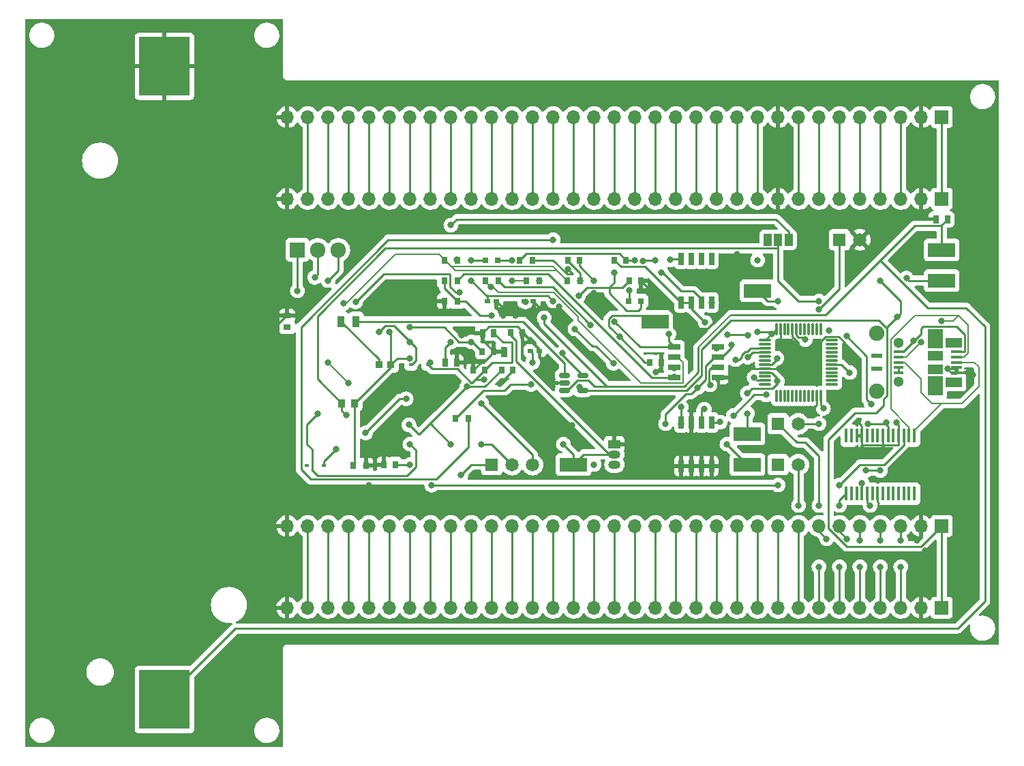
<source format=gtl>
G04 #@! TF.GenerationSoftware,KiCad,Pcbnew,(6.0.1)*
G04 #@! TF.CreationDate,2022-04-11T21:44:22+02:00*
G04 #@! TF.ProjectId,main,6d61696e-2e6b-4696-9361-645f70636258,rev?*
G04 #@! TF.SameCoordinates,Original*
G04 #@! TF.FileFunction,Copper,L1,Top*
G04 #@! TF.FilePolarity,Positive*
%FSLAX46Y46*%
G04 Gerber Fmt 4.6, Leading zero omitted, Abs format (unit mm)*
G04 Created by KiCad (PCBNEW (6.0.1)) date 2022-04-11 21:44:22*
%MOMM*%
%LPD*%
G01*
G04 APERTURE LIST*
G04 Aperture macros list*
%AMRoundRect*
0 Rectangle with rounded corners*
0 $1 Rounding radius*
0 $2 $3 $4 $5 $6 $7 $8 $9 X,Y pos of 4 corners*
0 Add a 4 corners polygon primitive as box body*
4,1,4,$2,$3,$4,$5,$6,$7,$8,$9,$2,$3,0*
0 Add four circle primitives for the rounded corners*
1,1,$1+$1,$2,$3*
1,1,$1+$1,$4,$5*
1,1,$1+$1,$6,$7*
1,1,$1+$1,$8,$9*
0 Add four rect primitives between the rounded corners*
20,1,$1+$1,$2,$3,$4,$5,0*
20,1,$1+$1,$4,$5,$6,$7,0*
20,1,$1+$1,$6,$7,$8,$9,0*
20,1,$1+$1,$8,$9,$2,$3,0*%
G04 Aperture macros list end*
G04 #@! TA.AperFunction,SMDPad,CuDef*
%ADD10R,0.900000X1.000000*%
G04 #@! TD*
G04 #@! TA.AperFunction,SMDPad,CuDef*
%ADD11R,0.760000X0.980000*%
G04 #@! TD*
G04 #@! TA.AperFunction,SMDPad,CuDef*
%ADD12RoundRect,0.150000X-0.512500X-0.150000X0.512500X-0.150000X0.512500X0.150000X-0.512500X0.150000X0*%
G04 #@! TD*
G04 #@! TA.AperFunction,SMDPad,CuDef*
%ADD13R,0.730000X0.940000*%
G04 #@! TD*
G04 #@! TA.AperFunction,SMDPad,CuDef*
%ADD14R,0.950000X1.400000*%
G04 #@! TD*
G04 #@! TA.AperFunction,ComponentPad*
%ADD15R,1.650000X1.650000*%
G04 #@! TD*
G04 #@! TA.AperFunction,ComponentPad*
%ADD16C,1.650000*%
G04 #@! TD*
G04 #@! TA.AperFunction,SMDPad,CuDef*
%ADD17R,0.900000X0.950000*%
G04 #@! TD*
G04 #@! TA.AperFunction,SMDPad,CuDef*
%ADD18R,0.800000X0.950000*%
G04 #@! TD*
G04 #@! TA.AperFunction,SMDPad,CuDef*
%ADD19R,1.380000X0.450000*%
G04 #@! TD*
G04 #@! TA.AperFunction,SMDPad,CuDef*
%ADD20R,2.100000X1.300000*%
G04 #@! TD*
G04 #@! TA.AperFunction,SMDPad,CuDef*
%ADD21R,1.900000X1.175000*%
G04 #@! TD*
G04 #@! TA.AperFunction,SMDPad,CuDef*
%ADD22R,1.900000X2.375000*%
G04 #@! TD*
G04 #@! TA.AperFunction,ComponentPad*
%ADD23R,1.920000X1.920000*%
G04 #@! TD*
G04 #@! TA.AperFunction,ComponentPad*
%ADD24C,1.920000*%
G04 #@! TD*
G04 #@! TA.AperFunction,SMDPad,CuDef*
%ADD25R,3.400000X1.800000*%
G04 #@! TD*
G04 #@! TA.AperFunction,ComponentPad*
%ADD26R,1.700000X1.700000*%
G04 #@! TD*
G04 #@! TA.AperFunction,ComponentPad*
%ADD27O,1.700000X1.700000*%
G04 #@! TD*
G04 #@! TA.AperFunction,SMDPad,CuDef*
%ADD28R,1.250000X0.400000*%
G04 #@! TD*
G04 #@! TA.AperFunction,ComponentPad*
%ADD29C,1.300000*%
G04 #@! TD*
G04 #@! TA.AperFunction,ComponentPad*
%ADD30C,1.900000*%
G04 #@! TD*
G04 #@! TA.AperFunction,SMDPad,CuDef*
%ADD31R,1.350000X0.600000*%
G04 #@! TD*
G04 #@! TA.AperFunction,SMDPad,CuDef*
%ADD32R,0.800000X0.800000*%
G04 #@! TD*
G04 #@! TA.AperFunction,SMDPad,CuDef*
%ADD33R,1.525000X0.650000*%
G04 #@! TD*
G04 #@! TA.AperFunction,SMDPad,CuDef*
%ADD34R,0.600000X0.450000*%
G04 #@! TD*
G04 #@! TA.AperFunction,SMDPad,CuDef*
%ADD35RoundRect,0.075000X-0.662500X-0.075000X0.662500X-0.075000X0.662500X0.075000X-0.662500X0.075000X0*%
G04 #@! TD*
G04 #@! TA.AperFunction,SMDPad,CuDef*
%ADD36RoundRect,0.075000X-0.075000X-0.662500X0.075000X-0.662500X0.075000X0.662500X-0.075000X0.662500X0*%
G04 #@! TD*
G04 #@! TA.AperFunction,SMDPad,CuDef*
%ADD37R,1.000000X1.500000*%
G04 #@! TD*
G04 #@! TA.AperFunction,SMDPad,CuDef*
%ADD38R,0.750000X0.600000*%
G04 #@! TD*
G04 #@! TA.AperFunction,SMDPad,CuDef*
%ADD39R,0.700000X0.600000*%
G04 #@! TD*
G04 #@! TA.AperFunction,SMDPad,CuDef*
%ADD40R,0.450000X1.750000*%
G04 #@! TD*
G04 #@! TA.AperFunction,SMDPad,CuDef*
%ADD41R,0.650000X1.525000*%
G04 #@! TD*
G04 #@! TA.AperFunction,SMDPad,CuDef*
%ADD42R,0.940000X0.730000*%
G04 #@! TD*
G04 #@! TA.AperFunction,SMDPad,CuDef*
%ADD43R,6.350000X7.340000*%
G04 #@! TD*
G04 #@! TA.AperFunction,ComponentPad*
%ADD44R,1.500000X1.050000*%
G04 #@! TD*
G04 #@! TA.AperFunction,ComponentPad*
%ADD45O,1.500000X1.050000*%
G04 #@! TD*
G04 #@! TA.AperFunction,ViaPad*
%ADD46C,0.800000*%
G04 #@! TD*
G04 #@! TA.AperFunction,Conductor*
%ADD47C,0.250000*%
G04 #@! TD*
G04 #@! TA.AperFunction,Conductor*
%ADD48C,0.200000*%
G04 #@! TD*
G04 APERTURE END LIST*
D10*
X105840000Y-101600000D03*
X107440000Y-101600000D03*
D11*
X118670000Y-96520000D03*
X120090000Y-96520000D03*
D12*
X133482500Y-98110000D03*
X133482500Y-99060000D03*
X133482500Y-100010000D03*
X135757500Y-100010000D03*
X135757500Y-98110000D03*
D13*
X133910000Y-83820000D03*
X135330000Y-83820000D03*
D14*
X105730000Y-91440000D03*
X107630000Y-91440000D03*
D15*
X124460000Y-109220000D03*
D16*
X127000000Y-109220000D03*
X129540000Y-109220000D03*
D17*
X110440000Y-96805000D03*
X111940000Y-96805000D03*
D18*
X118580000Y-88900000D03*
X120180000Y-88900000D03*
X128740000Y-86360000D03*
X130340000Y-86360000D03*
D19*
X182185000Y-95220000D03*
X182185000Y-95870000D03*
X182185000Y-96520000D03*
X182185000Y-97170000D03*
X182185000Y-97820000D03*
D20*
X181825000Y-98972500D03*
X181825000Y-94067500D03*
D21*
X179525000Y-95682500D03*
X179525000Y-97357500D03*
D22*
X179525000Y-93607500D03*
X179525000Y-99432500D03*
D23*
X100330000Y-82550000D03*
D24*
X102870000Y-82550000D03*
X105410000Y-82550000D03*
D13*
X125685000Y-97470000D03*
X127105000Y-97470000D03*
D25*
X157480000Y-87630000D03*
D15*
X167640000Y-81280000D03*
D16*
X170180000Y-81280000D03*
D26*
X180340000Y-76200000D03*
D27*
X177800000Y-76200000D03*
X175260000Y-76200000D03*
X172720000Y-76200000D03*
X170180000Y-76200000D03*
X167640000Y-76200000D03*
X165100000Y-76200000D03*
X162560000Y-76200000D03*
X160020000Y-76200000D03*
X157480000Y-76200000D03*
X154940000Y-76200000D03*
X152400000Y-76200000D03*
X149860000Y-76200000D03*
X147320000Y-76200000D03*
X144780000Y-76200000D03*
X142240000Y-76200000D03*
X139700000Y-76200000D03*
X137160000Y-76200000D03*
X134620000Y-76200000D03*
X132080000Y-76200000D03*
X129540000Y-76200000D03*
X127000000Y-76200000D03*
X124460000Y-76200000D03*
X121920000Y-76200000D03*
X119380000Y-76200000D03*
X116840000Y-76200000D03*
X114300000Y-76200000D03*
X111760000Y-76200000D03*
X109220000Y-76200000D03*
X106680000Y-76200000D03*
X104140000Y-76200000D03*
X101600000Y-76200000D03*
X99060000Y-76200000D03*
D28*
X174947212Y-95220000D03*
X174947212Y-95870000D03*
X174947212Y-96520000D03*
X174947212Y-97170000D03*
X174947212Y-97820000D03*
D29*
X174972212Y-94095000D03*
X174972212Y-98945000D03*
D30*
X172302212Y-92920000D03*
X172302212Y-100120000D03*
D31*
X172297212Y-95720000D03*
X172297212Y-97320000D03*
D32*
X141490000Y-88900000D03*
X142990000Y-88900000D03*
D11*
X179630000Y-78740000D03*
X181050000Y-78740000D03*
D33*
X147148000Y-94615000D03*
X147148000Y-95885000D03*
X147148000Y-97155000D03*
X147148000Y-98425000D03*
X152572000Y-98425000D03*
X152572000Y-97155000D03*
X152572000Y-95885000D03*
X152572000Y-94615000D03*
D34*
X103625000Y-109300000D03*
X101525000Y-109300000D03*
D35*
X158397500Y-93770000D03*
X158397500Y-94270000D03*
X158397500Y-94770000D03*
X158397500Y-95270000D03*
X158397500Y-95770000D03*
X158397500Y-96270000D03*
X158397500Y-96770000D03*
X158397500Y-97270000D03*
X158397500Y-97770000D03*
X158397500Y-98270000D03*
X158397500Y-98770000D03*
X158397500Y-99270000D03*
D36*
X159810000Y-100682500D03*
X160310000Y-100682500D03*
X160810000Y-100682500D03*
X161310000Y-100682500D03*
X161810000Y-100682500D03*
X162310000Y-100682500D03*
X162810000Y-100682500D03*
X163310000Y-100682500D03*
X163810000Y-100682500D03*
X164310000Y-100682500D03*
X164810000Y-100682500D03*
X165310000Y-100682500D03*
D35*
X166722500Y-99270000D03*
X166722500Y-98770000D03*
X166722500Y-98270000D03*
X166722500Y-97770000D03*
X166722500Y-97270000D03*
X166722500Y-96770000D03*
X166722500Y-96270000D03*
X166722500Y-95770000D03*
X166722500Y-95270000D03*
X166722500Y-94770000D03*
X166722500Y-94270000D03*
X166722500Y-93770000D03*
D36*
X165310000Y-92357500D03*
X164810000Y-92357500D03*
X164310000Y-92357500D03*
X163810000Y-92357500D03*
X163310000Y-92357500D03*
X162810000Y-92357500D03*
X162310000Y-92357500D03*
X161810000Y-92357500D03*
X161310000Y-92357500D03*
X160810000Y-92357500D03*
X160310000Y-92357500D03*
X159810000Y-92357500D03*
D25*
X156210000Y-105410000D03*
D32*
X123710000Y-83820000D03*
X125210000Y-83820000D03*
D18*
X119990000Y-103450000D03*
X121590000Y-103450000D03*
D34*
X114440000Y-96830000D03*
X116540000Y-96830000D03*
D15*
X160020000Y-109220000D03*
D16*
X162560000Y-109220000D03*
D15*
X160020000Y-104140000D03*
D16*
X162560000Y-104140000D03*
D13*
X139700000Y-83820000D03*
X141120000Y-83820000D03*
D26*
X180340000Y-66040000D03*
D27*
X177800000Y-66040000D03*
X175260000Y-66040000D03*
X172720000Y-66040000D03*
X170180000Y-66040000D03*
X167640000Y-66040000D03*
X165100000Y-66040000D03*
X162560000Y-66040000D03*
X160020000Y-66040000D03*
X157480000Y-66040000D03*
X154940000Y-66040000D03*
X152400000Y-66040000D03*
X149860000Y-66040000D03*
X147320000Y-66040000D03*
X144780000Y-66040000D03*
X142240000Y-66040000D03*
X139700000Y-66040000D03*
X137160000Y-66040000D03*
X134620000Y-66040000D03*
X132080000Y-66040000D03*
X129540000Y-66040000D03*
X127000000Y-66040000D03*
X124460000Y-66040000D03*
X121920000Y-66040000D03*
X119380000Y-66040000D03*
X116840000Y-66040000D03*
X114300000Y-66040000D03*
X111760000Y-66040000D03*
X109220000Y-66040000D03*
X106680000Y-66040000D03*
X104140000Y-66040000D03*
X101600000Y-66040000D03*
X99060000Y-66040000D03*
D13*
X144070000Y-96520000D03*
X145490000Y-96520000D03*
D18*
X127940000Y-83820000D03*
X129540000Y-83820000D03*
D13*
X122185000Y-97470000D03*
X123605000Y-97470000D03*
D37*
X158720000Y-81280000D03*
X160020000Y-81280000D03*
X161320000Y-81280000D03*
D18*
X118580000Y-86360000D03*
X120180000Y-86360000D03*
D38*
X128535000Y-88900000D03*
X129635000Y-88900000D03*
D18*
X133820000Y-86360000D03*
X135420000Y-86360000D03*
D11*
X123310000Y-92870000D03*
X124730000Y-92870000D03*
D13*
X126825000Y-92850000D03*
X128245000Y-92850000D03*
X111050000Y-109220000D03*
X112470000Y-109220000D03*
D39*
X129270000Y-95070000D03*
X130370000Y-95070000D03*
D26*
X180340000Y-127000000D03*
D27*
X177800000Y-127000000D03*
X175260000Y-127000000D03*
X172720000Y-127000000D03*
X170180000Y-127000000D03*
X167640000Y-127000000D03*
X165100000Y-127000000D03*
X162560000Y-127000000D03*
X160020000Y-127000000D03*
X157480000Y-127000000D03*
X154940000Y-127000000D03*
X152400000Y-127000000D03*
X149860000Y-127000000D03*
X147320000Y-127000000D03*
X144780000Y-127000000D03*
X142240000Y-127000000D03*
X139700000Y-127000000D03*
X137160000Y-127000000D03*
X134620000Y-127000000D03*
X132080000Y-127000000D03*
X129540000Y-127000000D03*
X127000000Y-127000000D03*
X124460000Y-127000000D03*
X121920000Y-127000000D03*
X119380000Y-127000000D03*
X116840000Y-127000000D03*
X114300000Y-127000000D03*
X111760000Y-127000000D03*
X109220000Y-127000000D03*
X106680000Y-127000000D03*
X104140000Y-127000000D03*
X101600000Y-127000000D03*
X99060000Y-127000000D03*
D25*
X144780000Y-91440000D03*
D40*
X168495000Y-112820000D03*
X169145000Y-112820000D03*
X169795000Y-112820000D03*
X170445000Y-112820000D03*
X171095000Y-112820000D03*
X171745000Y-112820000D03*
X172395000Y-112820000D03*
X173045000Y-112820000D03*
X173695000Y-112820000D03*
X174345000Y-112820000D03*
X174995000Y-112820000D03*
X175645000Y-112820000D03*
X176295000Y-112820000D03*
X176945000Y-112820000D03*
X176945000Y-105620000D03*
X176295000Y-105620000D03*
X175645000Y-105620000D03*
X174995000Y-105620000D03*
X174345000Y-105620000D03*
X173695000Y-105620000D03*
X173045000Y-105620000D03*
X172395000Y-105620000D03*
X171745000Y-105620000D03*
X171095000Y-105620000D03*
X170445000Y-105620000D03*
X169795000Y-105620000D03*
X169145000Y-105620000D03*
X168495000Y-105620000D03*
D26*
X180340000Y-116840000D03*
D27*
X177800000Y-116840000D03*
X175260000Y-116840000D03*
X172720000Y-116840000D03*
X170180000Y-116840000D03*
X167640000Y-116840000D03*
X165100000Y-116840000D03*
X162560000Y-116840000D03*
X160020000Y-116840000D03*
X157480000Y-116840000D03*
X154940000Y-116840000D03*
X152400000Y-116840000D03*
X149860000Y-116840000D03*
X147320000Y-116840000D03*
X144780000Y-116840000D03*
X142240000Y-116840000D03*
X139700000Y-116840000D03*
X137160000Y-116840000D03*
X134620000Y-116840000D03*
X132080000Y-116840000D03*
X129540000Y-116840000D03*
X127000000Y-116840000D03*
X124460000Y-116840000D03*
X121920000Y-116840000D03*
X119380000Y-116840000D03*
X116840000Y-116840000D03*
X114300000Y-116840000D03*
X111760000Y-116840000D03*
X109220000Y-116840000D03*
X106680000Y-116840000D03*
X104140000Y-116840000D03*
X101600000Y-116840000D03*
X99060000Y-116840000D03*
D25*
X180340000Y-82550000D03*
D38*
X123910000Y-88900000D03*
X125010000Y-88900000D03*
D25*
X156210000Y-109220000D03*
D13*
X123295000Y-95180000D03*
X124715000Y-95180000D03*
D25*
X134620000Y-109220000D03*
X180340000Y-86360000D03*
D18*
X118580000Y-83820000D03*
X120180000Y-83820000D03*
X107235000Y-109350000D03*
X108835000Y-109350000D03*
D41*
X147955000Y-89072000D03*
X149225000Y-89072000D03*
X150495000Y-89072000D03*
X151765000Y-89072000D03*
X151765000Y-83648000D03*
X150495000Y-83648000D03*
X149225000Y-83648000D03*
X147955000Y-83648000D03*
X147955000Y-109392000D03*
X149225000Y-109392000D03*
X150495000Y-109392000D03*
X151765000Y-109392000D03*
X151765000Y-103968000D03*
X150495000Y-103968000D03*
X149225000Y-103968000D03*
X147955000Y-103968000D03*
D42*
X99060000Y-92150000D03*
X99060000Y-90730000D03*
D18*
X123660000Y-86360000D03*
X125260000Y-86360000D03*
D43*
X83820000Y-138390000D03*
X83820000Y-59730000D03*
D44*
X139700000Y-106680000D03*
D45*
X139700000Y-107950000D03*
X139700000Y-109220000D03*
D13*
X141530000Y-86360000D03*
X142950000Y-86360000D03*
D46*
X184250500Y-98025000D03*
X137160000Y-88900000D03*
X125425000Y-99125000D03*
X181074502Y-97344502D03*
X127376200Y-90715500D03*
X135420000Y-86360000D03*
X139700000Y-104140000D03*
X125850000Y-90715489D03*
X127000000Y-101600000D03*
X168400000Y-94750000D03*
X174755378Y-103994622D03*
X129651801Y-91273199D03*
X132786755Y-89624500D03*
X128245000Y-92850000D03*
X178312299Y-119892299D03*
X144858029Y-97700500D03*
X154940000Y-83079011D03*
X120750000Y-90275000D03*
X116840000Y-99060000D03*
X160637299Y-97387299D03*
X134415690Y-104344310D03*
X173444500Y-107425000D03*
X137160000Y-87928652D03*
X109220000Y-111773051D03*
X175260000Y-109220000D03*
X120675000Y-93175000D03*
X108835000Y-109350000D03*
X177287701Y-118655500D03*
X174830378Y-90880378D03*
X114300000Y-96005498D03*
X116840000Y-96520000D03*
X176807113Y-93872983D03*
X172720000Y-86360000D03*
X175972299Y-86047701D03*
X135325335Y-99575335D03*
X111760000Y-92710000D03*
X104140000Y-86360000D03*
X123490201Y-98640201D03*
X175260000Y-118655500D03*
X175260000Y-121920000D03*
X172720000Y-121920000D03*
X172720000Y-118655500D03*
X170180000Y-121920000D03*
X170180000Y-118655500D03*
X168591794Y-118428206D03*
X167640000Y-121920000D03*
X166051794Y-118428206D03*
X165100000Y-121920000D03*
X146450000Y-93000000D03*
X139700000Y-91440000D03*
X139700000Y-91440000D03*
X154725511Y-96175000D03*
X136755690Y-91844310D03*
X146650000Y-83775000D03*
X159925000Y-98850000D03*
X137160000Y-109220000D03*
X159200000Y-92950000D03*
X156210000Y-100330000D03*
X157480000Y-92710000D03*
X152394219Y-94758317D03*
X160020000Y-88900000D03*
X165650000Y-102225000D03*
X147975201Y-102075201D03*
X114300000Y-92164500D03*
X121920000Y-93980000D03*
X121920000Y-83820000D03*
X147955000Y-104139978D03*
X156210000Y-102870000D03*
X141550000Y-87600000D03*
X140320288Y-93359712D03*
X128660498Y-88999989D03*
X126940498Y-83820000D03*
X129335690Y-99264310D03*
X130340000Y-86360000D03*
X121920000Y-86360000D03*
X144780000Y-83820000D03*
X139700000Y-85400500D03*
X132080000Y-88900000D03*
X120104500Y-83725378D03*
X135240288Y-88279712D03*
X143237047Y-83890011D03*
X107559622Y-89009622D03*
X120500000Y-87825498D03*
X102475000Y-85950000D03*
X130975000Y-90975000D03*
X160020000Y-111760000D03*
X114300000Y-109220000D03*
X167640000Y-111760000D03*
X117000000Y-111773051D03*
X171179503Y-104140000D03*
X171600000Y-101725000D03*
X173500000Y-103999989D03*
X170904500Y-109944500D03*
X172720000Y-109944500D03*
X170904500Y-109944500D03*
X121376279Y-99540878D03*
X119380000Y-106680000D03*
X123190000Y-106680000D03*
X114175000Y-104275000D03*
X119380000Y-93980000D03*
X106375000Y-103100000D03*
X168549650Y-93270046D03*
X170412165Y-111491559D03*
X165100000Y-88900000D03*
X133350000Y-106680000D03*
X120650000Y-110490000D03*
X150975000Y-91575000D03*
X156250000Y-93150000D03*
X153725000Y-93100000D03*
X157050000Y-98375000D03*
X132080000Y-81280000D03*
X142240000Y-83820000D03*
X137160000Y-86360000D03*
X133906848Y-84946447D03*
X145550000Y-85375000D03*
X113837701Y-101037701D03*
X105175000Y-107275000D03*
X108800000Y-105275000D03*
X119380000Y-79464500D03*
X114300000Y-93980000D03*
X123190000Y-101600000D03*
X110490000Y-92710000D03*
X127000000Y-86360000D03*
X124369361Y-87179492D03*
X147148000Y-97244500D03*
X106680000Y-99060000D03*
X106025000Y-89200000D03*
X104140000Y-96520000D03*
X153670000Y-106680000D03*
X151765000Y-89072000D03*
X147148000Y-98350011D03*
X150049799Y-99649799D03*
X146050000Y-104140000D03*
X154225000Y-94325000D03*
X151576215Y-99302250D03*
X124460000Y-90715500D03*
X134797056Y-92352944D03*
X139576439Y-96643562D03*
X154475000Y-103125000D03*
X163387846Y-93694494D03*
X166350000Y-92570980D03*
X152835706Y-103939294D03*
X158525000Y-100550000D03*
X150850000Y-102324500D03*
X156250000Y-95875000D03*
X180332212Y-91370989D03*
X177800000Y-93987788D03*
X168910000Y-97790000D03*
X165100000Y-104140000D03*
X129540000Y-96520000D03*
X133251811Y-95348190D03*
X165100000Y-114300000D03*
X167640000Y-114300000D03*
X162560000Y-114300000D03*
X171450000Y-114300000D03*
X165100000Y-89932880D03*
X159875000Y-96000000D03*
X157480000Y-83820000D03*
X100330000Y-87630000D03*
X114300000Y-106680000D03*
X102870000Y-102870000D03*
D47*
X180340000Y-66040000D02*
X180340000Y-76200000D01*
X145490000Y-97068529D02*
X144858029Y-97700500D01*
X99060000Y-116840000D02*
X99060000Y-127000000D01*
X96520000Y-93165000D02*
X96520000Y-109220000D01*
X122185000Y-97470000D02*
X123135000Y-96520000D01*
X162925000Y-94725000D02*
X162560000Y-94360000D01*
X162560000Y-94360000D02*
X162560000Y-93980000D01*
X148899511Y-92299511D02*
X151275103Y-92299511D01*
X154940000Y-88634614D02*
X154940000Y-83079011D01*
X135420000Y-85435000D02*
X135420000Y-86360000D01*
X151275103Y-92299511D02*
X154940000Y-88634614D01*
X172395000Y-113919022D02*
X172495489Y-114019511D01*
X169750000Y-103999989D02*
X170024989Y-103999989D01*
X146759011Y-90159011D02*
X148899511Y-92299511D01*
X160310000Y-92357500D02*
X160310000Y-93510000D01*
X109220000Y-114300000D02*
X109220000Y-111773051D01*
X168258063Y-94608063D02*
X168258063Y-94003057D01*
X146749011Y-90159011D02*
X146759011Y-90159011D01*
X177800000Y-66040000D02*
X177800000Y-76200000D01*
X99060000Y-90730000D02*
X99045489Y-90715489D01*
X150495000Y-109392000D02*
X149225000Y-109392000D01*
X160020000Y-76200000D02*
X160020000Y-66040000D01*
X164464994Y-94725000D02*
X162925000Y-94725000D01*
X101600000Y-114300000D02*
X109220000Y-114300000D01*
X129428199Y-91273199D02*
X129651801Y-91273199D01*
X127615489Y-92055489D02*
X130370000Y-94810000D01*
X181074502Y-97344502D02*
X182126714Y-97344502D01*
X164350000Y-102275000D02*
X164810000Y-101815000D01*
X169795000Y-105620000D02*
X170445000Y-105620000D01*
X172395000Y-112820000D02*
X172395000Y-113919022D01*
X158397500Y-97270000D02*
X160520000Y-97270000D01*
X137160000Y-88900000D02*
X137160000Y-87928652D01*
X147955000Y-109392000D02*
X147783000Y-109220000D01*
X133910000Y-83820000D02*
X133910000Y-83925000D01*
X133066927Y-89904672D02*
X132786755Y-89624500D01*
X160780000Y-93980000D02*
X162560000Y-93980000D01*
X173045000Y-105620000D02*
X173045000Y-106745000D01*
X167550486Y-93295480D02*
X165894514Y-93295480D01*
X173119511Y-107100011D02*
X173119511Y-106819511D01*
X120980000Y-92870000D02*
X120675000Y-93175000D01*
X124715000Y-95180000D02*
X123310000Y-93775000D01*
X170445000Y-106745000D02*
X170445000Y-105620000D01*
X96520000Y-109220000D02*
X101600000Y-114300000D01*
X108835000Y-109350000D02*
X110920000Y-109350000D01*
X123439022Y-96520000D02*
X124460000Y-95499022D01*
X127376200Y-90715500D02*
X128815500Y-90715500D01*
X154325000Y-98425000D02*
X152572000Y-98425000D01*
X170519511Y-106819511D02*
X170445000Y-106745000D01*
X129744310Y-104344310D02*
X134415690Y-104344310D01*
X155480000Y-97270000D02*
X154325000Y-98425000D01*
X174920489Y-106819511D02*
X174995000Y-106745000D01*
X123310000Y-93775000D02*
X123310000Y-92870000D01*
X168400000Y-94750000D02*
X168258063Y-94608063D01*
X151765000Y-109392000D02*
X150495000Y-109392000D01*
X127000000Y-101600000D02*
X129744310Y-104344310D01*
X129635000Y-88900000D02*
X130639672Y-89904672D01*
X173045000Y-106745000D02*
X172970489Y-106819511D01*
X174995000Y-106745000D02*
X174995000Y-105620000D01*
X161810000Y-92357500D02*
X161810000Y-93295724D01*
X133910000Y-83925000D02*
X135420000Y-85435000D01*
X162494276Y-93980000D02*
X162560000Y-93980000D01*
X172970489Y-106819511D02*
X170519511Y-106819511D01*
X128928000Y-90773000D02*
X129428199Y-91273199D01*
X182185000Y-97820000D02*
X184045500Y-97820000D01*
X145490000Y-96520000D02*
X145490000Y-97068529D01*
X120090000Y-96520000D02*
X123439022Y-96520000D01*
X174995000Y-105620000D02*
X174995000Y-104234244D01*
X98955000Y-90730000D02*
X96520000Y-93165000D01*
X173045000Y-106745000D02*
X173119511Y-106819511D01*
X110920000Y-109350000D02*
X111050000Y-109220000D01*
X164810000Y-101815000D02*
X164810000Y-100682500D01*
X125850000Y-89740000D02*
X125010000Y-88900000D01*
X174995000Y-104234244D02*
X174755378Y-103994622D01*
X129651801Y-91273199D02*
X129747500Y-91177500D01*
X174995000Y-105620000D02*
X174995000Y-106759282D01*
X168258063Y-94003057D02*
X167550486Y-93295480D01*
X170445000Y-104420000D02*
X170445000Y-105620000D01*
X99060000Y-90730000D02*
X98955000Y-90730000D01*
X127025000Y-97525000D02*
X125425000Y-99125000D01*
X161810000Y-93295724D02*
X162494276Y-93980000D01*
X184045500Y-97820000D02*
X184250500Y-98025000D01*
X182185000Y-97900000D02*
X181630000Y-97900000D01*
X158397500Y-97270000D02*
X155480000Y-97270000D01*
X142950000Y-86360000D02*
X146749011Y-90159011D01*
X139700000Y-104140000D02*
X139700000Y-106680000D01*
X160520000Y-97270000D02*
X160637299Y-97387299D01*
X181630000Y-97900000D02*
X181074502Y-97344502D01*
X125850000Y-90715489D02*
X125850000Y-89740000D01*
X130639672Y-89904672D02*
X133066927Y-89904672D01*
X99060000Y-66040000D02*
X99060000Y-76200000D01*
X123135000Y-96520000D02*
X123439022Y-96520000D01*
X120090000Y-96520000D02*
X121911696Y-96520000D01*
X124124511Y-92055489D02*
X127615489Y-92055489D01*
X129747500Y-91177500D02*
X129747500Y-88957500D01*
X177800000Y-118143201D02*
X177287701Y-118655500D01*
X128245000Y-92850000D02*
X130370000Y-94975000D01*
X160310000Y-93510000D02*
X160780000Y-93980000D01*
X121920000Y-97205000D02*
X122185000Y-97470000D01*
X170024989Y-103999989D02*
X170445000Y-104420000D01*
X173444500Y-107425000D02*
X173119511Y-107100011D01*
X165894514Y-93295480D02*
X164464994Y-94725000D01*
X123310000Y-92870000D02*
X120980000Y-92870000D01*
X149225000Y-109392000D02*
X147955000Y-109392000D01*
X123310000Y-92870000D02*
X124124511Y-92055489D01*
X177800000Y-116840000D02*
X177800000Y-118143201D01*
X173119511Y-106819511D02*
X174920489Y-106819511D01*
X164350000Y-102325000D02*
X164350000Y-102275000D01*
X175260000Y-66040000D02*
X175260000Y-76200000D01*
X172720000Y-66040000D02*
X172720000Y-76200000D01*
X170180000Y-66040000D02*
X170180000Y-76200000D01*
X167640000Y-66040000D02*
X167640000Y-76200000D01*
X165100000Y-66040000D02*
X165100000Y-76200000D01*
X162560000Y-66040000D02*
X162560000Y-76200000D01*
X157480000Y-66040000D02*
X157480000Y-76200000D01*
X154940000Y-66040000D02*
X154940000Y-76200000D01*
X152400000Y-66040000D02*
X152400000Y-76200000D01*
X149860000Y-66040000D02*
X149860000Y-76200000D01*
X147320000Y-66040000D02*
X147320000Y-76200000D01*
X144780000Y-66040000D02*
X144780000Y-76200000D01*
X142240000Y-66040000D02*
X142240000Y-76200000D01*
X139700000Y-66040000D02*
X139700000Y-76200000D01*
X137160000Y-66040000D02*
X137160000Y-76200000D01*
X134620000Y-66040000D02*
X134620000Y-76200000D01*
X132080000Y-66040000D02*
X132080000Y-76200000D01*
X129540000Y-66040000D02*
X129540000Y-76200000D01*
X127000000Y-66040000D02*
X127000000Y-76200000D01*
X124460000Y-66040000D02*
X124460000Y-76200000D01*
X121920000Y-66040000D02*
X121920000Y-76200000D01*
X119380000Y-76200000D02*
X119380000Y-66040000D01*
X116840000Y-66040000D02*
X116840000Y-76200000D01*
X114300000Y-76200000D02*
X114300000Y-66040000D01*
X111760000Y-66040000D02*
X111760000Y-76200000D01*
X109220000Y-66040000D02*
X109220000Y-76200000D01*
X106680000Y-66040000D02*
X106680000Y-76200000D01*
X104140000Y-76200000D02*
X104140000Y-66040000D01*
X101600000Y-66040000D02*
X101600000Y-76200000D01*
X122015000Y-99060000D02*
X122425000Y-98650000D01*
X182209511Y-92095489D02*
X178054511Y-92095489D01*
X121920000Y-99060000D02*
X122015000Y-99060000D01*
X175260000Y-88900000D02*
X172720000Y-86360000D01*
X175260000Y-90450756D02*
X175260000Y-88900000D01*
X174830378Y-90880378D02*
X175260000Y-90450756D01*
X180340000Y-116840000D02*
X180340000Y-127000000D01*
X117044511Y-97334511D02*
X120194511Y-97334511D01*
X183189022Y-95220000D02*
X183199511Y-95209511D01*
X127000000Y-96520000D02*
X127000000Y-93980000D01*
X175543190Y-95220000D02*
X174947212Y-95220000D01*
X127000000Y-93980000D02*
X125840000Y-93980000D01*
X120194511Y-97334511D02*
X121920000Y-99060000D01*
X173125000Y-101099644D02*
X173125000Y-101875000D01*
X111940000Y-92890000D02*
X111940000Y-96805000D01*
X124555000Y-96520000D02*
X127000000Y-96520000D01*
X183199511Y-95209511D02*
X183199511Y-93085489D01*
X172567692Y-91295480D02*
X154154998Y-91295480D01*
X105410000Y-85090000D02*
X104140000Y-86360000D01*
X107440000Y-101600000D02*
X107440000Y-109145000D01*
X148665000Y-100010000D02*
X150549500Y-98125500D01*
X116840000Y-96520000D02*
X116840000Y-96530000D01*
X177800000Y-92963190D02*
X175543190Y-95220000D01*
X135757500Y-100010000D02*
X135757500Y-100007500D01*
X166274511Y-117135521D02*
X168518990Y-119380000D01*
X175972299Y-86047701D02*
X176284598Y-86360000D01*
X150549500Y-94900978D02*
X154154998Y-91295480D01*
X178054511Y-92095489D02*
X177800000Y-92350000D01*
X135757500Y-100007500D02*
X135325335Y-99575335D01*
X172200000Y-102800000D02*
X169565978Y-102800000D01*
X122425000Y-98650000D02*
X123605000Y-97470000D01*
X173125000Y-101875000D02*
X172200000Y-102800000D01*
X112739502Y-96005498D02*
X114300000Y-96005498D01*
X111760000Y-92710000D02*
X111940000Y-92890000D01*
X183199511Y-93085489D02*
X182209511Y-92095489D01*
X173576723Y-92304511D02*
X172567692Y-91295480D01*
X166274511Y-106091467D02*
X166274511Y-117135521D01*
X177800000Y-92350000D02*
X177800000Y-92963190D01*
X173576723Y-92304511D02*
X173576723Y-92134033D01*
X111940000Y-96805000D02*
X112739502Y-96005498D01*
X169565978Y-102800000D02*
X166274511Y-106091467D01*
X176284598Y-86360000D02*
X180340000Y-86360000D01*
X150549500Y-98125500D02*
X150549500Y-94900978D01*
X173576723Y-92134033D02*
X174830378Y-90880378D01*
X107440000Y-109145000D02*
X107235000Y-109350000D01*
X173576723Y-100647921D02*
X173125000Y-101099644D01*
X173576723Y-92304511D02*
X173576723Y-100647921D01*
X116540000Y-96830000D02*
X117044511Y-97334511D01*
X122425000Y-98650000D02*
X123480402Y-98650000D01*
X135757500Y-100010000D02*
X148665000Y-100010000D01*
X123605000Y-97470000D02*
X124555000Y-96520000D01*
X177800000Y-119380000D02*
X180340000Y-116840000D01*
X125840000Y-93980000D02*
X124730000Y-92870000D01*
X105410000Y-82550000D02*
X105410000Y-85090000D01*
X123480402Y-98650000D02*
X123490201Y-98640201D01*
X168518990Y-119380000D02*
X177800000Y-119380000D01*
X182602212Y-95220000D02*
X183189022Y-95220000D01*
X116840000Y-96530000D02*
X116540000Y-96830000D01*
X107440000Y-101600000D02*
X111940000Y-97100000D01*
X175260000Y-116840000D02*
X175260000Y-118655500D01*
X175260000Y-121920000D02*
X175260000Y-127000000D01*
X172720000Y-116840000D02*
X172720000Y-118655500D01*
X172720000Y-121920000D02*
X172720000Y-127000000D01*
X170180000Y-116840000D02*
X170180000Y-118655500D01*
X170180000Y-121920000D02*
X170180000Y-127000000D01*
X167640000Y-116840000D02*
X167640000Y-117476412D01*
X167640000Y-117476412D02*
X168591794Y-118428206D01*
X167640000Y-121920000D02*
X167640000Y-127000000D01*
X165100000Y-121920000D02*
X165100000Y-127000000D01*
X165100000Y-117476412D02*
X166051794Y-118428206D01*
X165100000Y-116840000D02*
X165100000Y-117476412D01*
X162560000Y-116840000D02*
X162560000Y-127000000D01*
X160020000Y-116840000D02*
X160020000Y-127000000D01*
X157480000Y-116840000D02*
X157480000Y-127000000D01*
X154940000Y-116840000D02*
X154940000Y-127000000D01*
X152400000Y-116840000D02*
X152400000Y-127000000D01*
X149860000Y-127000000D02*
X149860000Y-116840000D01*
X147320000Y-116840000D02*
X147320000Y-127000000D01*
X144780000Y-127000000D02*
X144780000Y-116840000D01*
X142240000Y-116840000D02*
X142240000Y-127000000D01*
X139700000Y-116840000D02*
X139700000Y-127000000D01*
X137160000Y-127000000D02*
X137160000Y-116840000D01*
X134620000Y-116840000D02*
X134620000Y-127000000D01*
X132080000Y-127000000D02*
X132080000Y-116840000D01*
X129540000Y-116840000D02*
X129540000Y-127000000D01*
X127000000Y-127000000D02*
X127000000Y-116840000D01*
X124460000Y-116840000D02*
X124460000Y-127000000D01*
X121920000Y-116840000D02*
X121920000Y-127000000D01*
X119380000Y-116840000D02*
X119380000Y-127000000D01*
X116840000Y-116840000D02*
X116840000Y-127000000D01*
X114300000Y-116840000D02*
X114300000Y-127000000D01*
X111760000Y-116840000D02*
X111760000Y-127000000D01*
X109220000Y-116840000D02*
X109220000Y-127000000D01*
X106680000Y-127000000D02*
X106680000Y-116840000D01*
X104140000Y-116840000D02*
X104140000Y-127000000D01*
X101600000Y-127000000D02*
X101600000Y-116840000D01*
X126059511Y-87159511D02*
X132070891Y-87159511D01*
X155200000Y-96175000D02*
X155525489Y-95849511D01*
X125260000Y-86360000D02*
X126059511Y-87159511D01*
X142875000Y-94615000D02*
X147148000Y-94615000D01*
X132070891Y-87159511D02*
X136755690Y-91844310D01*
X155525489Y-95849511D02*
X155525489Y-95574897D01*
X156645000Y-94770000D02*
X158397500Y-94770000D01*
X154725511Y-96175000D02*
X155200000Y-96175000D01*
X146450000Y-93000000D02*
X146450000Y-93917000D01*
X155949897Y-95150489D02*
X156224511Y-95150489D01*
X155525489Y-95574897D02*
X155949897Y-95150489D01*
X156625000Y-94750000D02*
X156645000Y-94770000D01*
X156224511Y-95150489D02*
X156625000Y-94750000D01*
X139700000Y-91440000D02*
X142875000Y-94615000D01*
X146450000Y-93917000D02*
X147148000Y-94615000D01*
X157480000Y-87630000D02*
X158750000Y-88900000D01*
X159925000Y-98850000D02*
X159925000Y-98494994D01*
X159200000Y-92950000D02*
X158397500Y-93752500D01*
X157480000Y-92710000D02*
X158960000Y-92710000D01*
X147955000Y-103968000D02*
X147955000Y-102095402D01*
X121920000Y-93980000D02*
X120404614Y-93980000D01*
X158750000Y-88900000D02*
X160020000Y-88900000D01*
X141550000Y-88840000D02*
X141490000Y-88900000D01*
X147955000Y-102095402D02*
X147975201Y-102075201D01*
X156210000Y-100330000D02*
X156795480Y-99744520D01*
X159200000Y-92950000D02*
X159217500Y-92950000D01*
X123710000Y-83820000D02*
X121920000Y-83820000D01*
X159335480Y-99744520D02*
X160020000Y-99060000D01*
X158397500Y-93752500D02*
X158397500Y-93770000D01*
X146777000Y-83648000D02*
X146650000Y-83775000D01*
X141550000Y-87600000D02*
X141550000Y-88840000D01*
X118589114Y-92164500D02*
X114300000Y-92164500D01*
X122095000Y-93980000D02*
X123295000Y-95180000D01*
X120404614Y-93980000D02*
X118589114Y-92164500D01*
X165310000Y-101885000D02*
X165650000Y-102225000D01*
X159217500Y-92950000D02*
X159810000Y-92357500D01*
X147955000Y-83648000D02*
X146777000Y-83648000D01*
X159200006Y-97770000D02*
X158397500Y-97770000D01*
X156210000Y-105410000D02*
X156210000Y-102870000D01*
X159925000Y-98494994D02*
X159200006Y-97770000D01*
X147783011Y-104139989D02*
X147955000Y-103968000D01*
X158960000Y-92710000D02*
X159200000Y-92950000D01*
X156795480Y-99744520D02*
X159335480Y-99744520D01*
X165310000Y-100682500D02*
X165310000Y-101885000D01*
X139700000Y-109220000D02*
X140250000Y-109220000D01*
X139399897Y-90715489D02*
X144055489Y-90715489D01*
X126795690Y-99264310D02*
X129335690Y-99264310D01*
X125210000Y-83820000D02*
X126940498Y-83820000D01*
X140320288Y-93359712D02*
X138975489Y-92014913D01*
X138975489Y-91139897D02*
X139399897Y-90715489D01*
X128535000Y-88900000D02*
X128560509Y-88900000D01*
X144070000Y-96520000D02*
X143480576Y-96520000D01*
X138975489Y-92014913D02*
X138975489Y-91139897D01*
X128560509Y-88900000D02*
X128660498Y-88999989D01*
X123449602Y-99990398D02*
X126069602Y-99990398D01*
X144055489Y-90715489D02*
X144780000Y-91440000D01*
X126069602Y-99990398D02*
X126795690Y-99264310D01*
X143480576Y-96520000D02*
X140320288Y-93359712D01*
X119990000Y-103450000D02*
X123449602Y-99990398D01*
X142990000Y-89760000D02*
X142990000Y-88900000D01*
X132080000Y-88900000D02*
X131455489Y-88275489D01*
X123910000Y-88350000D02*
X123910000Y-88900000D01*
X123984511Y-88275489D02*
X123910000Y-88350000D01*
X140685848Y-87204152D02*
X139054152Y-87204152D01*
X139700000Y-86558304D02*
X139054152Y-87204152D01*
X121920000Y-86360000D02*
X123910000Y-88350000D01*
X143307058Y-83820000D02*
X143237047Y-83890011D01*
X139054152Y-87913174D02*
X141240978Y-90100000D01*
X141240978Y-90100000D02*
X142650000Y-90100000D01*
X131455489Y-88275489D02*
X123984511Y-88275489D01*
X139700000Y-85400500D02*
X139700000Y-86558304D01*
X136315848Y-87204152D02*
X135240288Y-88279712D01*
X139054152Y-87204152D02*
X136315848Y-87204152D01*
X144780000Y-83820000D02*
X143307058Y-83820000D01*
X142650000Y-90100000D02*
X142990000Y-89760000D01*
X139054152Y-87204152D02*
X139054152Y-87913174D01*
X141530000Y-86360000D02*
X140685848Y-87204152D01*
X120500000Y-87825498D02*
X120000498Y-87825498D01*
X185725000Y-126175000D02*
X182325000Y-129575000D01*
X102870000Y-85555000D02*
X102870000Y-82550000D01*
X183400000Y-89750000D02*
X185725000Y-92075000D01*
X150099980Y-97759903D02*
X150099980Y-94714780D01*
X138774031Y-99474031D02*
X130975000Y-91675000D01*
X102475000Y-85950000D02*
X102870000Y-85555000D01*
X111044125Y-85560489D02*
X107594992Y-89009622D01*
X92635000Y-129575000D02*
X83820000Y-138390000D01*
X172720000Y-83820000D02*
X176985489Y-79554511D01*
X138774031Y-99474031D02*
X148385852Y-99474031D01*
X180235489Y-79554511D02*
X181050000Y-78740000D01*
X165882620Y-90657380D02*
X172720000Y-83820000D01*
X154157380Y-90657380D02*
X165882620Y-90657380D01*
X180340000Y-82550000D02*
X180340000Y-79659022D01*
X185725000Y-92075000D02*
X185725000Y-126175000D01*
X182325000Y-129575000D02*
X92635000Y-129575000D01*
X107594992Y-89009622D02*
X107559622Y-89009622D01*
X180340000Y-79659022D02*
X180235489Y-79554511D01*
X133482500Y-100010000D02*
X133866072Y-100010000D01*
X137206063Y-99474031D02*
X138774031Y-99474031D01*
X178650000Y-89750000D02*
X183400000Y-89750000D01*
X130975000Y-91675000D02*
X130975000Y-90975000D01*
X133866072Y-100010000D02*
X135141552Y-98734520D01*
X120000498Y-87825498D02*
X119304511Y-87129511D01*
X135141552Y-98734520D02*
X136466552Y-98734520D01*
X172720000Y-83820000D02*
X178650000Y-89750000D01*
X119304511Y-85560489D02*
X111044125Y-85560489D01*
X119304511Y-87129511D02*
X119304511Y-85560489D01*
X136466552Y-98734520D02*
X137206063Y-99474031D01*
X176985489Y-79554511D02*
X180235489Y-79554511D01*
D48*
X150099980Y-94714780D02*
X154157380Y-90657380D01*
D47*
X148385852Y-99474031D02*
X150099980Y-97759903D01*
X174947212Y-97820000D02*
X174947212Y-97170000D01*
X175645000Y-105620000D02*
X175645000Y-106745000D01*
X170180000Y-109220000D02*
X167640000Y-111760000D01*
X114300000Y-109220000D02*
X112470000Y-109220000D01*
X173170000Y-109220000D02*
X170180000Y-109220000D01*
X175645000Y-106745000D02*
X173170000Y-109220000D01*
X117013051Y-111760000D02*
X160020000Y-111760000D01*
X117000000Y-111773051D02*
X117013051Y-111760000D01*
X160020000Y-81280000D02*
X160020000Y-82280000D01*
X105840000Y-102565000D02*
X106375000Y-103100000D01*
X160020000Y-81280000D02*
X160020000Y-86360000D01*
X124460000Y-106680000D02*
X123190000Y-106680000D01*
X127000000Y-109220000D02*
X124460000Y-106680000D01*
X173695000Y-105620000D02*
X173695000Y-104495000D01*
X160020000Y-82280000D02*
X159945489Y-82354511D01*
X170412165Y-111491559D02*
X170412165Y-112787165D01*
X160020000Y-86360000D02*
X162560000Y-88900000D01*
X173340000Y-104140000D02*
X173359989Y-104140000D01*
X102825000Y-98585000D02*
X105840000Y-101600000D01*
X125685000Y-97470000D02*
X123614122Y-99540878D01*
X170412165Y-112787165D02*
X170445000Y-112820000D01*
X115343126Y-105443126D02*
X115474031Y-105443126D01*
X171027701Y-101133670D02*
X171027701Y-95748097D01*
X171600000Y-101725000D02*
X171600000Y-101705969D01*
X171027701Y-95748097D02*
X168549650Y-93270046D01*
X118670000Y-94690000D02*
X118670000Y-96520000D01*
X119380000Y-93980000D02*
X118670000Y-94690000D01*
X111270489Y-82354511D02*
X102825000Y-90800000D01*
X159945489Y-82354511D02*
X111270489Y-82354511D01*
X105840000Y-101600000D02*
X105840000Y-102565000D01*
X114175000Y-104275000D02*
X115343126Y-105443126D01*
X173695000Y-104495000D02*
X173340000Y-104140000D01*
X119380000Y-106680000D02*
X116808578Y-104108578D01*
X173340000Y-104140000D02*
X171179503Y-104140000D01*
X162560000Y-88900000D02*
X165100000Y-88900000D01*
X116808578Y-104108578D02*
X121376279Y-99540878D01*
X102825000Y-90800000D02*
X102825000Y-98585000D01*
X171600000Y-101705969D02*
X171027701Y-101133670D01*
X123614122Y-99540878D02*
X121376279Y-99540878D01*
X173359989Y-104140000D02*
X173500000Y-103999989D01*
X170904500Y-109944500D02*
X172720000Y-109944500D01*
X115474031Y-105443126D02*
X116808578Y-104108578D01*
X127449520Y-93793803D02*
X126825000Y-93169283D01*
X139700000Y-107950000D02*
X139045978Y-107950000D01*
X139045978Y-107950000D02*
X127449520Y-96353542D01*
X134620000Y-107950000D02*
X133350000Y-106680000D01*
X126825000Y-93169283D02*
X126825000Y-92850000D01*
X121920000Y-109220000D02*
X124460000Y-109220000D01*
X135890000Y-107950000D02*
X139700000Y-107950000D01*
X127449520Y-96353542D02*
X127449520Y-93793803D01*
X120650000Y-110490000D02*
X121920000Y-109220000D01*
X134620000Y-109220000D02*
X135890000Y-107950000D01*
X134620000Y-109220000D02*
X134620000Y-107950000D01*
X143497511Y-84614511D02*
X147955000Y-89072000D01*
X150975000Y-91575000D02*
X149225000Y-89825000D01*
X140494511Y-84614511D02*
X143497511Y-84614511D01*
X149225000Y-89825000D02*
X149225000Y-89072000D01*
X157050000Y-98400000D02*
X157420000Y-98770000D01*
X157050000Y-98375000D02*
X157050000Y-98400000D01*
X157420000Y-98770000D02*
X158397500Y-98770000D01*
X147955000Y-89072000D02*
X149225000Y-89072000D01*
X153725000Y-93100000D02*
X156200000Y-93100000D01*
X139700000Y-83820000D02*
X140494511Y-84614511D01*
X156200000Y-93100000D02*
X156250000Y-93150000D01*
X142240000Y-83820000D02*
X141120000Y-83820000D01*
X127940000Y-83820000D02*
X128739511Y-83020489D01*
X121590000Y-107010000D02*
X117551449Y-111048551D01*
X101983551Y-111048551D02*
X100775000Y-109840000D01*
X100775000Y-109840000D02*
X100775000Y-92100000D01*
X117551449Y-111048551D02*
X101983551Y-111048551D01*
X128739511Y-83020489D02*
X140320489Y-83020489D01*
X100775000Y-92100000D02*
X111595000Y-81280000D01*
X121590000Y-103450000D02*
X121590000Y-107010000D01*
X140320489Y-83020489D02*
X141120000Y-83820000D01*
X111595000Y-81280000D02*
X132080000Y-81280000D01*
X133820489Y-85560489D02*
X134520890Y-85560489D01*
X145675000Y-85375000D02*
X147975000Y-87675000D01*
X129540000Y-83820000D02*
X132080000Y-83820000D01*
X149535500Y-87675000D02*
X150495000Y-88634500D01*
X134520890Y-85560489D02*
X133906848Y-84946447D01*
X135330000Y-84530000D02*
X135330000Y-83820000D01*
X147975000Y-87675000D02*
X149535500Y-87675000D01*
X150495000Y-88634500D02*
X150495000Y-89072000D01*
X137160000Y-86360000D02*
X135330000Y-84530000D01*
X145550000Y-85375000D02*
X145675000Y-85375000D01*
X132080000Y-83820000D02*
X133820489Y-85560489D01*
X110440000Y-96805000D02*
X110440000Y-96150000D01*
X110440000Y-96150000D02*
X105730000Y-91440000D01*
X114515000Y-96830000D02*
X114440000Y-96830000D01*
X159780000Y-78740000D02*
X120104500Y-78740000D01*
X112305488Y-91985489D02*
X115024511Y-94704512D01*
X129540000Y-109220000D02*
X129540000Y-107950000D01*
X161320000Y-81280000D02*
X161320000Y-80280000D01*
X115024511Y-94704511D02*
X115024511Y-96320489D01*
X114300000Y-93980000D02*
X115024511Y-94704511D01*
X113037299Y-101037701D02*
X108800000Y-105275000D01*
X120104500Y-78740000D02*
X119380000Y-79464500D01*
X110490000Y-92710000D02*
X111214511Y-91985489D01*
X103625000Y-108825000D02*
X105175000Y-107275000D01*
X115024511Y-94704512D02*
X115024511Y-95795489D01*
X111214511Y-91985489D02*
X112305488Y-91985489D01*
X103625000Y-109300000D02*
X103625000Y-108825000D01*
X113837701Y-101037701D02*
X113037299Y-101037701D01*
X161320000Y-80280000D02*
X159780000Y-78740000D01*
X129540000Y-107950000D02*
X123190000Y-101600000D01*
X115024511Y-96320489D02*
X114515000Y-96830000D01*
D48*
X135185509Y-91263388D02*
X142971632Y-99049511D01*
X123660000Y-86470131D02*
X124369361Y-87179492D01*
X142971632Y-99049511D02*
X148210011Y-99049511D01*
X128740000Y-86360000D02*
X127000000Y-86360000D01*
X132161987Y-87850969D02*
X135185509Y-90874491D01*
X124605470Y-87179492D02*
X125276947Y-87850969D01*
X123660000Y-86360000D02*
X123660000Y-86470131D01*
X124369361Y-87179492D02*
X124605470Y-87179492D01*
X125276947Y-87850969D02*
X132161987Y-87850969D01*
X148210011Y-96530489D02*
X147500011Y-95820489D01*
X135185509Y-90874491D02*
X135185509Y-91263388D01*
X147500011Y-95820489D02*
X147148000Y-95820489D01*
X148210011Y-99049511D02*
X148210011Y-96530489D01*
X106025000Y-89200000D02*
X106380001Y-89200000D01*
X132054511Y-84594511D02*
X133820000Y-86360000D01*
X132595969Y-85135969D02*
X133820000Y-86360000D01*
X106380001Y-89200000D02*
X112459512Y-83120489D01*
X119930009Y-85135969D02*
X132595969Y-85135969D01*
X112459512Y-83120489D02*
X117914529Y-83120489D01*
X104140000Y-96520000D02*
X106680000Y-99060000D01*
X119354511Y-84594511D02*
X132054511Y-84594511D01*
X117914529Y-83120489D02*
X119930009Y-85135969D01*
D47*
X146050000Y-104140000D02*
X146050000Y-102975788D01*
X152572000Y-95885000D02*
X152105478Y-95885000D01*
X120180000Y-86360000D02*
X120979511Y-85560489D01*
X131496467Y-85560489D02*
X144360978Y-98425000D01*
X153038522Y-95885000D02*
X152572000Y-95885000D01*
X156210000Y-109220000D02*
X153670000Y-106680000D01*
X144360978Y-98425000D02*
X147148000Y-98425000D01*
X148566268Y-100459520D02*
X149240078Y-100459520D01*
X149240078Y-100459520D02*
X150049799Y-99649799D01*
X154225000Y-94698522D02*
X153038522Y-95885000D01*
X120979511Y-85560489D02*
X131496467Y-85560489D01*
X154225000Y-94325000D02*
X154225000Y-94698522D01*
X152105478Y-95885000D02*
X150999020Y-96991458D01*
X150999020Y-98700578D02*
X150049799Y-99649799D01*
X150999020Y-96991458D02*
X150999020Y-98700578D01*
X146050000Y-102975788D02*
X148566268Y-100459520D01*
X151779511Y-97155000D02*
X152572000Y-97155000D01*
X137425177Y-94492300D02*
X139576439Y-96643562D01*
X136936412Y-94492300D02*
X137425177Y-94492300D01*
X118580000Y-87300000D02*
X120180000Y-88900000D01*
X118580000Y-86360000D02*
X118580000Y-87300000D01*
X151484989Y-97449522D02*
X151779511Y-97155000D01*
X120180000Y-88900000D02*
X119455489Y-88175489D01*
X123011478Y-90715500D02*
X124460000Y-90715500D01*
X123011478Y-90715500D02*
X121195978Y-88900000D01*
X121195978Y-88900000D02*
X120180000Y-88900000D01*
X151484989Y-99211024D02*
X151484989Y-97449522D01*
X134797056Y-92352944D02*
X136936412Y-94492300D01*
X151576215Y-99302250D02*
X151484989Y-99211024D01*
X162310000Y-93160006D02*
X162569514Y-93419520D01*
X152835706Y-103860706D02*
X152835706Y-103939294D01*
X152825000Y-103850000D02*
X152835706Y-103860706D01*
X151765000Y-103968000D02*
X152707000Y-103968000D01*
X152707000Y-103968000D02*
X152825000Y-103850000D01*
X163112872Y-93419520D02*
X163387846Y-93694494D01*
X162569514Y-93419520D02*
X163112872Y-93419520D01*
X157050000Y-100550000D02*
X158525000Y-100550000D01*
X154475000Y-103125000D02*
X157050000Y-100550000D01*
X162310000Y-92357500D02*
X162310000Y-93160006D01*
X156250000Y-95875000D02*
X156855000Y-95270000D01*
X150850000Y-102150000D02*
X150850000Y-102324500D01*
X150495000Y-102455000D02*
X150825000Y-102125000D01*
X156855000Y-95270000D02*
X158397500Y-95270000D01*
X150825000Y-102125000D02*
X150850000Y-102150000D01*
X150495000Y-103968000D02*
X150495000Y-102455000D01*
D48*
X183139384Y-95870000D02*
X182602212Y-95870000D01*
X181779011Y-91370989D02*
X182441287Y-90708713D01*
X176295000Y-104545000D02*
X174022701Y-102272701D01*
X176295000Y-105620000D02*
X176295000Y-104545000D01*
X183624030Y-91891456D02*
X183624030Y-95385354D01*
X174022701Y-93652299D02*
X176975000Y-90700000D01*
X176975000Y-90700000D02*
X182432574Y-90700000D01*
X175917788Y-95870000D02*
X174947212Y-95870000D01*
X174022701Y-102272701D02*
X174022701Y-93652299D01*
X182432574Y-90700000D02*
X182441287Y-90708713D01*
X183624030Y-95385354D02*
X183139384Y-95870000D01*
X180332212Y-91370989D02*
X181779011Y-91370989D01*
X182441287Y-90708713D02*
X183624030Y-91891456D01*
X177800000Y-93987788D02*
X175917788Y-95870000D01*
X180340000Y-101600000D02*
X180500000Y-101600000D01*
X184950000Y-97075000D02*
X184395000Y-96520000D01*
X184950000Y-99522212D02*
X184950000Y-97075000D01*
X182872212Y-101600000D02*
X184950000Y-99522212D01*
X176945000Y-105620000D02*
X176945000Y-104995000D01*
X180500000Y-101600000D02*
X182872212Y-101600000D01*
X176945000Y-104995000D02*
X180340000Y-101600000D01*
X180500000Y-101600000D02*
X179125000Y-101600000D01*
X179125000Y-101600000D02*
X177792212Y-100267212D01*
X184395000Y-96520000D02*
X182602212Y-96520000D01*
X175772212Y-96520000D02*
X174947212Y-96520000D01*
X177792212Y-98540000D02*
X175772212Y-96520000D01*
X177792212Y-100267212D02*
X177792212Y-98540000D01*
D47*
X168910000Y-97790000D02*
X168910000Y-97519276D01*
X162560000Y-104140000D02*
X165100000Y-104140000D01*
X168910000Y-97790000D02*
X167890000Y-96770000D01*
X167890000Y-96770000D02*
X166722500Y-96770000D01*
X129540000Y-95340000D02*
X129270000Y-95070000D01*
X135757500Y-98110000D02*
X133251811Y-95604311D01*
X133251811Y-95604311D02*
X133251811Y-95348190D01*
X129540000Y-96520000D02*
X129540000Y-95340000D01*
X128319022Y-91440000D02*
X133482500Y-96603478D01*
X133482500Y-96603478D02*
X133482500Y-98110000D01*
X107630000Y-91440000D02*
X128319022Y-91440000D01*
X167640000Y-113675000D02*
X168495000Y-112820000D01*
X167640000Y-114300000D02*
X167640000Y-113675000D01*
X162330000Y-106450000D02*
X163425000Y-106450000D01*
X163425000Y-106450000D02*
X165100000Y-108125000D01*
X165100000Y-108125000D02*
X165100000Y-114300000D01*
X160020000Y-104140000D02*
X162330000Y-106450000D01*
X162560000Y-109220000D02*
X162560000Y-114300000D01*
X171450000Y-114300000D02*
X171095000Y-113945000D01*
X171095000Y-113945000D02*
X171095000Y-112820000D01*
X159200006Y-96770000D02*
X158397500Y-96770000D01*
X158422980Y-96744520D02*
X158397500Y-96770000D01*
X159875000Y-96095006D02*
X159200006Y-96770000D01*
X167640000Y-81280000D02*
X167640000Y-87392880D01*
X159875000Y-96000000D02*
X159875000Y-96095006D01*
X167640000Y-87392880D02*
X165100000Y-89932880D01*
X101525000Y-106680000D02*
X101525000Y-104215000D01*
X102824031Y-110599031D02*
X102074511Y-109849511D01*
X100330000Y-87630000D02*
X100330000Y-82550000D01*
X102149511Y-109774511D02*
X102149511Y-107304511D01*
X101525000Y-104215000D02*
X102870000Y-102870000D01*
X102074511Y-109849511D02*
X102149511Y-109774511D01*
X113945583Y-110599031D02*
X102824031Y-110599031D01*
X102149511Y-107304511D02*
X101525000Y-106680000D01*
X115024511Y-109520103D02*
X113945583Y-110599031D01*
X115024511Y-107404511D02*
X115024511Y-109520103D01*
X114300000Y-106680000D02*
X115024511Y-107404511D01*
G04 #@! TA.AperFunction,Conductor*
G36*
X98494121Y-53868002D02*
G01*
X98540614Y-53921658D01*
X98552000Y-53974000D01*
X98552000Y-60951298D01*
X98551998Y-60952068D01*
X98551524Y-61029652D01*
X98553990Y-61038281D01*
X98553991Y-61038286D01*
X98559639Y-61058048D01*
X98563217Y-61074809D01*
X98566130Y-61095152D01*
X98566133Y-61095162D01*
X98567405Y-61104045D01*
X98578021Y-61127395D01*
X98584464Y-61144907D01*
X98591512Y-61169565D01*
X98607274Y-61194548D01*
X98615404Y-61209614D01*
X98627633Y-61236510D01*
X98644374Y-61255939D01*
X98655479Y-61270947D01*
X98669160Y-61292631D01*
X98675888Y-61298573D01*
X98691296Y-61312181D01*
X98703340Y-61324373D01*
X98722619Y-61346747D01*
X98730147Y-61351626D01*
X98730150Y-61351629D01*
X98744139Y-61360696D01*
X98759013Y-61371986D01*
X98778228Y-61388956D01*
X98786354Y-61392771D01*
X98786355Y-61392772D01*
X98792021Y-61395432D01*
X98804966Y-61401510D01*
X98819935Y-61409824D01*
X98844727Y-61425893D01*
X98853327Y-61428465D01*
X98869290Y-61433239D01*
X98886736Y-61439901D01*
X98909948Y-61450799D01*
X98939130Y-61455343D01*
X98955849Y-61459126D01*
X98975536Y-61465014D01*
X98975539Y-61465015D01*
X98984141Y-61467587D01*
X98993116Y-61467642D01*
X98993117Y-61467642D01*
X98999810Y-61467683D01*
X99018556Y-61467797D01*
X99019328Y-61467830D01*
X99020423Y-61468000D01*
X99051298Y-61468000D01*
X99052068Y-61468002D01*
X99125716Y-61468452D01*
X99125717Y-61468452D01*
X99129652Y-61468476D01*
X99130996Y-61468092D01*
X99132341Y-61468000D01*
X187326000Y-61468000D01*
X187394121Y-61488002D01*
X187440614Y-61541658D01*
X187452000Y-61594000D01*
X187452000Y-131446000D01*
X187431998Y-131514121D01*
X187378342Y-131560614D01*
X187326000Y-131572000D01*
X99068702Y-131572000D01*
X99067932Y-131571998D01*
X99067078Y-131571993D01*
X98990348Y-131571524D01*
X98981719Y-131573990D01*
X98981714Y-131573991D01*
X98961952Y-131579639D01*
X98945191Y-131583217D01*
X98924848Y-131586130D01*
X98924838Y-131586133D01*
X98915955Y-131587405D01*
X98892605Y-131598021D01*
X98875093Y-131604464D01*
X98862200Y-131608149D01*
X98850435Y-131611512D01*
X98825452Y-131627274D01*
X98810386Y-131635404D01*
X98783490Y-131647633D01*
X98764061Y-131664374D01*
X98749053Y-131675479D01*
X98727369Y-131689160D01*
X98721427Y-131695888D01*
X98707819Y-131711296D01*
X98695627Y-131723340D01*
X98673253Y-131742619D01*
X98668374Y-131750147D01*
X98668371Y-131750150D01*
X98659304Y-131764139D01*
X98648014Y-131779013D01*
X98631044Y-131798228D01*
X98618490Y-131824966D01*
X98610176Y-131839935D01*
X98594107Y-131864727D01*
X98591535Y-131873327D01*
X98586761Y-131889290D01*
X98580099Y-131906736D01*
X98569201Y-131929948D01*
X98567820Y-131938821D01*
X98564658Y-131959128D01*
X98560874Y-131975849D01*
X98554986Y-131995536D01*
X98554985Y-131995539D01*
X98552413Y-132004141D01*
X98552358Y-132013116D01*
X98552358Y-132013117D01*
X98552203Y-132038546D01*
X98552170Y-132039328D01*
X98552000Y-132040423D01*
X98552000Y-132071298D01*
X98551998Y-132072068D01*
X98551524Y-132149652D01*
X98551908Y-132150996D01*
X98552000Y-132152341D01*
X98552000Y-144146000D01*
X98531998Y-144214121D01*
X98478342Y-144260614D01*
X98426000Y-144272000D01*
X66674000Y-144272000D01*
X66605879Y-144251998D01*
X66559386Y-144198342D01*
X66548000Y-144146000D01*
X66548000Y-142294568D01*
X67017382Y-142294568D01*
X67046208Y-142543699D01*
X67047587Y-142548573D01*
X67047588Y-142548577D01*
X67086526Y-142686181D01*
X67114494Y-142785017D01*
X67116628Y-142789592D01*
X67116630Y-142789599D01*
X67218347Y-143007731D01*
X67220484Y-143012313D01*
X67223326Y-143016494D01*
X67223326Y-143016495D01*
X67358605Y-143215552D01*
X67358608Y-143215556D01*
X67361451Y-143219739D01*
X67364928Y-143223416D01*
X67364929Y-143223417D01*
X67465238Y-143329491D01*
X67533767Y-143401959D01*
X67537793Y-143405037D01*
X67537794Y-143405038D01*
X67728981Y-143551212D01*
X67728985Y-143551215D01*
X67733001Y-143554285D01*
X67954026Y-143672797D01*
X67958807Y-143674443D01*
X67958811Y-143674445D01*
X68184538Y-143752169D01*
X68191156Y-143754448D01*
X68294689Y-143772331D01*
X68434380Y-143796460D01*
X68434386Y-143796461D01*
X68438290Y-143797135D01*
X68442251Y-143797315D01*
X68442252Y-143797315D01*
X68466931Y-143798436D01*
X68466950Y-143798436D01*
X68468350Y-143798500D01*
X68643015Y-143798500D01*
X68645523Y-143798298D01*
X68645528Y-143798298D01*
X68824944Y-143783863D01*
X68824949Y-143783862D01*
X68829985Y-143783457D01*
X68834893Y-143782252D01*
X68834896Y-143782251D01*
X69068625Y-143724841D01*
X69073539Y-143723634D01*
X69078191Y-143721659D01*
X69078195Y-143721658D01*
X69299741Y-143627617D01*
X69299742Y-143627617D01*
X69304396Y-143625641D01*
X69516615Y-143492000D01*
X69704738Y-143326147D01*
X69863924Y-143132351D01*
X69990078Y-142915596D01*
X70079955Y-142681461D01*
X70105545Y-142558971D01*
X70130206Y-142440921D01*
X70131241Y-142435967D01*
X70142618Y-142185432D01*
X70133674Y-142108134D01*
X80136500Y-142108134D01*
X80143255Y-142170316D01*
X80194385Y-142306705D01*
X80281739Y-142423261D01*
X80398295Y-142510615D01*
X80534684Y-142561745D01*
X80596866Y-142568500D01*
X87043134Y-142568500D01*
X87105316Y-142561745D01*
X87241705Y-142510615D01*
X87358261Y-142423261D01*
X87445615Y-142306705D01*
X87450165Y-142294568D01*
X94957382Y-142294568D01*
X94986208Y-142543699D01*
X94987587Y-142548573D01*
X94987588Y-142548577D01*
X95026526Y-142686181D01*
X95054494Y-142785017D01*
X95056628Y-142789592D01*
X95056630Y-142789599D01*
X95158347Y-143007731D01*
X95160484Y-143012313D01*
X95163326Y-143016494D01*
X95163326Y-143016495D01*
X95298605Y-143215552D01*
X95298608Y-143215556D01*
X95301451Y-143219739D01*
X95304928Y-143223416D01*
X95304929Y-143223417D01*
X95405238Y-143329491D01*
X95473767Y-143401959D01*
X95477793Y-143405037D01*
X95477794Y-143405038D01*
X95668981Y-143551212D01*
X95668985Y-143551215D01*
X95673001Y-143554285D01*
X95894026Y-143672797D01*
X95898807Y-143674443D01*
X95898811Y-143674445D01*
X96124538Y-143752169D01*
X96131156Y-143754448D01*
X96234689Y-143772331D01*
X96374380Y-143796460D01*
X96374386Y-143796461D01*
X96378290Y-143797135D01*
X96382251Y-143797315D01*
X96382252Y-143797315D01*
X96406931Y-143798436D01*
X96406950Y-143798436D01*
X96408350Y-143798500D01*
X96583015Y-143798500D01*
X96585523Y-143798298D01*
X96585528Y-143798298D01*
X96764944Y-143783863D01*
X96764949Y-143783862D01*
X96769985Y-143783457D01*
X96774893Y-143782252D01*
X96774896Y-143782251D01*
X97008625Y-143724841D01*
X97013539Y-143723634D01*
X97018191Y-143721659D01*
X97018195Y-143721658D01*
X97239741Y-143627617D01*
X97239742Y-143627617D01*
X97244396Y-143625641D01*
X97456615Y-143492000D01*
X97644738Y-143326147D01*
X97803924Y-143132351D01*
X97930078Y-142915596D01*
X98019955Y-142681461D01*
X98045545Y-142558971D01*
X98070206Y-142440921D01*
X98071241Y-142435967D01*
X98082618Y-142185432D01*
X98053792Y-141936301D01*
X98014810Y-141798539D01*
X97986884Y-141699852D01*
X97986883Y-141699850D01*
X97985506Y-141694983D01*
X97983372Y-141690408D01*
X97983370Y-141690401D01*
X97881653Y-141472269D01*
X97881651Y-141472265D01*
X97879516Y-141467687D01*
X97876674Y-141463505D01*
X97741395Y-141264448D01*
X97741392Y-141264444D01*
X97738549Y-141260261D01*
X97637925Y-141153853D01*
X97569713Y-141081721D01*
X97566233Y-141078041D01*
X97562206Y-141074962D01*
X97371019Y-140928788D01*
X97371015Y-140928785D01*
X97366999Y-140925715D01*
X97145974Y-140807203D01*
X97141193Y-140805557D01*
X97141189Y-140805555D01*
X96913633Y-140727201D01*
X96908844Y-140725552D01*
X96805311Y-140707669D01*
X96665620Y-140683540D01*
X96665614Y-140683539D01*
X96661710Y-140682865D01*
X96657749Y-140682685D01*
X96657748Y-140682685D01*
X96633069Y-140681564D01*
X96633050Y-140681564D01*
X96631650Y-140681500D01*
X96456985Y-140681500D01*
X96454477Y-140681702D01*
X96454472Y-140681702D01*
X96275056Y-140696137D01*
X96275051Y-140696138D01*
X96270015Y-140696543D01*
X96265107Y-140697748D01*
X96265104Y-140697749D01*
X96033326Y-140754680D01*
X96026461Y-140756366D01*
X96021809Y-140758341D01*
X96021805Y-140758342D01*
X95901061Y-140809595D01*
X95795604Y-140854359D01*
X95583385Y-140988000D01*
X95395262Y-141153853D01*
X95236076Y-141347649D01*
X95109922Y-141564404D01*
X95020045Y-141798539D01*
X94968759Y-142044033D01*
X94957382Y-142294568D01*
X87450165Y-142294568D01*
X87496745Y-142170316D01*
X87503500Y-142108134D01*
X87503500Y-135654594D01*
X87523502Y-135586473D01*
X87540405Y-135565499D01*
X92860499Y-130245405D01*
X92922811Y-130211379D01*
X92949594Y-130208500D01*
X182246233Y-130208500D01*
X182257416Y-130209027D01*
X182264909Y-130210702D01*
X182272835Y-130210453D01*
X182272836Y-130210453D01*
X182332986Y-130208562D01*
X182336945Y-130208500D01*
X182364856Y-130208500D01*
X182368791Y-130208003D01*
X182368856Y-130207995D01*
X182380693Y-130207062D01*
X182412951Y-130206048D01*
X182416970Y-130205922D01*
X182424889Y-130205673D01*
X182444343Y-130200021D01*
X182463700Y-130196013D01*
X182475930Y-130194468D01*
X182475931Y-130194468D01*
X182483797Y-130193474D01*
X182491168Y-130190555D01*
X182491170Y-130190555D01*
X182524912Y-130177196D01*
X182536142Y-130173351D01*
X182570983Y-130163229D01*
X182570984Y-130163229D01*
X182578593Y-130161018D01*
X182585412Y-130156985D01*
X182585417Y-130156983D01*
X182596028Y-130150707D01*
X182613776Y-130142012D01*
X182632617Y-130134552D01*
X182668387Y-130108564D01*
X182678307Y-130102048D01*
X182709535Y-130083580D01*
X182709538Y-130083578D01*
X182716362Y-130079542D01*
X182730683Y-130065221D01*
X182745717Y-130052380D01*
X182755694Y-130045131D01*
X182762107Y-130040472D01*
X182790298Y-130006395D01*
X182798288Y-129997616D01*
X183679987Y-129115917D01*
X183742299Y-129081891D01*
X183813114Y-129086956D01*
X183869950Y-129129503D01*
X183894761Y-129196023D01*
X183892419Y-129230778D01*
X183868759Y-129344033D01*
X183857382Y-129594568D01*
X183886208Y-129843699D01*
X183887587Y-129848573D01*
X183887588Y-129848577D01*
X183948892Y-130065221D01*
X183954494Y-130085017D01*
X183956628Y-130089592D01*
X183956630Y-130089599D01*
X184029284Y-130245405D01*
X184060484Y-130312313D01*
X184063326Y-130316494D01*
X184063326Y-130316495D01*
X184198605Y-130515552D01*
X184198608Y-130515556D01*
X184201451Y-130519739D01*
X184204928Y-130523416D01*
X184204929Y-130523417D01*
X184305238Y-130629491D01*
X184373767Y-130701959D01*
X184377793Y-130705037D01*
X184377794Y-130705038D01*
X184568981Y-130851212D01*
X184568985Y-130851215D01*
X184573001Y-130854285D01*
X184794026Y-130972797D01*
X184798807Y-130974443D01*
X184798811Y-130974445D01*
X185024538Y-131052169D01*
X185031156Y-131054448D01*
X185134689Y-131072331D01*
X185274380Y-131096460D01*
X185274386Y-131096461D01*
X185278290Y-131097135D01*
X185282251Y-131097315D01*
X185282252Y-131097315D01*
X185306931Y-131098436D01*
X185306950Y-131098436D01*
X185308350Y-131098500D01*
X185483015Y-131098500D01*
X185485523Y-131098298D01*
X185485528Y-131098298D01*
X185664944Y-131083863D01*
X185664949Y-131083862D01*
X185669985Y-131083457D01*
X185674893Y-131082252D01*
X185674896Y-131082251D01*
X185908625Y-131024841D01*
X185913539Y-131023634D01*
X185918191Y-131021659D01*
X185918195Y-131021658D01*
X186139741Y-130927617D01*
X186139742Y-130927617D01*
X186144396Y-130925641D01*
X186356615Y-130792000D01*
X186544738Y-130626147D01*
X186703924Y-130432351D01*
X186830078Y-130215596D01*
X186832588Y-130209059D01*
X186895514Y-130045131D01*
X186919955Y-129981461D01*
X186971241Y-129735967D01*
X186982618Y-129485432D01*
X186953792Y-129236301D01*
X186942395Y-129196023D01*
X186886884Y-128999852D01*
X186886883Y-128999850D01*
X186885506Y-128994983D01*
X186883372Y-128990408D01*
X186883370Y-128990401D01*
X186781653Y-128772269D01*
X186781651Y-128772265D01*
X186779516Y-128767687D01*
X186735444Y-128702837D01*
X186641395Y-128564448D01*
X186641392Y-128564444D01*
X186638549Y-128560261D01*
X186466233Y-128378041D01*
X186444071Y-128361097D01*
X186271019Y-128228788D01*
X186271015Y-128228785D01*
X186266999Y-128225715D01*
X186045974Y-128107203D01*
X186041193Y-128105557D01*
X186041189Y-128105555D01*
X185813633Y-128027201D01*
X185808844Y-128025552D01*
X185666204Y-128000914D01*
X185565620Y-127983540D01*
X185565614Y-127983539D01*
X185561710Y-127982865D01*
X185557749Y-127982685D01*
X185557748Y-127982685D01*
X185533069Y-127981564D01*
X185533050Y-127981564D01*
X185531650Y-127981500D01*
X185356985Y-127981500D01*
X185354477Y-127981702D01*
X185354472Y-127981702D01*
X185175056Y-127996137D01*
X185175051Y-127996138D01*
X185170015Y-127996543D01*
X185116930Y-128009582D01*
X185046006Y-128006407D01*
X184988057Y-127965390D01*
X184961481Y-127899555D01*
X184974718Y-127829803D01*
X184997781Y-127798124D01*
X186117253Y-126678652D01*
X186125539Y-126671112D01*
X186132018Y-126667000D01*
X186178644Y-126617348D01*
X186181398Y-126614507D01*
X186201135Y-126594770D01*
X186203615Y-126591573D01*
X186211320Y-126582551D01*
X186241586Y-126550321D01*
X186245405Y-126543375D01*
X186245407Y-126543372D01*
X186251348Y-126532566D01*
X186262199Y-126516047D01*
X186269758Y-126506301D01*
X186274614Y-126500041D01*
X186277759Y-126492772D01*
X186277762Y-126492768D01*
X186292174Y-126459463D01*
X186297391Y-126448813D01*
X186318695Y-126410060D01*
X186323733Y-126390437D01*
X186330137Y-126371734D01*
X186335033Y-126360420D01*
X186335033Y-126360419D01*
X186338181Y-126353145D01*
X186339420Y-126345322D01*
X186339423Y-126345312D01*
X186345099Y-126309476D01*
X186347505Y-126297856D01*
X186356528Y-126262711D01*
X186356528Y-126262710D01*
X186358500Y-126255030D01*
X186358500Y-126234776D01*
X186360051Y-126215065D01*
X186361980Y-126202886D01*
X186363220Y-126195057D01*
X186359059Y-126151038D01*
X186358500Y-126139181D01*
X186358500Y-92153768D01*
X186359027Y-92142585D01*
X186360702Y-92135092D01*
X186359975Y-92111944D01*
X186358562Y-92067002D01*
X186358500Y-92063044D01*
X186358500Y-92035144D01*
X186357994Y-92031134D01*
X186357063Y-92019311D01*
X186356738Y-92008953D01*
X186355674Y-91975111D01*
X186350021Y-91955652D01*
X186346012Y-91936293D01*
X186345039Y-91928593D01*
X186343474Y-91916203D01*
X186340558Y-91908837D01*
X186340556Y-91908831D01*
X186327200Y-91875098D01*
X186323355Y-91863868D01*
X186313230Y-91829017D01*
X186313230Y-91829016D01*
X186311019Y-91821407D01*
X186300705Y-91803966D01*
X186292008Y-91786213D01*
X186287472Y-91774758D01*
X186284552Y-91767383D01*
X186258563Y-91731612D01*
X186252047Y-91721692D01*
X186250370Y-91718856D01*
X186229542Y-91683638D01*
X186215221Y-91669317D01*
X186202380Y-91654283D01*
X186190472Y-91637893D01*
X186156395Y-91609702D01*
X186147616Y-91601712D01*
X183903652Y-89357747D01*
X183896112Y-89349461D01*
X183892000Y-89342982D01*
X183842348Y-89296356D01*
X183839507Y-89293602D01*
X183819770Y-89273865D01*
X183816573Y-89271385D01*
X183807551Y-89263680D01*
X183805685Y-89261928D01*
X183775321Y-89233414D01*
X183768375Y-89229595D01*
X183768372Y-89229593D01*
X183757566Y-89223652D01*
X183741047Y-89212801D01*
X183732057Y-89205828D01*
X183725041Y-89200386D01*
X183717772Y-89197241D01*
X183717768Y-89197238D01*
X183684463Y-89182826D01*
X183673813Y-89177609D01*
X183635060Y-89156305D01*
X183615437Y-89151267D01*
X183596734Y-89144863D01*
X183585420Y-89139967D01*
X183585419Y-89139967D01*
X183578145Y-89136819D01*
X183570322Y-89135580D01*
X183570312Y-89135577D01*
X183534476Y-89129901D01*
X183522856Y-89127495D01*
X183487711Y-89118472D01*
X183487710Y-89118472D01*
X183480030Y-89116500D01*
X183459776Y-89116500D01*
X183440065Y-89114949D01*
X183427886Y-89113020D01*
X183420057Y-89111780D01*
X183412165Y-89112526D01*
X183376039Y-89115941D01*
X183364181Y-89116500D01*
X178964595Y-89116500D01*
X178896474Y-89096498D01*
X178875500Y-89079595D01*
X177004500Y-87208595D01*
X176970474Y-87146283D01*
X176975539Y-87075468D01*
X177018086Y-87018632D01*
X177084606Y-86993821D01*
X177093595Y-86993500D01*
X178005500Y-86993500D01*
X178073621Y-87013502D01*
X178120114Y-87067158D01*
X178131500Y-87119500D01*
X178131500Y-87308134D01*
X178138255Y-87370316D01*
X178189385Y-87506705D01*
X178276739Y-87623261D01*
X178393295Y-87710615D01*
X178529684Y-87761745D01*
X178591866Y-87768500D01*
X182088134Y-87768500D01*
X182150316Y-87761745D01*
X182286705Y-87710615D01*
X182403261Y-87623261D01*
X182490615Y-87506705D01*
X182541745Y-87370316D01*
X182548500Y-87308134D01*
X182548500Y-85411866D01*
X182548055Y-85407765D01*
X182545935Y-85388255D01*
X182541745Y-85349684D01*
X182490615Y-85213295D01*
X182403261Y-85096739D01*
X182286705Y-85009385D01*
X182150316Y-84958255D01*
X182088134Y-84951500D01*
X178591866Y-84951500D01*
X178529684Y-84958255D01*
X178393295Y-85009385D01*
X178276739Y-85096739D01*
X178189385Y-85213295D01*
X178138255Y-85349684D01*
X178134065Y-85388255D01*
X178131946Y-85407765D01*
X178131500Y-85411866D01*
X178131500Y-85600500D01*
X178111498Y-85668621D01*
X178057842Y-85715114D01*
X178005500Y-85726500D01*
X176908644Y-85726500D01*
X176840523Y-85706498D01*
X176799525Y-85663500D01*
X176768921Y-85610491D01*
X176711339Y-85510757D01*
X176666178Y-85460600D01*
X176587974Y-85373746D01*
X176587973Y-85373745D01*
X176583552Y-85368835D01*
X176455838Y-85276045D01*
X176434393Y-85260464D01*
X176434392Y-85260463D01*
X176429051Y-85256583D01*
X176423023Y-85253899D01*
X176423021Y-85253898D01*
X176260618Y-85181592D01*
X176260617Y-85181592D01*
X176254587Y-85178907D01*
X176134921Y-85153471D01*
X176074243Y-85140573D01*
X176074238Y-85140573D01*
X176067786Y-85139201D01*
X175876812Y-85139201D01*
X175870360Y-85140573D01*
X175870355Y-85140573D01*
X175809677Y-85153471D01*
X175690011Y-85178907D01*
X175683981Y-85181592D01*
X175683980Y-85181592D01*
X175521577Y-85253898D01*
X175521575Y-85253899D01*
X175515547Y-85256583D01*
X175510206Y-85260463D01*
X175510205Y-85260464D01*
X175488760Y-85276045D01*
X175361046Y-85368835D01*
X175356624Y-85373746D01*
X175351722Y-85378160D01*
X175350843Y-85377184D01*
X175296426Y-85410703D01*
X175225442Y-85409346D01*
X175174150Y-85378245D01*
X173705000Y-83909095D01*
X173670974Y-83846783D01*
X173676039Y-83775968D01*
X173705000Y-83730905D01*
X177210988Y-80224916D01*
X177273300Y-80190890D01*
X177300083Y-80188011D01*
X179580500Y-80188011D01*
X179648621Y-80208013D01*
X179695114Y-80261669D01*
X179706500Y-80314011D01*
X179706500Y-81015500D01*
X179686498Y-81083621D01*
X179632842Y-81130114D01*
X179580500Y-81141500D01*
X178591866Y-81141500D01*
X178529684Y-81148255D01*
X178393295Y-81199385D01*
X178276739Y-81286739D01*
X178189385Y-81403295D01*
X178138255Y-81539684D01*
X178131500Y-81601866D01*
X178131500Y-83498134D01*
X178138255Y-83560316D01*
X178189385Y-83696705D01*
X178276739Y-83813261D01*
X178393295Y-83900615D01*
X178529684Y-83951745D01*
X178591866Y-83958500D01*
X182088134Y-83958500D01*
X182150316Y-83951745D01*
X182286705Y-83900615D01*
X182403261Y-83813261D01*
X182490615Y-83696705D01*
X182541745Y-83560316D01*
X182548500Y-83498134D01*
X182548500Y-81601866D01*
X182541745Y-81539684D01*
X182490615Y-81403295D01*
X182403261Y-81286739D01*
X182286705Y-81199385D01*
X182150316Y-81148255D01*
X182088134Y-81141500D01*
X181099500Y-81141500D01*
X181031379Y-81121498D01*
X180984886Y-81067842D01*
X180973500Y-81015500D01*
X180973500Y-79864500D01*
X180993502Y-79796379D01*
X181047158Y-79749886D01*
X181099500Y-79738500D01*
X181478134Y-79738500D01*
X181540316Y-79731745D01*
X181676705Y-79680615D01*
X181793261Y-79593261D01*
X181880615Y-79476705D01*
X181931745Y-79340316D01*
X181938500Y-79278134D01*
X181938500Y-78201866D01*
X181931745Y-78139684D01*
X181880615Y-78003295D01*
X181793261Y-77886739D01*
X181676705Y-77799385D01*
X181540316Y-77748255D01*
X181478134Y-77741500D01*
X181478142Y-77741423D01*
X181412080Y-77718078D01*
X181368555Y-77661988D01*
X181362264Y-77591271D01*
X181395204Y-77528378D01*
X181425320Y-77505398D01*
X181428303Y-77503765D01*
X181436705Y-77500615D01*
X181553261Y-77413261D01*
X181640615Y-77296705D01*
X181691745Y-77160316D01*
X181698500Y-77098134D01*
X181698500Y-75301866D01*
X181691745Y-75239684D01*
X181640615Y-75103295D01*
X181553261Y-74986739D01*
X181436705Y-74899385D01*
X181300316Y-74848255D01*
X181238134Y-74841500D01*
X181099500Y-74841500D01*
X181031379Y-74821498D01*
X180984886Y-74767842D01*
X180973500Y-74715500D01*
X180973500Y-67524500D01*
X180993502Y-67456379D01*
X181047158Y-67409886D01*
X181099500Y-67398500D01*
X181238134Y-67398500D01*
X181300316Y-67391745D01*
X181436705Y-67340615D01*
X181553261Y-67253261D01*
X181640615Y-67136705D01*
X181691745Y-67000316D01*
X181698500Y-66938134D01*
X181698500Y-65141866D01*
X181691745Y-65079684D01*
X181640615Y-64943295D01*
X181553261Y-64826739D01*
X181436705Y-64739385D01*
X181300316Y-64688255D01*
X181238134Y-64681500D01*
X179441866Y-64681500D01*
X179379684Y-64688255D01*
X179243295Y-64739385D01*
X179126739Y-64826739D01*
X179039385Y-64943295D01*
X179036233Y-64951703D01*
X179036232Y-64951705D01*
X178994722Y-65062433D01*
X178952081Y-65119198D01*
X178885519Y-65143898D01*
X178816170Y-65128691D01*
X178783546Y-65103004D01*
X178732799Y-65047234D01*
X178725273Y-65040215D01*
X178558139Y-64908222D01*
X178549552Y-64902517D01*
X178363117Y-64799599D01*
X178353705Y-64795369D01*
X178152959Y-64724280D01*
X178142988Y-64721646D01*
X178071837Y-64708972D01*
X178058540Y-64710432D01*
X178054000Y-64724989D01*
X178054000Y-67358517D01*
X178058064Y-67372359D01*
X178071478Y-67374393D01*
X178078184Y-67373534D01*
X178088262Y-67371392D01*
X178292255Y-67310191D01*
X178301842Y-67306433D01*
X178493095Y-67212739D01*
X178501945Y-67207464D01*
X178675328Y-67083792D01*
X178683193Y-67077145D01*
X178787897Y-66972805D01*
X178850268Y-66938889D01*
X178921075Y-66944077D01*
X178977837Y-66986723D01*
X178994819Y-67017826D01*
X179039385Y-67136705D01*
X179126739Y-67253261D01*
X179243295Y-67340615D01*
X179379684Y-67391745D01*
X179441866Y-67398500D01*
X179580500Y-67398500D01*
X179648621Y-67418502D01*
X179695114Y-67472158D01*
X179706500Y-67524500D01*
X179706500Y-74715500D01*
X179686498Y-74783621D01*
X179632842Y-74830114D01*
X179580500Y-74841500D01*
X179441866Y-74841500D01*
X179379684Y-74848255D01*
X179243295Y-74899385D01*
X179126739Y-74986739D01*
X179039385Y-75103295D01*
X179036233Y-75111703D01*
X179036232Y-75111705D01*
X178994722Y-75222433D01*
X178952081Y-75279198D01*
X178885519Y-75303898D01*
X178816170Y-75288691D01*
X178783546Y-75263004D01*
X178732799Y-75207234D01*
X178725273Y-75200215D01*
X178558139Y-75068222D01*
X178549552Y-75062517D01*
X178363117Y-74959599D01*
X178353705Y-74955369D01*
X178152959Y-74884280D01*
X178142988Y-74881646D01*
X178071837Y-74868972D01*
X178058540Y-74870432D01*
X178054000Y-74884989D01*
X178054000Y-77518517D01*
X178058064Y-77532359D01*
X178071478Y-77534393D01*
X178078184Y-77533534D01*
X178088262Y-77531392D01*
X178292255Y-77470191D01*
X178301842Y-77466433D01*
X178493095Y-77372739D01*
X178501945Y-77367464D01*
X178675328Y-77243792D01*
X178683193Y-77237145D01*
X178787897Y-77132805D01*
X178850268Y-77098889D01*
X178921075Y-77104077D01*
X178977837Y-77146723D01*
X178994819Y-77177826D01*
X179039385Y-77296705D01*
X179126739Y-77413261D01*
X179150650Y-77431181D01*
X179203328Y-77470661D01*
X179243295Y-77500615D01*
X179251701Y-77503766D01*
X179255516Y-77505855D01*
X179305662Y-77556113D01*
X179320676Y-77625504D01*
X179295791Y-77691997D01*
X179238907Y-77734480D01*
X179201824Y-77742190D01*
X179198528Y-77742369D01*
X179147648Y-77747895D01*
X179132396Y-77751521D01*
X179011946Y-77796676D01*
X178996351Y-77805214D01*
X178894276Y-77881715D01*
X178881715Y-77894276D01*
X178805214Y-77996351D01*
X178796676Y-78011946D01*
X178751522Y-78132394D01*
X178747895Y-78147649D01*
X178742369Y-78198514D01*
X178742000Y-78205328D01*
X178742000Y-78467885D01*
X178746475Y-78483124D01*
X178747865Y-78484329D01*
X178755548Y-78486000D01*
X179758000Y-78486000D01*
X179826121Y-78506002D01*
X179872614Y-78559658D01*
X179884000Y-78612000D01*
X179884000Y-78795011D01*
X179863998Y-78863132D01*
X179810342Y-78909625D01*
X179758000Y-78921011D01*
X177064252Y-78921011D01*
X177053068Y-78920484D01*
X177045580Y-78918810D01*
X177037657Y-78919059D01*
X176977522Y-78920949D01*
X176973564Y-78921011D01*
X176945633Y-78921011D01*
X176941718Y-78921506D01*
X176941714Y-78921506D01*
X176941656Y-78921514D01*
X176941627Y-78921517D01*
X176929785Y-78922450D01*
X176885599Y-78923838D01*
X176872801Y-78927556D01*
X176866147Y-78929489D01*
X176846795Y-78933497D01*
X176834557Y-78935043D01*
X176834555Y-78935044D01*
X176826692Y-78936037D01*
X176785575Y-78952317D01*
X176774374Y-78956152D01*
X176731895Y-78968493D01*
X176725076Y-78972526D01*
X176725071Y-78972528D01*
X176714460Y-78978804D01*
X176696710Y-78987501D01*
X176677872Y-78994959D01*
X176671456Y-78999620D01*
X176671455Y-78999621D01*
X176642114Y-79020939D01*
X176632190Y-79027458D01*
X176600949Y-79045933D01*
X176600944Y-79045937D01*
X176594126Y-79049969D01*
X176579802Y-79064293D01*
X176564770Y-79077132D01*
X176548382Y-79089039D01*
X176520201Y-79123104D01*
X176512211Y-79131884D01*
X172322815Y-83321280D01*
X172304547Y-83336395D01*
X172297729Y-83341028D01*
X172292485Y-83346976D01*
X172292484Y-83346977D01*
X172260589Y-83383155D01*
X172255170Y-83388925D01*
X172243865Y-83400230D01*
X172243862Y-83400234D01*
X168488595Y-87155501D01*
X168426283Y-87189527D01*
X168355468Y-87184462D01*
X168298632Y-87141915D01*
X168273821Y-87075395D01*
X168273500Y-87066406D01*
X168273500Y-82739500D01*
X168293502Y-82671379D01*
X168347158Y-82624886D01*
X168399500Y-82613500D01*
X168513134Y-82613500D01*
X168575316Y-82606745D01*
X168711705Y-82555615D01*
X168828261Y-82468261D01*
X168891401Y-82384013D01*
X169440542Y-82384013D01*
X169449838Y-82396028D01*
X169506446Y-82435665D01*
X169515941Y-82441148D01*
X169717364Y-82535072D01*
X169727656Y-82538818D01*
X169942328Y-82596339D01*
X169953123Y-82598242D01*
X170174525Y-82617613D01*
X170185475Y-82617613D01*
X170406877Y-82598242D01*
X170417672Y-82596339D01*
X170632344Y-82538818D01*
X170642636Y-82535072D01*
X170844059Y-82441148D01*
X170853554Y-82435665D01*
X170911000Y-82395441D01*
X170919375Y-82384964D01*
X170912307Y-82371517D01*
X170192812Y-81652022D01*
X170178868Y-81644408D01*
X170177035Y-81644539D01*
X170170420Y-81648790D01*
X169446972Y-82372238D01*
X169440542Y-82384013D01*
X168891401Y-82384013D01*
X168915615Y-82351705D01*
X168966745Y-82215316D01*
X168973500Y-82153134D01*
X168973500Y-82148862D01*
X168973557Y-82148669D01*
X168973684Y-82146320D01*
X168974238Y-82146350D01*
X168993502Y-82080741D01*
X169040876Y-82037331D01*
X169088483Y-82012307D01*
X169807978Y-81292812D01*
X169814356Y-81281132D01*
X170544408Y-81281132D01*
X170544539Y-81282965D01*
X170548790Y-81289580D01*
X171272238Y-82013028D01*
X171284013Y-82019458D01*
X171296028Y-82010162D01*
X171335665Y-81953554D01*
X171341148Y-81944059D01*
X171435072Y-81742636D01*
X171438818Y-81732344D01*
X171496339Y-81517672D01*
X171498242Y-81506877D01*
X171517613Y-81285475D01*
X171517613Y-81274525D01*
X171498242Y-81053123D01*
X171496339Y-81042328D01*
X171438818Y-80827656D01*
X171435072Y-80817364D01*
X171341148Y-80615941D01*
X171335665Y-80606446D01*
X171295441Y-80549000D01*
X171284964Y-80540625D01*
X171271517Y-80547693D01*
X170552022Y-81267188D01*
X170544408Y-81281132D01*
X169814356Y-81281132D01*
X169815592Y-81278868D01*
X169815461Y-81277035D01*
X169811210Y-81270420D01*
X169087762Y-80546972D01*
X169043324Y-80522706D01*
X169039129Y-80521794D01*
X168988920Y-80471599D01*
X168974127Y-80413656D01*
X168973684Y-80413680D01*
X168973563Y-80411446D01*
X168973500Y-80411199D01*
X168973500Y-80406866D01*
X168966745Y-80344684D01*
X168915615Y-80208295D01*
X168890689Y-80175036D01*
X169440625Y-80175036D01*
X169447693Y-80188483D01*
X170167188Y-80907978D01*
X170181132Y-80915592D01*
X170182965Y-80915461D01*
X170189580Y-80911210D01*
X170913028Y-80187762D01*
X170919458Y-80175987D01*
X170910162Y-80163972D01*
X170853554Y-80124335D01*
X170844059Y-80118852D01*
X170642636Y-80024928D01*
X170632344Y-80021182D01*
X170417672Y-79963661D01*
X170406877Y-79961758D01*
X170185475Y-79942387D01*
X170174525Y-79942387D01*
X169953123Y-79961758D01*
X169942328Y-79963661D01*
X169727656Y-80021182D01*
X169717364Y-80024928D01*
X169515941Y-80118852D01*
X169506446Y-80124335D01*
X169449000Y-80164559D01*
X169440625Y-80175036D01*
X168890689Y-80175036D01*
X168828261Y-80091739D01*
X168711705Y-80004385D01*
X168575316Y-79953255D01*
X168513134Y-79946500D01*
X166766866Y-79946500D01*
X166704684Y-79953255D01*
X166568295Y-80004385D01*
X166451739Y-80091739D01*
X166364385Y-80208295D01*
X166313255Y-80344684D01*
X166306500Y-80406866D01*
X166306500Y-82153134D01*
X166313255Y-82215316D01*
X166364385Y-82351705D01*
X166451739Y-82468261D01*
X166568295Y-82555615D01*
X166704684Y-82606745D01*
X166766866Y-82613500D01*
X166880500Y-82613500D01*
X166948621Y-82633502D01*
X166995114Y-82687158D01*
X167006500Y-82739500D01*
X167006500Y-87078285D01*
X166986498Y-87146406D01*
X166969595Y-87167380D01*
X165902073Y-88234902D01*
X165839761Y-88268928D01*
X165768946Y-88263863D01*
X165719345Y-88230121D01*
X165718541Y-88229228D01*
X165711253Y-88221134D01*
X165595094Y-88136739D01*
X165562094Y-88112763D01*
X165562093Y-88112762D01*
X165556752Y-88108882D01*
X165550724Y-88106198D01*
X165550722Y-88106197D01*
X165388319Y-88033891D01*
X165388318Y-88033891D01*
X165382288Y-88031206D01*
X165259677Y-88005144D01*
X165201944Y-87992872D01*
X165201939Y-87992872D01*
X165195487Y-87991500D01*
X165004513Y-87991500D01*
X164998061Y-87992872D01*
X164998056Y-87992872D01*
X164940323Y-88005144D01*
X164817712Y-88031206D01*
X164811682Y-88033891D01*
X164811681Y-88033891D01*
X164649278Y-88106197D01*
X164649276Y-88106198D01*
X164643248Y-88108882D01*
X164637907Y-88112762D01*
X164637906Y-88112763D01*
X164529142Y-88191785D01*
X164488747Y-88221134D01*
X164484332Y-88226037D01*
X164479420Y-88230460D01*
X164478295Y-88229211D01*
X164424986Y-88262051D01*
X164391800Y-88266500D01*
X162874595Y-88266500D01*
X162806474Y-88246498D01*
X162785500Y-88229595D01*
X160690405Y-86134500D01*
X160656379Y-86072188D01*
X160653500Y-86045405D01*
X160653500Y-82664500D01*
X160673502Y-82596379D01*
X160727158Y-82549886D01*
X160779500Y-82538500D01*
X161868134Y-82538500D01*
X161930316Y-82531745D01*
X162066705Y-82480615D01*
X162183261Y-82393261D01*
X162270615Y-82276705D01*
X162321745Y-82140316D01*
X162328500Y-82078134D01*
X162328500Y-80481866D01*
X162321745Y-80419684D01*
X162270615Y-80283295D01*
X162183261Y-80166739D01*
X162066705Y-80079385D01*
X162043976Y-80070864D01*
X161947335Y-80034635D01*
X161890571Y-79991993D01*
X161882110Y-79978844D01*
X161879552Y-79972383D01*
X161874896Y-79965974D01*
X161874894Y-79965971D01*
X161853564Y-79936613D01*
X161847048Y-79926693D01*
X161828580Y-79895465D01*
X161828578Y-79895462D01*
X161824542Y-79888638D01*
X161810221Y-79874317D01*
X161797380Y-79859283D01*
X161790131Y-79849306D01*
X161785472Y-79842893D01*
X161751395Y-79814702D01*
X161742616Y-79806712D01*
X160283652Y-78347747D01*
X160276112Y-78339461D01*
X160272000Y-78332982D01*
X160246034Y-78308598D01*
X160222349Y-78286357D01*
X160219507Y-78283602D01*
X160199770Y-78263865D01*
X160196573Y-78261385D01*
X160187551Y-78253680D01*
X160174122Y-78241069D01*
X160155321Y-78223414D01*
X160148375Y-78219595D01*
X160148372Y-78219593D01*
X160137566Y-78213652D01*
X160121047Y-78202801D01*
X160120583Y-78202441D01*
X160105041Y-78190386D01*
X160097772Y-78187241D01*
X160097768Y-78187238D01*
X160064463Y-78172826D01*
X160053813Y-78167609D01*
X160015060Y-78146305D01*
X159995437Y-78141267D01*
X159976734Y-78134863D01*
X159965420Y-78129967D01*
X159965419Y-78129967D01*
X159958145Y-78126819D01*
X159950322Y-78125580D01*
X159950312Y-78125577D01*
X159914476Y-78119901D01*
X159902856Y-78117495D01*
X159867711Y-78108472D01*
X159867710Y-78108472D01*
X159860030Y-78106500D01*
X159839776Y-78106500D01*
X159820065Y-78104949D01*
X159807886Y-78103020D01*
X159800057Y-78101780D01*
X159770786Y-78104547D01*
X159756039Y-78105941D01*
X159744181Y-78106500D01*
X120183268Y-78106500D01*
X120172085Y-78105973D01*
X120164592Y-78104298D01*
X120156666Y-78104547D01*
X120156665Y-78104547D01*
X120096502Y-78106438D01*
X120092544Y-78106500D01*
X120064644Y-78106500D01*
X120060654Y-78107004D01*
X120048820Y-78107936D01*
X120004611Y-78109326D01*
X119996997Y-78111538D01*
X119996992Y-78111539D01*
X119985159Y-78114977D01*
X119965796Y-78118988D01*
X119945703Y-78121526D01*
X119938336Y-78124443D01*
X119938331Y-78124444D01*
X119904592Y-78137802D01*
X119893365Y-78141646D01*
X119850907Y-78153982D01*
X119844081Y-78158019D01*
X119833472Y-78164293D01*
X119815724Y-78172988D01*
X119796883Y-78180448D01*
X119790467Y-78185110D01*
X119790466Y-78185110D01*
X119761113Y-78206436D01*
X119751193Y-78212952D01*
X119719965Y-78231420D01*
X119719962Y-78231422D01*
X119713138Y-78235458D01*
X119698817Y-78249779D01*
X119683784Y-78262619D01*
X119667393Y-78274528D01*
X119662340Y-78280636D01*
X119639208Y-78308598D01*
X119631218Y-78317378D01*
X119429501Y-78519095D01*
X119367189Y-78553121D01*
X119340406Y-78556000D01*
X119284513Y-78556000D01*
X119278061Y-78557372D01*
X119278056Y-78557372D01*
X119191113Y-78575853D01*
X119097712Y-78595706D01*
X119091682Y-78598391D01*
X119091681Y-78598391D01*
X118929278Y-78670697D01*
X118929276Y-78670698D01*
X118923248Y-78673382D01*
X118768747Y-78785634D01*
X118764326Y-78790544D01*
X118764325Y-78790545D01*
X118646398Y-78921517D01*
X118640960Y-78927556D01*
X118545473Y-79092944D01*
X118486458Y-79274572D01*
X118485768Y-79281133D01*
X118485768Y-79281135D01*
X118471881Y-79413267D01*
X118466496Y-79464500D01*
X118467186Y-79471065D01*
X118479275Y-79586081D01*
X118486458Y-79654428D01*
X118545473Y-79836056D01*
X118548776Y-79841778D01*
X118548777Y-79841779D01*
X118564330Y-79868717D01*
X118640960Y-80001444D01*
X118645378Y-80006351D01*
X118645379Y-80006352D01*
X118751611Y-80124335D01*
X118768747Y-80143366D01*
X118923248Y-80255618D01*
X118929276Y-80258302D01*
X118929278Y-80258303D01*
X119054401Y-80314011D01*
X119097712Y-80333294D01*
X119188257Y-80352540D01*
X119278056Y-80371628D01*
X119278061Y-80371628D01*
X119284513Y-80373000D01*
X119475487Y-80373000D01*
X119481939Y-80371628D01*
X119481944Y-80371628D01*
X119571743Y-80352540D01*
X119662288Y-80333294D01*
X119705599Y-80314011D01*
X119830722Y-80258303D01*
X119830724Y-80258302D01*
X119836752Y-80255618D01*
X119991253Y-80143366D01*
X120008389Y-80124335D01*
X120114621Y-80006352D01*
X120114622Y-80006351D01*
X120119040Y-80001444D01*
X120195670Y-79868717D01*
X120211223Y-79841779D01*
X120211224Y-79841778D01*
X120214527Y-79836056D01*
X120273542Y-79654428D01*
X120280726Y-79586081D01*
X120290907Y-79489208D01*
X120317920Y-79423551D01*
X120327137Y-79413267D01*
X120330016Y-79410389D01*
X120392334Y-79376375D01*
X120419096Y-79373500D01*
X159465405Y-79373500D01*
X159533526Y-79393502D01*
X159554501Y-79410405D01*
X159950500Y-79806405D01*
X159984525Y-79868717D01*
X159979460Y-79939533D01*
X159936913Y-79996368D01*
X159870393Y-80021179D01*
X159861404Y-80021500D01*
X159471866Y-80021500D01*
X159409684Y-80028255D01*
X159402285Y-80031029D01*
X159399146Y-80031775D01*
X159340854Y-80031775D01*
X159337715Y-80031029D01*
X159330316Y-80028255D01*
X159268134Y-80021500D01*
X158171866Y-80021500D01*
X158109684Y-80028255D01*
X157973295Y-80079385D01*
X157856739Y-80166739D01*
X157769385Y-80283295D01*
X157718255Y-80419684D01*
X157711500Y-80481866D01*
X157711500Y-81595011D01*
X157691498Y-81663132D01*
X157637842Y-81709625D01*
X157585500Y-81721011D01*
X133065384Y-81721011D01*
X132997263Y-81701009D01*
X132950770Y-81647353D01*
X132940666Y-81577079D01*
X132945551Y-81556075D01*
X132971502Y-81476206D01*
X132973542Y-81469928D01*
X132978531Y-81422466D01*
X132992814Y-81286565D01*
X132993504Y-81280000D01*
X132984213Y-81191604D01*
X132974232Y-81096635D01*
X132974232Y-81096633D01*
X132973542Y-81090072D01*
X132914527Y-80908444D01*
X132819040Y-80743056D01*
X132802882Y-80725110D01*
X132695675Y-80606045D01*
X132695674Y-80606044D01*
X132691253Y-80601134D01*
X132536752Y-80488882D01*
X132530724Y-80486198D01*
X132530722Y-80486197D01*
X132368319Y-80413891D01*
X132368318Y-80413891D01*
X132362288Y-80411206D01*
X132268888Y-80391353D01*
X132181944Y-80372872D01*
X132181939Y-80372872D01*
X132175487Y-80371500D01*
X131984513Y-80371500D01*
X131978061Y-80372872D01*
X131978056Y-80372872D01*
X131891112Y-80391353D01*
X131797712Y-80411206D01*
X131791682Y-80413891D01*
X131791681Y-80413891D01*
X131629278Y-80486197D01*
X131629276Y-80486198D01*
X131623248Y-80488882D01*
X131468747Y-80601134D01*
X131464332Y-80606037D01*
X131459420Y-80610460D01*
X131458295Y-80609211D01*
X131404986Y-80642051D01*
X131371800Y-80646500D01*
X111673768Y-80646500D01*
X111662585Y-80645973D01*
X111655092Y-80644298D01*
X111647166Y-80644547D01*
X111647165Y-80644547D01*
X111587002Y-80646438D01*
X111583044Y-80646500D01*
X111555144Y-80646500D01*
X111551154Y-80647004D01*
X111539320Y-80647936D01*
X111495111Y-80649326D01*
X111487497Y-80651538D01*
X111487492Y-80651539D01*
X111475659Y-80654977D01*
X111456296Y-80658988D01*
X111436203Y-80661526D01*
X111428836Y-80664443D01*
X111428831Y-80664444D01*
X111395092Y-80677802D01*
X111383865Y-80681646D01*
X111341407Y-80693982D01*
X111334581Y-80698019D01*
X111323972Y-80704293D01*
X111306224Y-80712988D01*
X111287383Y-80720448D01*
X111280967Y-80725110D01*
X111280966Y-80725110D01*
X111251613Y-80746436D01*
X111241693Y-80752952D01*
X111210465Y-80771420D01*
X111210462Y-80771422D01*
X111203638Y-80775458D01*
X111189317Y-80789779D01*
X111174284Y-80802619D01*
X111157893Y-80814528D01*
X111152842Y-80820634D01*
X111129702Y-80848605D01*
X111121712Y-80857384D01*
X105214233Y-86764862D01*
X105151921Y-86798888D01*
X105081106Y-86793823D01*
X105024270Y-86751276D01*
X104999459Y-86684756D01*
X105005305Y-86636833D01*
X105033542Y-86549928D01*
X105050907Y-86384706D01*
X105077920Y-86319050D01*
X105087122Y-86308782D01*
X105802247Y-85593657D01*
X105810537Y-85586113D01*
X105817018Y-85582000D01*
X105825732Y-85572721D01*
X105863658Y-85532333D01*
X105866413Y-85529491D01*
X105886134Y-85509770D01*
X105888612Y-85506575D01*
X105896318Y-85497553D01*
X105921158Y-85471101D01*
X105926586Y-85465321D01*
X105936346Y-85447568D01*
X105947199Y-85431045D01*
X105954753Y-85421306D01*
X105959613Y-85415041D01*
X105977176Y-85374457D01*
X105982383Y-85363827D01*
X106003695Y-85325060D01*
X106005666Y-85317383D01*
X106005668Y-85317378D01*
X106008732Y-85305442D01*
X106015138Y-85286730D01*
X106020033Y-85275419D01*
X106023181Y-85268145D01*
X106024421Y-85260317D01*
X106024423Y-85260310D01*
X106030099Y-85224476D01*
X106032505Y-85212856D01*
X106041528Y-85177711D01*
X106041528Y-85177710D01*
X106043500Y-85170030D01*
X106043500Y-85149776D01*
X106045051Y-85130065D01*
X106046980Y-85117886D01*
X106048220Y-85110057D01*
X106044059Y-85066038D01*
X106043500Y-85054181D01*
X106043500Y-83953570D01*
X106063502Y-83885449D01*
X106114068Y-83840418D01*
X106159871Y-83817980D01*
X106159875Y-83817978D01*
X106164512Y-83815706D01*
X106214586Y-83779989D01*
X106356900Y-83678477D01*
X106361103Y-83675479D01*
X106371243Y-83665375D01*
X106528491Y-83508674D01*
X106532152Y-83505026D01*
X106537105Y-83498134D01*
X106605146Y-83403444D01*
X106673064Y-83308926D01*
X106679025Y-83296866D01*
X106755992Y-83141134D01*
X106780056Y-83092444D01*
X106801697Y-83021217D01*
X106848751Y-82866346D01*
X106848752Y-82866340D01*
X106850255Y-82861394D01*
X106867008Y-82734138D01*
X106881337Y-82625303D01*
X106881337Y-82625299D01*
X106881774Y-82621982D01*
X106881990Y-82613131D01*
X106883451Y-82553365D01*
X106883451Y-82553361D01*
X106883533Y-82550000D01*
X106863747Y-82309334D01*
X106804919Y-82075131D01*
X106708630Y-81853681D01*
X106606671Y-81696076D01*
X106580273Y-81655271D01*
X106580271Y-81655268D01*
X106577465Y-81650931D01*
X106414947Y-81472326D01*
X106410896Y-81469127D01*
X106410892Y-81469123D01*
X106229496Y-81325865D01*
X106229492Y-81325863D01*
X106225441Y-81322663D01*
X106190014Y-81303106D01*
X106136264Y-81273435D01*
X106014035Y-81205961D01*
X106009166Y-81204237D01*
X106009162Y-81204235D01*
X105791283Y-81127080D01*
X105791279Y-81127079D01*
X105786408Y-81125354D01*
X105781315Y-81124447D01*
X105781312Y-81124446D01*
X105680425Y-81106476D01*
X105548672Y-81083007D01*
X105455557Y-81081869D01*
X105312382Y-81080119D01*
X105312380Y-81080119D01*
X105307212Y-81080056D01*
X105068512Y-81116583D01*
X104838983Y-81191604D01*
X104834395Y-81193992D01*
X104834391Y-81193994D01*
X104642437Y-81293919D01*
X104624789Y-81303106D01*
X104620656Y-81306209D01*
X104620653Y-81306211D01*
X104465817Y-81422466D01*
X104431683Y-81448095D01*
X104264850Y-81622676D01*
X104261937Y-81626947D01*
X104245478Y-81651074D01*
X104190566Y-81696076D01*
X104120041Y-81704246D01*
X104056295Y-81672991D01*
X104041559Y-81656942D01*
X104040275Y-81655275D01*
X104037465Y-81650931D01*
X103874947Y-81472326D01*
X103870896Y-81469127D01*
X103870892Y-81469123D01*
X103689496Y-81325865D01*
X103689492Y-81325863D01*
X103685441Y-81322663D01*
X103650014Y-81303106D01*
X103596264Y-81273435D01*
X103474035Y-81205961D01*
X103469166Y-81204237D01*
X103469162Y-81204235D01*
X103251283Y-81127080D01*
X103251279Y-81127079D01*
X103246408Y-81125354D01*
X103241315Y-81124447D01*
X103241312Y-81124446D01*
X103140425Y-81106476D01*
X103008672Y-81083007D01*
X102915557Y-81081869D01*
X102772382Y-81080119D01*
X102772380Y-81080119D01*
X102767212Y-81080056D01*
X102528512Y-81116583D01*
X102298983Y-81191604D01*
X102294395Y-81193992D01*
X102294391Y-81193994D01*
X102102437Y-81293919D01*
X102084789Y-81303106D01*
X102080656Y-81306209D01*
X102080653Y-81306211D01*
X101939021Y-81412552D01*
X101872536Y-81437458D01*
X101803141Y-81422466D01*
X101752867Y-81372335D01*
X101745386Y-81356020D01*
X101743769Y-81351707D01*
X101743767Y-81351703D01*
X101740615Y-81343295D01*
X101653261Y-81226739D01*
X101536705Y-81139385D01*
X101400316Y-81088255D01*
X101338134Y-81081500D01*
X99321866Y-81081500D01*
X99259684Y-81088255D01*
X99123295Y-81139385D01*
X99006739Y-81226739D01*
X98919385Y-81343295D01*
X98868255Y-81479684D01*
X98861500Y-81541866D01*
X98861500Y-83558134D01*
X98868255Y-83620316D01*
X98919385Y-83756705D01*
X99006739Y-83873261D01*
X99123295Y-83960615D01*
X99259684Y-84011745D01*
X99321866Y-84018500D01*
X99570500Y-84018500D01*
X99638621Y-84038502D01*
X99685114Y-84092158D01*
X99696500Y-84144500D01*
X99696500Y-86927476D01*
X99676498Y-86995597D01*
X99664142Y-87011779D01*
X99590960Y-87093056D01*
X99553055Y-87158709D01*
X99512794Y-87228444D01*
X99495473Y-87258444D01*
X99436458Y-87440072D01*
X99435768Y-87446633D01*
X99435768Y-87446635D01*
X99429455Y-87506705D01*
X99416496Y-87630000D01*
X99417186Y-87636565D01*
X99435179Y-87807755D01*
X99436458Y-87819928D01*
X99495473Y-88001556D01*
X99498776Y-88007278D01*
X99498777Y-88007279D01*
X99503481Y-88015426D01*
X99590960Y-88166944D01*
X99595378Y-88171851D01*
X99595379Y-88171852D01*
X99682787Y-88268928D01*
X99718747Y-88308866D01*
X99801382Y-88368904D01*
X99863011Y-88413680D01*
X99873248Y-88421118D01*
X99879276Y-88423802D01*
X99879278Y-88423803D01*
X100034658Y-88492982D01*
X100047712Y-88498794D01*
X100126119Y-88515460D01*
X100228056Y-88537128D01*
X100228061Y-88537128D01*
X100234513Y-88538500D01*
X100425487Y-88538500D01*
X100431939Y-88537128D01*
X100431944Y-88537128D01*
X100533881Y-88515460D01*
X100612288Y-88498794D01*
X100625342Y-88492982D01*
X100780722Y-88423803D01*
X100780724Y-88423802D01*
X100786752Y-88421118D01*
X100796990Y-88413680D01*
X100858618Y-88368904D01*
X100941253Y-88308866D01*
X100977213Y-88268928D01*
X101064621Y-88171852D01*
X101064622Y-88171851D01*
X101069040Y-88166944D01*
X101156519Y-88015426D01*
X101161223Y-88007279D01*
X101161224Y-88007278D01*
X101164527Y-88001556D01*
X101223542Y-87819928D01*
X101224822Y-87807755D01*
X101242814Y-87636565D01*
X101243504Y-87630000D01*
X101230545Y-87506705D01*
X101224232Y-87446635D01*
X101224232Y-87446633D01*
X101223542Y-87440072D01*
X101164527Y-87258444D01*
X101147207Y-87228444D01*
X101106945Y-87158709D01*
X101069040Y-87093056D01*
X100995863Y-87011785D01*
X100965147Y-86947779D01*
X100963500Y-86927476D01*
X100963500Y-84144500D01*
X100983502Y-84076379D01*
X101037158Y-84029886D01*
X101089500Y-84018500D01*
X101338134Y-84018500D01*
X101400316Y-84011745D01*
X101536705Y-83960615D01*
X101653261Y-83873261D01*
X101740615Y-83756705D01*
X101745796Y-83742885D01*
X101788438Y-83686120D01*
X101855000Y-83661421D01*
X101924349Y-83676629D01*
X101944261Y-83690170D01*
X102024816Y-83757048D01*
X102057194Y-83775968D01*
X102174070Y-83844265D01*
X102222794Y-83895904D01*
X102236500Y-83953053D01*
X102236500Y-84979885D01*
X102216498Y-85048006D01*
X102161748Y-85094992D01*
X102024281Y-85156195D01*
X102024274Y-85156199D01*
X102018248Y-85158882D01*
X102012907Y-85162762D01*
X102012906Y-85162763D01*
X101990686Y-85178907D01*
X101863747Y-85271134D01*
X101859326Y-85276044D01*
X101859325Y-85276045D01*
X101753177Y-85393935D01*
X101735960Y-85413056D01*
X101700291Y-85474837D01*
X101645994Y-85568882D01*
X101640473Y-85578444D01*
X101581458Y-85760072D01*
X101561496Y-85950000D01*
X101562186Y-85956565D01*
X101570420Y-86034903D01*
X101581458Y-86139928D01*
X101640473Y-86321556D01*
X101643776Y-86327278D01*
X101643777Y-86327279D01*
X101648403Y-86335292D01*
X101735960Y-86486944D01*
X101740378Y-86491851D01*
X101740379Y-86491852D01*
X101851866Y-86615671D01*
X101863747Y-86628866D01*
X101936695Y-86681866D01*
X101996437Y-86725271D01*
X102018248Y-86741118D01*
X102024276Y-86743802D01*
X102024278Y-86743803D01*
X102148002Y-86798888D01*
X102192712Y-86818794D01*
X102286113Y-86838647D01*
X102373056Y-86857128D01*
X102373061Y-86857128D01*
X102379513Y-86858500D01*
X102570487Y-86858500D01*
X102576939Y-86857128D01*
X102576944Y-86857128D01*
X102663887Y-86838647D01*
X102757288Y-86818794D01*
X102801998Y-86798888D01*
X102925722Y-86743803D01*
X102925724Y-86743802D01*
X102931752Y-86741118D01*
X102953564Y-86725271D01*
X103013305Y-86681866D01*
X103086253Y-86628866D01*
X103087302Y-86627701D01*
X103149622Y-86597790D01*
X103220076Y-86606552D01*
X103274609Y-86652012D01*
X103289763Y-86683206D01*
X103305473Y-86731556D01*
X103308776Y-86737278D01*
X103308777Y-86737279D01*
X103312544Y-86743803D01*
X103400960Y-86896944D01*
X103405378Y-86901851D01*
X103405379Y-86901852D01*
X103437441Y-86937460D01*
X103528747Y-87038866D01*
X103618225Y-87103876D01*
X103677074Y-87146632D01*
X103683248Y-87151118D01*
X103689276Y-87153802D01*
X103689278Y-87153803D01*
X103812344Y-87208595D01*
X103857712Y-87228794D01*
X103951113Y-87248647D01*
X104038056Y-87267128D01*
X104038061Y-87267128D01*
X104044513Y-87268500D01*
X104235487Y-87268500D01*
X104241939Y-87267128D01*
X104241944Y-87267128D01*
X104422288Y-87228794D01*
X104422900Y-87231674D01*
X104481001Y-87229977D01*
X104541822Y-87266601D01*
X104573188Y-87330293D01*
X104565140Y-87400832D01*
X104538142Y-87440953D01*
X100382747Y-91596348D01*
X100374461Y-91603888D01*
X100367982Y-91608000D01*
X100362557Y-91613777D01*
X100321357Y-91657651D01*
X100318602Y-91660493D01*
X100298865Y-91680230D01*
X100296385Y-91683427D01*
X100288682Y-91692447D01*
X100258414Y-91724679D01*
X100256124Y-91728845D01*
X100201015Y-91771337D01*
X100130279Y-91777409D01*
X100067488Y-91744275D01*
X100032723Y-91683064D01*
X100032598Y-91682540D01*
X100031745Y-91674684D01*
X99980615Y-91538295D01*
X99963268Y-91515149D01*
X99938420Y-91448643D01*
X99953473Y-91379260D01*
X99963267Y-91364020D01*
X99974789Y-91348646D01*
X99983322Y-91333059D01*
X100028478Y-91212606D01*
X100032105Y-91197351D01*
X100037631Y-91146486D01*
X100038000Y-91139672D01*
X100038000Y-91002115D01*
X100033525Y-90986876D01*
X100032135Y-90985671D01*
X100024452Y-90984000D01*
X98100116Y-90984000D01*
X98084877Y-90988475D01*
X98083672Y-90989865D01*
X98082001Y-90997548D01*
X98082001Y-91139669D01*
X98082371Y-91146490D01*
X98087895Y-91197352D01*
X98091521Y-91212604D01*
X98136678Y-91333059D01*
X98145211Y-91348646D01*
X98156733Y-91364020D01*
X98181580Y-91430527D01*
X98166526Y-91499910D01*
X98156732Y-91515149D01*
X98139385Y-91538295D01*
X98088255Y-91674684D01*
X98081500Y-91736866D01*
X98081500Y-92563134D01*
X98088255Y-92625316D01*
X98139385Y-92761705D01*
X98226739Y-92878261D01*
X98343295Y-92965615D01*
X98479684Y-93016745D01*
X98541866Y-93023500D01*
X99578134Y-93023500D01*
X99640316Y-93016745D01*
X99776705Y-92965615D01*
X99893261Y-92878261D01*
X99914675Y-92849688D01*
X99971534Y-92807175D01*
X100042352Y-92802150D01*
X100104645Y-92836210D01*
X100138636Y-92898541D01*
X100141500Y-92925255D01*
X100141500Y-109761233D01*
X100140973Y-109772416D01*
X100139298Y-109779909D01*
X100139547Y-109787835D01*
X100139547Y-109787836D01*
X100141438Y-109847986D01*
X100141500Y-109851945D01*
X100141500Y-109879856D01*
X100141997Y-109883790D01*
X100141997Y-109883791D01*
X100142005Y-109883856D01*
X100142938Y-109895693D01*
X100144327Y-109939889D01*
X100149814Y-109958774D01*
X100149978Y-109959339D01*
X100153987Y-109978700D01*
X100156526Y-109998797D01*
X100159445Y-110006168D01*
X100159445Y-110006170D01*
X100172804Y-110039912D01*
X100176649Y-110051142D01*
X100186483Y-110084990D01*
X100188982Y-110093593D01*
X100193015Y-110100412D01*
X100193017Y-110100417D01*
X100199293Y-110111028D01*
X100207988Y-110128776D01*
X100215448Y-110147617D01*
X100220110Y-110154033D01*
X100220110Y-110154034D01*
X100241436Y-110183387D01*
X100247952Y-110193307D01*
X100265193Y-110222459D01*
X100270458Y-110231362D01*
X100284779Y-110245683D01*
X100297619Y-110260716D01*
X100309528Y-110277107D01*
X100327174Y-110291705D01*
X100343605Y-110305298D01*
X100352384Y-110313288D01*
X101479894Y-111440798D01*
X101487438Y-111449088D01*
X101491551Y-111455569D01*
X101497328Y-111460994D01*
X101541218Y-111502209D01*
X101544060Y-111504964D01*
X101563781Y-111524685D01*
X101566976Y-111527163D01*
X101575998Y-111534869D01*
X101608230Y-111565137D01*
X101615179Y-111568957D01*
X101625983Y-111574897D01*
X101642507Y-111585750D01*
X101658510Y-111598164D01*
X101699094Y-111615727D01*
X101709724Y-111620934D01*
X101748491Y-111642246D01*
X101756168Y-111644217D01*
X101756173Y-111644219D01*
X101768109Y-111647283D01*
X101786817Y-111653688D01*
X101805406Y-111661732D01*
X101813234Y-111662972D01*
X101813241Y-111662974D01*
X101849075Y-111668650D01*
X101860695Y-111671056D01*
X101895840Y-111680079D01*
X101903521Y-111682051D01*
X101923775Y-111682051D01*
X101943485Y-111683602D01*
X101963494Y-111686771D01*
X101971386Y-111686025D01*
X102007512Y-111682610D01*
X102019370Y-111682051D01*
X115963480Y-111682051D01*
X116031601Y-111702053D01*
X116078094Y-111755709D01*
X116088790Y-111794880D01*
X116105086Y-111949928D01*
X116106458Y-111962979D01*
X116165473Y-112144607D01*
X116260960Y-112309995D01*
X116265378Y-112314902D01*
X116265379Y-112314903D01*
X116380492Y-112442749D01*
X116388747Y-112451917D01*
X116543248Y-112564169D01*
X116549276Y-112566853D01*
X116549278Y-112566854D01*
X116691480Y-112630166D01*
X116717712Y-112641845D01*
X116811112Y-112661698D01*
X116898056Y-112680179D01*
X116898061Y-112680179D01*
X116904513Y-112681551D01*
X117095487Y-112681551D01*
X117101939Y-112680179D01*
X117101944Y-112680179D01*
X117188888Y-112661698D01*
X117282288Y-112641845D01*
X117308520Y-112630166D01*
X117450722Y-112566854D01*
X117450724Y-112566853D01*
X117456752Y-112564169D01*
X117611253Y-112451917D01*
X117626315Y-112435189D01*
X117686761Y-112397950D01*
X117719951Y-112393500D01*
X159311800Y-112393500D01*
X159379921Y-112413502D01*
X159399147Y-112429843D01*
X159399420Y-112429540D01*
X159404332Y-112433963D01*
X159408747Y-112438866D01*
X159563248Y-112551118D01*
X159569276Y-112553802D01*
X159569278Y-112553803D01*
X159669524Y-112598435D01*
X159737712Y-112628794D01*
X159805567Y-112643217D01*
X159918056Y-112667128D01*
X159918061Y-112667128D01*
X159924513Y-112668500D01*
X160115487Y-112668500D01*
X160121939Y-112667128D01*
X160121944Y-112667128D01*
X160234433Y-112643217D01*
X160302288Y-112628794D01*
X160370476Y-112598435D01*
X160470722Y-112553803D01*
X160470724Y-112553802D01*
X160476752Y-112551118D01*
X160631253Y-112438866D01*
X160751989Y-112304775D01*
X160754621Y-112301852D01*
X160754622Y-112301851D01*
X160759040Y-112296944D01*
X160854527Y-112131556D01*
X160913542Y-111949928D01*
X160925655Y-111834684D01*
X160932814Y-111766565D01*
X160933504Y-111760000D01*
X160923903Y-111668650D01*
X160914232Y-111576635D01*
X160914232Y-111576633D01*
X160913542Y-111570072D01*
X160854527Y-111388444D01*
X160848683Y-111378321D01*
X160808195Y-111308195D01*
X160759040Y-111223056D01*
X160631253Y-111081134D01*
X160495589Y-110982568D01*
X160482094Y-110972763D01*
X160482093Y-110972762D01*
X160476752Y-110968882D01*
X160470724Y-110966198D01*
X160470722Y-110966197D01*
X160308319Y-110893891D01*
X160308318Y-110893891D01*
X160302288Y-110891206D01*
X160189721Y-110867279D01*
X160121944Y-110852872D01*
X160121939Y-110852872D01*
X160115487Y-110851500D01*
X159924513Y-110851500D01*
X159918061Y-110852872D01*
X159918056Y-110852872D01*
X159850279Y-110867279D01*
X159737712Y-110891206D01*
X159731682Y-110893891D01*
X159731681Y-110893891D01*
X159569278Y-110966197D01*
X159569276Y-110966198D01*
X159563248Y-110968882D01*
X159557907Y-110972762D01*
X159557906Y-110972763D01*
X159544411Y-110982568D01*
X159408747Y-111081134D01*
X159404332Y-111086037D01*
X159399420Y-111090460D01*
X159398295Y-111089211D01*
X159344986Y-111122051D01*
X159311800Y-111126500D01*
X121549800Y-111126500D01*
X121481679Y-111106498D01*
X121435186Y-111052842D01*
X121425082Y-110982568D01*
X121440681Y-110937500D01*
X121481223Y-110867279D01*
X121481224Y-110867278D01*
X121484527Y-110861556D01*
X121543542Y-110679928D01*
X121544311Y-110672617D01*
X121555597Y-110565229D01*
X121560907Y-110514706D01*
X121587920Y-110449050D01*
X121597122Y-110438782D01*
X122145499Y-109890405D01*
X122207811Y-109856379D01*
X122234594Y-109853500D01*
X123000500Y-109853500D01*
X123068621Y-109873502D01*
X123115114Y-109927158D01*
X123126500Y-109979500D01*
X123126500Y-110093134D01*
X123133255Y-110155316D01*
X123184385Y-110291705D01*
X123271739Y-110408261D01*
X123388295Y-110495615D01*
X123524684Y-110546745D01*
X123586866Y-110553500D01*
X125333134Y-110553500D01*
X125395316Y-110546745D01*
X125531705Y-110495615D01*
X125648261Y-110408261D01*
X125735615Y-110291705D01*
X125750085Y-110253107D01*
X125783973Y-110162711D01*
X125783973Y-110162709D01*
X125786745Y-110155316D01*
X125787661Y-110155660D01*
X125819434Y-110100046D01*
X125882390Y-110067228D01*
X125953095Y-110073655D01*
X125995892Y-110101746D01*
X126139568Y-110245422D01*
X126144076Y-110248579D01*
X126144079Y-110248581D01*
X126326194Y-110376099D01*
X126330703Y-110379256D01*
X126335685Y-110381579D01*
X126335690Y-110381582D01*
X126534040Y-110474074D01*
X126542174Y-110477867D01*
X126547482Y-110479289D01*
X126547484Y-110479290D01*
X126762241Y-110536834D01*
X126762243Y-110536834D01*
X126767556Y-110538258D01*
X127000000Y-110558594D01*
X127232444Y-110538258D01*
X127237757Y-110536834D01*
X127237759Y-110536834D01*
X127452516Y-110479290D01*
X127452518Y-110479289D01*
X127457826Y-110477867D01*
X127465960Y-110474074D01*
X127664310Y-110381582D01*
X127664315Y-110381579D01*
X127669297Y-110379256D01*
X127673806Y-110376099D01*
X127855921Y-110248581D01*
X127855924Y-110248579D01*
X127860432Y-110245422D01*
X128025422Y-110080432D01*
X128030168Y-110073655D01*
X128113849Y-109954145D01*
X128159256Y-109889297D01*
X128161123Y-109885293D01*
X128212264Y-109836531D01*
X128281977Y-109823095D01*
X128347888Y-109849482D01*
X128378828Y-109885188D01*
X128380744Y-109889297D01*
X128426151Y-109954145D01*
X128509833Y-110073655D01*
X128514578Y-110080432D01*
X128679568Y-110245422D01*
X128684076Y-110248579D01*
X128684079Y-110248581D01*
X128866194Y-110376099D01*
X128870703Y-110379256D01*
X128875685Y-110381579D01*
X128875690Y-110381582D01*
X129074040Y-110474074D01*
X129082174Y-110477867D01*
X129087482Y-110479289D01*
X129087484Y-110479290D01*
X129302241Y-110536834D01*
X129302243Y-110536834D01*
X129307556Y-110538258D01*
X129540000Y-110558594D01*
X129772444Y-110538258D01*
X129777757Y-110536834D01*
X129777759Y-110536834D01*
X129992516Y-110479290D01*
X129992518Y-110479289D01*
X129997826Y-110477867D01*
X130005960Y-110474074D01*
X130204310Y-110381582D01*
X130204315Y-110381579D01*
X130209297Y-110379256D01*
X130213806Y-110376099D01*
X130395921Y-110248581D01*
X130395924Y-110248579D01*
X130400432Y-110245422D01*
X130565422Y-110080432D01*
X130570168Y-110073655D01*
X130696099Y-109893806D01*
X130696102Y-109893801D01*
X130699256Y-109889297D01*
X130701579Y-109884315D01*
X130701582Y-109884310D01*
X130795544Y-109682808D01*
X130795545Y-109682806D01*
X130797867Y-109677826D01*
X130813484Y-109619545D01*
X130856834Y-109457759D01*
X130856834Y-109457757D01*
X130858258Y-109452444D01*
X130878594Y-109220000D01*
X130858258Y-108987556D01*
X130852482Y-108966000D01*
X130799290Y-108767484D01*
X130799289Y-108767482D01*
X130797867Y-108762174D01*
X130782762Y-108729782D01*
X130701582Y-108555690D01*
X130701579Y-108555685D01*
X130699256Y-108550703D01*
X130683794Y-108528621D01*
X130568581Y-108364079D01*
X130568579Y-108364076D01*
X130565422Y-108359568D01*
X130400432Y-108194578D01*
X130395924Y-108191421D01*
X130395921Y-108191419D01*
X130228259Y-108074021D01*
X130183931Y-108018564D01*
X130174592Y-107974768D01*
X130173562Y-107942015D01*
X130173500Y-107938055D01*
X130173500Y-107910144D01*
X130172995Y-107906144D01*
X130172062Y-107894301D01*
X130172003Y-107892402D01*
X130170673Y-107850110D01*
X130165022Y-107830658D01*
X130161014Y-107811306D01*
X130159467Y-107799063D01*
X130158474Y-107791203D01*
X130151899Y-107774595D01*
X130142200Y-107750097D01*
X130138355Y-107738870D01*
X130135399Y-107728696D01*
X130126018Y-107696407D01*
X130115707Y-107678972D01*
X130107012Y-107661224D01*
X130099552Y-107642383D01*
X130073564Y-107606613D01*
X130067048Y-107596693D01*
X130048580Y-107565465D01*
X130048575Y-107565458D01*
X130044542Y-107558638D01*
X130030221Y-107544317D01*
X130017380Y-107529283D01*
X130015992Y-107527373D01*
X130005472Y-107512893D01*
X129971395Y-107484702D01*
X129962616Y-107476712D01*
X124137122Y-101651217D01*
X124103096Y-101588905D01*
X124100907Y-101575292D01*
X124100433Y-101570777D01*
X124088632Y-101458500D01*
X124084232Y-101416635D01*
X124084232Y-101416633D01*
X124083542Y-101410072D01*
X124024527Y-101228444D01*
X123929040Y-101063056D01*
X123924372Y-101057871D01*
X123805675Y-100926045D01*
X123805674Y-100926044D01*
X123801253Y-100921134D01*
X123759661Y-100890915D01*
X123705870Y-100851834D01*
X123662516Y-100795612D01*
X123656441Y-100724875D01*
X123689573Y-100662084D01*
X123751393Y-100627172D01*
X123779931Y-100623898D01*
X125990835Y-100623898D01*
X126002018Y-100624425D01*
X126009511Y-100626100D01*
X126017437Y-100625851D01*
X126017438Y-100625851D01*
X126077588Y-100623960D01*
X126081547Y-100623898D01*
X126109458Y-100623898D01*
X126113393Y-100623401D01*
X126113458Y-100623393D01*
X126125295Y-100622460D01*
X126157553Y-100621446D01*
X126161572Y-100621320D01*
X126169491Y-100621071D01*
X126188945Y-100615419D01*
X126208302Y-100611411D01*
X126220532Y-100609866D01*
X126220533Y-100609866D01*
X126228399Y-100608872D01*
X126235770Y-100605953D01*
X126235772Y-100605953D01*
X126269514Y-100592594D01*
X126280744Y-100588749D01*
X126315585Y-100578627D01*
X126315586Y-100578627D01*
X126323195Y-100576416D01*
X126330014Y-100572383D01*
X126330019Y-100572381D01*
X126340630Y-100566105D01*
X126358378Y-100557410D01*
X126377219Y-100549950D01*
X126412989Y-100523962D01*
X126422909Y-100517446D01*
X126454137Y-100498978D01*
X126454140Y-100498976D01*
X126460964Y-100494940D01*
X126475285Y-100480619D01*
X126490319Y-100467778D01*
X126500296Y-100460529D01*
X126506709Y-100455870D01*
X126534900Y-100421793D01*
X126542890Y-100413014D01*
X127021189Y-99934715D01*
X127083501Y-99900689D01*
X127110284Y-99897810D01*
X128627490Y-99897810D01*
X128695611Y-99917812D01*
X128714837Y-99934153D01*
X128715110Y-99933850D01*
X128720022Y-99938273D01*
X128724437Y-99943176D01*
X128737575Y-99952721D01*
X128823882Y-100015427D01*
X128878938Y-100055428D01*
X128884966Y-100058112D01*
X128884968Y-100058113D01*
X129046522Y-100130041D01*
X129053402Y-100133104D01*
X129146803Y-100152957D01*
X129233746Y-100171438D01*
X129233751Y-100171438D01*
X129240203Y-100172810D01*
X129431177Y-100172810D01*
X129437629Y-100171438D01*
X129437634Y-100171438D01*
X129524577Y-100152957D01*
X129617978Y-100133104D01*
X129624858Y-100130041D01*
X129786412Y-100058113D01*
X129786414Y-100058112D01*
X129792442Y-100055428D01*
X129835795Y-100023930D01*
X129941599Y-99947059D01*
X129941601Y-99947057D01*
X129946943Y-99943176D01*
X129951362Y-99938269D01*
X129956270Y-99933849D01*
X129957150Y-99934826D01*
X130011564Y-99901308D01*
X130082548Y-99902665D01*
X130133840Y-99933766D01*
X137301479Y-107101405D01*
X137335505Y-107163717D01*
X137330440Y-107234532D01*
X137287893Y-107291368D01*
X137221373Y-107316179D01*
X137212384Y-107316500D01*
X135968767Y-107316500D01*
X135957584Y-107315973D01*
X135950091Y-107314298D01*
X135942165Y-107314547D01*
X135942164Y-107314547D01*
X135882014Y-107316438D01*
X135878055Y-107316500D01*
X135850144Y-107316500D01*
X135846210Y-107316997D01*
X135846209Y-107316997D01*
X135846144Y-107317005D01*
X135834307Y-107317938D01*
X135802490Y-107318938D01*
X135798029Y-107319078D01*
X135790110Y-107319327D01*
X135778823Y-107322606D01*
X135770658Y-107324978D01*
X135751306Y-107328986D01*
X135744235Y-107329880D01*
X135731203Y-107331526D01*
X135723834Y-107334443D01*
X135723832Y-107334444D01*
X135690097Y-107347800D01*
X135678869Y-107351645D01*
X135636407Y-107363982D01*
X135629585Y-107368016D01*
X135629579Y-107368019D01*
X135618968Y-107374294D01*
X135601218Y-107382990D01*
X135589756Y-107387528D01*
X135589751Y-107387531D01*
X135582383Y-107390448D01*
X135575968Y-107395109D01*
X135546625Y-107416427D01*
X135536707Y-107422943D01*
X135520426Y-107432572D01*
X135498637Y-107445458D01*
X135484313Y-107459782D01*
X135469281Y-107472621D01*
X135452893Y-107484528D01*
X135424712Y-107518593D01*
X135416722Y-107527373D01*
X135336365Y-107607730D01*
X135274053Y-107641756D01*
X135203238Y-107636691D01*
X135146402Y-107594144D01*
X135138815Y-107582772D01*
X135128576Y-107565458D01*
X135124542Y-107558637D01*
X135110218Y-107544313D01*
X135097376Y-107529278D01*
X135095992Y-107527373D01*
X135085472Y-107512893D01*
X135051406Y-107484711D01*
X135042627Y-107476722D01*
X134297122Y-106731217D01*
X134263096Y-106668905D01*
X134260907Y-106655292D01*
X134244232Y-106496635D01*
X134244232Y-106496633D01*
X134243542Y-106490072D01*
X134184527Y-106308444D01*
X134089040Y-106143056D01*
X134074798Y-106127238D01*
X133965675Y-106006045D01*
X133965674Y-106006044D01*
X133961253Y-106001134D01*
X133829270Y-105905242D01*
X133812094Y-105892763D01*
X133812093Y-105892762D01*
X133806752Y-105888882D01*
X133800724Y-105886198D01*
X133800722Y-105886197D01*
X133638319Y-105813891D01*
X133638318Y-105813891D01*
X133632288Y-105811206D01*
X133529300Y-105789315D01*
X133451944Y-105772872D01*
X133451939Y-105772872D01*
X133445487Y-105771500D01*
X133254513Y-105771500D01*
X133248061Y-105772872D01*
X133248056Y-105772872D01*
X133170700Y-105789315D01*
X133067712Y-105811206D01*
X133061682Y-105813891D01*
X133061681Y-105813891D01*
X132899278Y-105886197D01*
X132899276Y-105886198D01*
X132893248Y-105888882D01*
X132887907Y-105892762D01*
X132887906Y-105892763D01*
X132870730Y-105905242D01*
X132738747Y-106001134D01*
X132734326Y-106006044D01*
X132734325Y-106006045D01*
X132625203Y-106127238D01*
X132610960Y-106143056D01*
X132515473Y-106308444D01*
X132456458Y-106490072D01*
X132455768Y-106496633D01*
X132455768Y-106496635D01*
X132443568Y-106612715D01*
X132436496Y-106680000D01*
X132437186Y-106686565D01*
X132455662Y-106862351D01*
X132456458Y-106869928D01*
X132515473Y-107051556D01*
X132518776Y-107057278D01*
X132518777Y-107057279D01*
X132536210Y-107087473D01*
X132610960Y-107216944D01*
X132615378Y-107221851D01*
X132615379Y-107221852D01*
X132701048Y-107316997D01*
X132738747Y-107358866D01*
X132771951Y-107382990D01*
X132884280Y-107464602D01*
X132893248Y-107471118D01*
X132899276Y-107473802D01*
X132899278Y-107473803D01*
X133057647Y-107544313D01*
X133067712Y-107548794D01*
X133124059Y-107560771D01*
X133131031Y-107562253D01*
X133193505Y-107595982D01*
X133227826Y-107658131D01*
X133223098Y-107728970D01*
X133180822Y-107786008D01*
X133114421Y-107811135D01*
X133104834Y-107811500D01*
X132871866Y-107811500D01*
X132809684Y-107818255D01*
X132673295Y-107869385D01*
X132556739Y-107956739D01*
X132469385Y-108073295D01*
X132418255Y-108209684D01*
X132411500Y-108271866D01*
X132411500Y-110168134D01*
X132418255Y-110230316D01*
X132469385Y-110366705D01*
X132556739Y-110483261D01*
X132673295Y-110570615D01*
X132809684Y-110621745D01*
X132871866Y-110628500D01*
X136368134Y-110628500D01*
X136430316Y-110621745D01*
X136566705Y-110570615D01*
X136683261Y-110483261D01*
X136770615Y-110366705D01*
X136821745Y-110230316D01*
X136822598Y-110222463D01*
X136822599Y-110222459D01*
X136822975Y-110218994D01*
X136824021Y-110216476D01*
X136824425Y-110214778D01*
X136824700Y-110214843D01*
X136850216Y-110153432D01*
X136908578Y-110113004D01*
X136974434Y-110109353D01*
X137000769Y-110114951D01*
X137058056Y-110127128D01*
X137058061Y-110127128D01*
X137064513Y-110128500D01*
X137255487Y-110128500D01*
X137261939Y-110127128D01*
X137261944Y-110127128D01*
X137348887Y-110108647D01*
X137442288Y-110088794D01*
X137452317Y-110084329D01*
X137610722Y-110013803D01*
X137610724Y-110013802D01*
X137616752Y-110011118D01*
X137623563Y-110006170D01*
X137696667Y-109953056D01*
X137771253Y-109898866D01*
X137805218Y-109861144D01*
X137894621Y-109761852D01*
X137894622Y-109761851D01*
X137899040Y-109756944D01*
X137984439Y-109609029D01*
X137991223Y-109597279D01*
X137991224Y-109597278D01*
X137994527Y-109591556D01*
X138053542Y-109409928D01*
X138073504Y-109220000D01*
X138053542Y-109030072D01*
X137994527Y-108848444D01*
X137984439Y-108830971D01*
X137950681Y-108772500D01*
X137933943Y-108703504D01*
X137957164Y-108636413D01*
X138012971Y-108592526D01*
X138059800Y-108583500D01*
X138432835Y-108583500D01*
X138500956Y-108603502D01*
X138547449Y-108657158D01*
X138557553Y-108727432D01*
X138543671Y-108769429D01*
X138517644Y-108817565D01*
X138506140Y-108854729D01*
X138463327Y-108993036D01*
X138457710Y-109011180D01*
X138457066Y-109017305D01*
X138457066Y-109017306D01*
X138437168Y-109206622D01*
X138436524Y-109212750D01*
X138454894Y-109414596D01*
X138456632Y-109420502D01*
X138456633Y-109420506D01*
X138474104Y-109479865D01*
X138512119Y-109609029D01*
X138514972Y-109614486D01*
X138514973Y-109614489D01*
X138532950Y-109648876D01*
X138606019Y-109788645D01*
X138609879Y-109793445D01*
X138609879Y-109793446D01*
X138614439Y-109799117D01*
X138733019Y-109946601D01*
X138888281Y-110076881D01*
X138893673Y-110079845D01*
X138893677Y-110079848D01*
X139044405Y-110162711D01*
X139065891Y-110174523D01*
X139259084Y-110235807D01*
X139265201Y-110236493D01*
X139265205Y-110236494D01*
X139339348Y-110244810D01*
X139416817Y-110253500D01*
X139976004Y-110253500D01*
X140126713Y-110238723D01*
X140257722Y-110199169D01*
X147122001Y-110199169D01*
X147122371Y-110205990D01*
X147127895Y-110256852D01*
X147131521Y-110272104D01*
X147176676Y-110392554D01*
X147185214Y-110408149D01*
X147261715Y-110510224D01*
X147274276Y-110522785D01*
X147376351Y-110599286D01*
X147391946Y-110607824D01*
X147512394Y-110652978D01*
X147527649Y-110656605D01*
X147578514Y-110662131D01*
X147585328Y-110662500D01*
X147682885Y-110662500D01*
X147698124Y-110658025D01*
X147699329Y-110656635D01*
X147701000Y-110648952D01*
X147701000Y-110644384D01*
X148209000Y-110644384D01*
X148213475Y-110659623D01*
X148214865Y-110660828D01*
X148222548Y-110662499D01*
X148324669Y-110662499D01*
X148331490Y-110662129D01*
X148382352Y-110656605D01*
X148397604Y-110652979D01*
X148518058Y-110607823D01*
X148529491Y-110601563D01*
X148598848Y-110586394D01*
X148650509Y-110601563D01*
X148661942Y-110607823D01*
X148782394Y-110652978D01*
X148797649Y-110656605D01*
X148848514Y-110662131D01*
X148855328Y-110662500D01*
X148952885Y-110662500D01*
X148968124Y-110658025D01*
X148969329Y-110656635D01*
X148971000Y-110648952D01*
X148971000Y-110644384D01*
X149479000Y-110644384D01*
X149483475Y-110659623D01*
X149484865Y-110660828D01*
X149492548Y-110662499D01*
X149594669Y-110662499D01*
X149601490Y-110662129D01*
X149652352Y-110656605D01*
X149667604Y-110652979D01*
X149788058Y-110607823D01*
X149799491Y-110601563D01*
X149868848Y-110586394D01*
X149920509Y-110601563D01*
X149931942Y-110607823D01*
X150052394Y-110652978D01*
X150067649Y-110656605D01*
X150118514Y-110662131D01*
X150125328Y-110662500D01*
X150222885Y-110662500D01*
X150238124Y-110658025D01*
X150239329Y-110656635D01*
X150241000Y-110648952D01*
X150241000Y-110644384D01*
X150749000Y-110644384D01*
X150753475Y-110659623D01*
X150754865Y-110660828D01*
X150762548Y-110662499D01*
X150864669Y-110662499D01*
X150871490Y-110662129D01*
X150922352Y-110656605D01*
X150937604Y-110652979D01*
X151058058Y-110607823D01*
X151069491Y-110601563D01*
X151138848Y-110586394D01*
X151190509Y-110601563D01*
X151201942Y-110607823D01*
X151322394Y-110652978D01*
X151337649Y-110656605D01*
X151388514Y-110662131D01*
X151395328Y-110662500D01*
X151492885Y-110662500D01*
X151508124Y-110658025D01*
X151509329Y-110656635D01*
X151511000Y-110648952D01*
X151511000Y-110644384D01*
X152019000Y-110644384D01*
X152023475Y-110659623D01*
X152024865Y-110660828D01*
X152032548Y-110662499D01*
X152134669Y-110662499D01*
X152141490Y-110662129D01*
X152192352Y-110656605D01*
X152207604Y-110652979D01*
X152328054Y-110607824D01*
X152343649Y-110599286D01*
X152445724Y-110522785D01*
X152458285Y-110510224D01*
X152534786Y-110408149D01*
X152543324Y-110392554D01*
X152588478Y-110272106D01*
X152592105Y-110256851D01*
X152597631Y-110205986D01*
X152598000Y-110199172D01*
X152598000Y-109664115D01*
X152593525Y-109648876D01*
X152592135Y-109647671D01*
X152584452Y-109646000D01*
X152037115Y-109646000D01*
X152021876Y-109650475D01*
X152020671Y-109651865D01*
X152019000Y-109659548D01*
X152019000Y-110644384D01*
X151511000Y-110644384D01*
X151511000Y-109664115D01*
X151506525Y-109648876D01*
X151505135Y-109647671D01*
X151497452Y-109646000D01*
X150767115Y-109646000D01*
X150751876Y-109650475D01*
X150750671Y-109651865D01*
X150749000Y-109659548D01*
X150749000Y-110644384D01*
X150241000Y-110644384D01*
X150241000Y-109664115D01*
X150236525Y-109648876D01*
X150235135Y-109647671D01*
X150227452Y-109646000D01*
X149497115Y-109646000D01*
X149481876Y-109650475D01*
X149480671Y-109651865D01*
X149479000Y-109659548D01*
X149479000Y-110644384D01*
X148971000Y-110644384D01*
X148971000Y-109664115D01*
X148966525Y-109648876D01*
X148965135Y-109647671D01*
X148957452Y-109646000D01*
X148227115Y-109646000D01*
X148211876Y-109650475D01*
X148210671Y-109651865D01*
X148209000Y-109659548D01*
X148209000Y-110644384D01*
X147701000Y-110644384D01*
X147701000Y-109664115D01*
X147696525Y-109648876D01*
X147695135Y-109647671D01*
X147687452Y-109646000D01*
X147140116Y-109646000D01*
X147124877Y-109650475D01*
X147123672Y-109651865D01*
X147122001Y-109659548D01*
X147122001Y-110199169D01*
X140257722Y-110199169D01*
X140320742Y-110180142D01*
X140499698Y-110084990D01*
X140541200Y-110051142D01*
X140615026Y-109990930D01*
X140656763Y-109956890D01*
X140669246Y-109941801D01*
X140782027Y-109805472D01*
X140782029Y-109805469D01*
X140785956Y-109800722D01*
X140882356Y-109622435D01*
X140927066Y-109478000D01*
X140940468Y-109434707D01*
X140940469Y-109434704D01*
X140942290Y-109428820D01*
X140944966Y-109403365D01*
X140962832Y-109233378D01*
X140962832Y-109233377D01*
X140963476Y-109227250D01*
X140953705Y-109119885D01*
X147122000Y-109119885D01*
X147126475Y-109135124D01*
X147127865Y-109136329D01*
X147135548Y-109138000D01*
X147682885Y-109138000D01*
X147698124Y-109133525D01*
X147699329Y-109132135D01*
X147701000Y-109124452D01*
X147701000Y-109119885D01*
X148209000Y-109119885D01*
X148213475Y-109135124D01*
X148214865Y-109136329D01*
X148222548Y-109138000D01*
X148952885Y-109138000D01*
X148968124Y-109133525D01*
X148969329Y-109132135D01*
X148971000Y-109124452D01*
X148971000Y-109119885D01*
X149479000Y-109119885D01*
X149483475Y-109135124D01*
X149484865Y-109136329D01*
X149492548Y-109138000D01*
X150222885Y-109138000D01*
X150238124Y-109133525D01*
X150239329Y-109132135D01*
X150241000Y-109124452D01*
X150241000Y-109119885D01*
X150749000Y-109119885D01*
X150753475Y-109135124D01*
X150754865Y-109136329D01*
X150762548Y-109138000D01*
X151492885Y-109138000D01*
X151508124Y-109133525D01*
X151509329Y-109132135D01*
X151511000Y-109124452D01*
X151511000Y-109119885D01*
X152019000Y-109119885D01*
X152023475Y-109135124D01*
X152024865Y-109136329D01*
X152032548Y-109138000D01*
X152579884Y-109138000D01*
X152595123Y-109133525D01*
X152596328Y-109132135D01*
X152597999Y-109124452D01*
X152597999Y-108584831D01*
X152597629Y-108578010D01*
X152592105Y-108527148D01*
X152588479Y-108511896D01*
X152543324Y-108391446D01*
X152534786Y-108375851D01*
X152458285Y-108273776D01*
X152445724Y-108261215D01*
X152343649Y-108184714D01*
X152328054Y-108176176D01*
X152207606Y-108131022D01*
X152192351Y-108127395D01*
X152141486Y-108121869D01*
X152134672Y-108121500D01*
X152037115Y-108121500D01*
X152021876Y-108125975D01*
X152020671Y-108127365D01*
X152019000Y-108135048D01*
X152019000Y-109119885D01*
X151511000Y-109119885D01*
X151511000Y-108139616D01*
X151506525Y-108124377D01*
X151505135Y-108123172D01*
X151497452Y-108121501D01*
X151395331Y-108121501D01*
X151388510Y-108121871D01*
X151337648Y-108127395D01*
X151322396Y-108131021D01*
X151201942Y-108176177D01*
X151190509Y-108182437D01*
X151121152Y-108197606D01*
X151069491Y-108182437D01*
X151058058Y-108176177D01*
X150937606Y-108131022D01*
X150922351Y-108127395D01*
X150871486Y-108121869D01*
X150864672Y-108121500D01*
X150767115Y-108121500D01*
X150751876Y-108125975D01*
X150750671Y-108127365D01*
X150749000Y-108135048D01*
X150749000Y-109119885D01*
X150241000Y-109119885D01*
X150241000Y-108139616D01*
X150236525Y-108124377D01*
X150235135Y-108123172D01*
X150227452Y-108121501D01*
X150125331Y-108121501D01*
X150118510Y-108121871D01*
X150067648Y-108127395D01*
X150052396Y-108131021D01*
X149931942Y-108176177D01*
X149920509Y-108182437D01*
X149851152Y-108197606D01*
X149799491Y-108182437D01*
X149788058Y-108176177D01*
X149667606Y-108131022D01*
X149652351Y-108127395D01*
X149601486Y-108121869D01*
X149594672Y-108121500D01*
X149497115Y-108121500D01*
X149481876Y-108125975D01*
X149480671Y-108127365D01*
X149479000Y-108135048D01*
X149479000Y-109119885D01*
X148971000Y-109119885D01*
X148971000Y-108139616D01*
X148966525Y-108124377D01*
X148965135Y-108123172D01*
X148957452Y-108121501D01*
X148855331Y-108121501D01*
X148848510Y-108121871D01*
X148797648Y-108127395D01*
X148782396Y-108131021D01*
X148661942Y-108176177D01*
X148650509Y-108182437D01*
X148581152Y-108197606D01*
X148529491Y-108182437D01*
X148518058Y-108176177D01*
X148397606Y-108131022D01*
X148382351Y-108127395D01*
X148331486Y-108121869D01*
X148324672Y-108121500D01*
X148227115Y-108121500D01*
X148211876Y-108125975D01*
X148210671Y-108127365D01*
X148209000Y-108135048D01*
X148209000Y-109119885D01*
X147701000Y-109119885D01*
X147701000Y-108139616D01*
X147696525Y-108124377D01*
X147695135Y-108123172D01*
X147687452Y-108121501D01*
X147585331Y-108121501D01*
X147578510Y-108121871D01*
X147527648Y-108127395D01*
X147512396Y-108131021D01*
X147391946Y-108176176D01*
X147376351Y-108184714D01*
X147274276Y-108261215D01*
X147261715Y-108273776D01*
X147185214Y-108375851D01*
X147176676Y-108391446D01*
X147131522Y-108511894D01*
X147127895Y-108527149D01*
X147122369Y-108578014D01*
X147122000Y-108584828D01*
X147122000Y-109119885D01*
X140953705Y-109119885D01*
X140945106Y-109025404D01*
X140932403Y-108982241D01*
X140889620Y-108836880D01*
X140887881Y-108830971D01*
X140883951Y-108823452D01*
X140825549Y-108711739D01*
X140793981Y-108651355D01*
X140794016Y-108651337D01*
X140774111Y-108585559D01*
X140789271Y-108524591D01*
X140800786Y-108503295D01*
X140882356Y-108352435D01*
X140934031Y-108185500D01*
X140940468Y-108164707D01*
X140940469Y-108164704D01*
X140942290Y-108158820D01*
X140944309Y-108139616D01*
X140962832Y-107963378D01*
X140962832Y-107963377D01*
X140963476Y-107957250D01*
X140950826Y-107818255D01*
X140945665Y-107761543D01*
X140945664Y-107761540D01*
X140945106Y-107755404D01*
X140941918Y-107744570D01*
X140915827Y-107655923D01*
X140887881Y-107560971D01*
X140888559Y-107560771D01*
X140882044Y-107494727D01*
X140895320Y-107457677D01*
X140903321Y-107443063D01*
X140948478Y-107322606D01*
X140952105Y-107307351D01*
X140957631Y-107256486D01*
X140958000Y-107249672D01*
X140958000Y-106952115D01*
X140953525Y-106936876D01*
X140952135Y-106935671D01*
X140944452Y-106934000D01*
X140146242Y-106934000D01*
X140132197Y-106933215D01*
X140123585Y-106932249D01*
X139983183Y-106916500D01*
X139572000Y-106916500D01*
X139503879Y-106896498D01*
X139457386Y-106842842D01*
X139446000Y-106790500D01*
X139446000Y-106407885D01*
X139954000Y-106407885D01*
X139958475Y-106423124D01*
X139959865Y-106424329D01*
X139967548Y-106426000D01*
X140939884Y-106426000D01*
X140955123Y-106421525D01*
X140956328Y-106420135D01*
X140957999Y-106412452D01*
X140957999Y-106110331D01*
X140957629Y-106103510D01*
X140952105Y-106052648D01*
X140948479Y-106037396D01*
X140903324Y-105916946D01*
X140894786Y-105901351D01*
X140818285Y-105799276D01*
X140805724Y-105786715D01*
X140703649Y-105710214D01*
X140688054Y-105701676D01*
X140567606Y-105656522D01*
X140552351Y-105652895D01*
X140501486Y-105647369D01*
X140494672Y-105647000D01*
X139972115Y-105647000D01*
X139956876Y-105651475D01*
X139955671Y-105652865D01*
X139954000Y-105660548D01*
X139954000Y-106407885D01*
X139446000Y-106407885D01*
X139446000Y-105665116D01*
X139441525Y-105649877D01*
X139440135Y-105648672D01*
X139432452Y-105647001D01*
X138905331Y-105647001D01*
X138898510Y-105647371D01*
X138847648Y-105652895D01*
X138832396Y-105656521D01*
X138711946Y-105701676D01*
X138696351Y-105710214D01*
X138594276Y-105786715D01*
X138581715Y-105799276D01*
X138505214Y-105901351D01*
X138496676Y-105916946D01*
X138451522Y-106037394D01*
X138447895Y-106052649D01*
X138442369Y-106103514D01*
X138442000Y-106110328D01*
X138442000Y-106145927D01*
X138421998Y-106214048D01*
X138368342Y-106260541D01*
X138298068Y-106270645D01*
X138233488Y-106241151D01*
X138226905Y-106235022D01*
X133025478Y-101033595D01*
X132991452Y-100971283D01*
X132996517Y-100900468D01*
X133039064Y-100843632D01*
X133105584Y-100818821D01*
X133114573Y-100818500D01*
X134061502Y-100818500D01*
X134063950Y-100818307D01*
X134063958Y-100818307D01*
X134092421Y-100816067D01*
X134092426Y-100816066D01*
X134098831Y-100815562D01*
X134198769Y-100786528D01*
X134250988Y-100771357D01*
X134250990Y-100771356D01*
X134258601Y-100769145D01*
X134324257Y-100730316D01*
X134394980Y-100688491D01*
X134394983Y-100688489D01*
X134401807Y-100684453D01*
X134519453Y-100566807D01*
X134521706Y-100562998D01*
X134577996Y-100522345D01*
X134648888Y-100518494D01*
X134710609Y-100553582D01*
X134717276Y-100561276D01*
X134720547Y-100566807D01*
X134838193Y-100684453D01*
X134845017Y-100688489D01*
X134845020Y-100688491D01*
X134915743Y-100730316D01*
X134981399Y-100769145D01*
X134989010Y-100771356D01*
X134989012Y-100771357D01*
X135041231Y-100786528D01*
X135141169Y-100815562D01*
X135147574Y-100816066D01*
X135147579Y-100816067D01*
X135176042Y-100818307D01*
X135176050Y-100818307D01*
X135178498Y-100818500D01*
X136336502Y-100818500D01*
X136338950Y-100818307D01*
X136338958Y-100818307D01*
X136367421Y-100816067D01*
X136367426Y-100816066D01*
X136373831Y-100815562D01*
X136473769Y-100786528D01*
X136525988Y-100771357D01*
X136525990Y-100771356D01*
X136533601Y-100769145D01*
X136599257Y-100730316D01*
X136669980Y-100688491D01*
X136669983Y-100688489D01*
X136676807Y-100684453D01*
X136682416Y-100678844D01*
X136688675Y-100673989D01*
X136689844Y-100675496D01*
X136743167Y-100646379D01*
X136769950Y-100643500D01*
X147182193Y-100643500D01*
X147250314Y-100663502D01*
X147296807Y-100717158D01*
X147306911Y-100787432D01*
X147277417Y-100852012D01*
X147271288Y-100858595D01*
X145657747Y-102472136D01*
X145649461Y-102479676D01*
X145642982Y-102483788D01*
X145637557Y-102489565D01*
X145596357Y-102533439D01*
X145593602Y-102536281D01*
X145573865Y-102556018D01*
X145571385Y-102559215D01*
X145563682Y-102568235D01*
X145533414Y-102600467D01*
X145529595Y-102607413D01*
X145529593Y-102607416D01*
X145523652Y-102618222D01*
X145512801Y-102634741D01*
X145500386Y-102650747D01*
X145497241Y-102658016D01*
X145497238Y-102658020D01*
X145482826Y-102691325D01*
X145477609Y-102701975D01*
X145456305Y-102740728D01*
X145454334Y-102748403D01*
X145454334Y-102748404D01*
X145451267Y-102760350D01*
X145444863Y-102779054D01*
X145436819Y-102797643D01*
X145435580Y-102805466D01*
X145435577Y-102805476D01*
X145429901Y-102841312D01*
X145427495Y-102852932D01*
X145418472Y-102888077D01*
X145416500Y-102895758D01*
X145416500Y-102916012D01*
X145414949Y-102935722D01*
X145411780Y-102955731D01*
X145412526Y-102963623D01*
X145415941Y-102999749D01*
X145416500Y-103011607D01*
X145416500Y-103437476D01*
X145396498Y-103505597D01*
X145384142Y-103521779D01*
X145310960Y-103603056D01*
X145254797Y-103700333D01*
X145233018Y-103738056D01*
X145215473Y-103768444D01*
X145156458Y-103950072D01*
X145155768Y-103956633D01*
X145155768Y-103956635D01*
X145144403Y-104064771D01*
X145136496Y-104140000D01*
X145137186Y-104146565D01*
X145154108Y-104307565D01*
X145156458Y-104329928D01*
X145215473Y-104511556D01*
X145310960Y-104676944D01*
X145315378Y-104681851D01*
X145315379Y-104681852D01*
X145355608Y-104726531D01*
X145438747Y-104818866D01*
X145593248Y-104931118D01*
X145599276Y-104933802D01*
X145599278Y-104933803D01*
X145757683Y-105004329D01*
X145767712Y-105008794D01*
X145861113Y-105028647D01*
X145948056Y-105047128D01*
X145948061Y-105047128D01*
X145954513Y-105048500D01*
X146145487Y-105048500D01*
X146151939Y-105047128D01*
X146151944Y-105047128D01*
X146238888Y-105028647D01*
X146332288Y-105008794D01*
X146342317Y-105004329D01*
X146500722Y-104933803D01*
X146500724Y-104933802D01*
X146506752Y-104931118D01*
X146661253Y-104818866D01*
X146744392Y-104726531D01*
X146784621Y-104681852D01*
X146784622Y-104681851D01*
X146789040Y-104676944D01*
X146884527Y-104511556D01*
X146886080Y-104512453D01*
X146926375Y-104465046D01*
X146994302Y-104444398D01*
X147062610Y-104463751D01*
X147109611Y-104516963D01*
X147121500Y-104570392D01*
X147121500Y-104778634D01*
X147128255Y-104840816D01*
X147179385Y-104977205D01*
X147266739Y-105093761D01*
X147383295Y-105181115D01*
X147519684Y-105232245D01*
X147581866Y-105239000D01*
X148328134Y-105239000D01*
X148390316Y-105232245D01*
X148467535Y-105203297D01*
X148518301Y-105184266D01*
X148518304Y-105184264D01*
X148526705Y-105181115D01*
X148531490Y-105177529D01*
X148599374Y-105162682D01*
X148651035Y-105177851D01*
X148661942Y-105183823D01*
X148782394Y-105228978D01*
X148797649Y-105232605D01*
X148848514Y-105238131D01*
X148855328Y-105238500D01*
X148952885Y-105238500D01*
X148968124Y-105234025D01*
X148969329Y-105232635D01*
X148971000Y-105224952D01*
X148971000Y-102715616D01*
X148966525Y-102700377D01*
X148965135Y-102699172D01*
X148957452Y-102697501D01*
X148883199Y-102697501D01*
X148815078Y-102677499D01*
X148768585Y-102623843D01*
X148758481Y-102553569D01*
X148774080Y-102508501D01*
X148806424Y-102452480D01*
X148806425Y-102452479D01*
X148809728Y-102446757D01*
X148868743Y-102265129D01*
X148869465Y-102258266D01*
X148888015Y-102081766D01*
X148888705Y-102075201D01*
X148887563Y-102064334D01*
X148869433Y-101891836D01*
X148869433Y-101891834D01*
X148868743Y-101885273D01*
X148809728Y-101703645D01*
X148714241Y-101538257D01*
X148637513Y-101453042D01*
X148606796Y-101389034D01*
X148615561Y-101318581D01*
X148642055Y-101279637D01*
X148791767Y-101129925D01*
X148854079Y-101095899D01*
X148880862Y-101093020D01*
X149161311Y-101093020D01*
X149172494Y-101093547D01*
X149179987Y-101095222D01*
X149187913Y-101094973D01*
X149187914Y-101094973D01*
X149248064Y-101093082D01*
X149252023Y-101093020D01*
X149279934Y-101093020D01*
X149283869Y-101092523D01*
X149283934Y-101092515D01*
X149295771Y-101091582D01*
X149328029Y-101090568D01*
X149332048Y-101090442D01*
X149339967Y-101090193D01*
X149359421Y-101084541D01*
X149378778Y-101080533D01*
X149391008Y-101078988D01*
X149391009Y-101078988D01*
X149398875Y-101077994D01*
X149406246Y-101075075D01*
X149406248Y-101075075D01*
X149439990Y-101061716D01*
X149451220Y-101057871D01*
X149486061Y-101047749D01*
X149486062Y-101047749D01*
X149493671Y-101045538D01*
X149500490Y-101041505D01*
X149500495Y-101041503D01*
X149511106Y-101035227D01*
X149528854Y-101026532D01*
X149547695Y-101019072D01*
X149583465Y-100993084D01*
X149593385Y-100986568D01*
X149624613Y-100968100D01*
X149624616Y-100968098D01*
X149631440Y-100964062D01*
X149645761Y-100949741D01*
X149660795Y-100936900D01*
X149670772Y-100929651D01*
X149677185Y-100924992D01*
X149705376Y-100890915D01*
X149713366Y-100882136D01*
X150000298Y-100595204D01*
X150062610Y-100561178D01*
X150089393Y-100558299D01*
X150145286Y-100558299D01*
X150151738Y-100556927D01*
X150151743Y-100556927D01*
X150248020Y-100536462D01*
X150332087Y-100518593D01*
X150338118Y-100515908D01*
X150500521Y-100443602D01*
X150500523Y-100443601D01*
X150506551Y-100440917D01*
X150516496Y-100433692D01*
X150592316Y-100378605D01*
X150661052Y-100328665D01*
X150680472Y-100307097D01*
X150784420Y-100191651D01*
X150784421Y-100191650D01*
X150788839Y-100186743D01*
X150854553Y-100072923D01*
X150905935Y-100023930D01*
X150975649Y-100010494D01*
X151037732Y-100033987D01*
X151119463Y-100093368D01*
X151125491Y-100096052D01*
X151125493Y-100096053D01*
X151287896Y-100168359D01*
X151293927Y-100171044D01*
X151367785Y-100186743D01*
X151474271Y-100209378D01*
X151474276Y-100209378D01*
X151480728Y-100210750D01*
X151671702Y-100210750D01*
X151678154Y-100209378D01*
X151678159Y-100209378D01*
X151784645Y-100186743D01*
X151858503Y-100171044D01*
X151864534Y-100168359D01*
X152026937Y-100096053D01*
X152026939Y-100096052D01*
X152032967Y-100093368D01*
X152056505Y-100076267D01*
X152090528Y-100051547D01*
X152187468Y-99981116D01*
X152191890Y-99976205D01*
X152310836Y-99844102D01*
X152310837Y-99844101D01*
X152315255Y-99839194D01*
X152376015Y-99733955D01*
X152407438Y-99679529D01*
X152407439Y-99679528D01*
X152410742Y-99673806D01*
X152469757Y-99492178D01*
X152472531Y-99465790D01*
X152489029Y-99308815D01*
X152489719Y-99302250D01*
X152485029Y-99257629D01*
X152483164Y-99239884D01*
X152826000Y-99239884D01*
X152830475Y-99255123D01*
X152831865Y-99256328D01*
X152839548Y-99257999D01*
X153379169Y-99257999D01*
X153385990Y-99257629D01*
X153436852Y-99252105D01*
X153452104Y-99248479D01*
X153572554Y-99203324D01*
X153588149Y-99194786D01*
X153690224Y-99118285D01*
X153702785Y-99105724D01*
X153779286Y-99003649D01*
X153787824Y-98988054D01*
X153832978Y-98867606D01*
X153836605Y-98852351D01*
X153842131Y-98801486D01*
X153842500Y-98794672D01*
X153842500Y-98697115D01*
X153838025Y-98681876D01*
X153836635Y-98680671D01*
X153828952Y-98679000D01*
X152844115Y-98679000D01*
X152828876Y-98683475D01*
X152827671Y-98684865D01*
X152826000Y-98692548D01*
X152826000Y-99239884D01*
X152483164Y-99239884D01*
X152470447Y-99118885D01*
X152470447Y-99118883D01*
X152469757Y-99112322D01*
X152410742Y-98930694D01*
X152403591Y-98918307D01*
X152334881Y-98799299D01*
X152318000Y-98736299D01*
X152318000Y-98297000D01*
X152338002Y-98228879D01*
X152391658Y-98182386D01*
X152444000Y-98171000D01*
X153824384Y-98171000D01*
X153839623Y-98166525D01*
X153840828Y-98165135D01*
X153842499Y-98157452D01*
X153842499Y-98055331D01*
X153842129Y-98048510D01*
X153836605Y-97997648D01*
X153832979Y-97982396D01*
X153787823Y-97861942D01*
X153781851Y-97851035D01*
X153766682Y-97781678D01*
X153781347Y-97731732D01*
X153785115Y-97726705D01*
X153788503Y-97717670D01*
X153832463Y-97600405D01*
X153836245Y-97590316D01*
X153843000Y-97528134D01*
X153843000Y-96880844D01*
X153863002Y-96812723D01*
X153916658Y-96766230D01*
X153986932Y-96756126D01*
X154051512Y-96785620D01*
X154062636Y-96796534D01*
X154114258Y-96853866D01*
X154268759Y-96966118D01*
X154274787Y-96968802D01*
X154274789Y-96968803D01*
X154391669Y-97020841D01*
X154443223Y-97043794D01*
X154505089Y-97056944D01*
X154623567Y-97082128D01*
X154623572Y-97082128D01*
X154630024Y-97083500D01*
X154820998Y-97083500D01*
X154827450Y-97082128D01*
X154827455Y-97082128D01*
X154945933Y-97056944D01*
X155007799Y-97043794D01*
X155059353Y-97020841D01*
X155176233Y-96968803D01*
X155176235Y-96968802D01*
X155182263Y-96966118D01*
X155248393Y-96918072D01*
X155330557Y-96858376D01*
X155336764Y-96853866D01*
X155355111Y-96833490D01*
X155384577Y-96800765D01*
X155438851Y-96766718D01*
X155438704Y-96766379D01*
X155440918Y-96765421D01*
X155443054Y-96764081D01*
X155445976Y-96763232D01*
X155445983Y-96763229D01*
X155453593Y-96761018D01*
X155460416Y-96756983D01*
X155460418Y-96756982D01*
X155471028Y-96750707D01*
X155488776Y-96742012D01*
X155507617Y-96734552D01*
X155520714Y-96725037D01*
X155543387Y-96708564D01*
X155553307Y-96702048D01*
X155570447Y-96691911D01*
X155591362Y-96679542D01*
X155596969Y-96673936D01*
X155605685Y-96665220D01*
X155620726Y-96652374D01*
X155623475Y-96650377D01*
X155690344Y-96626523D01*
X155759494Y-96642608D01*
X155771581Y-96650376D01*
X155793248Y-96666118D01*
X155799276Y-96668802D01*
X155799278Y-96668803D01*
X155956596Y-96738845D01*
X155967712Y-96743794D01*
X156043861Y-96759980D01*
X156148056Y-96782128D01*
X156148061Y-96782128D01*
X156154513Y-96783500D01*
X156345487Y-96783500D01*
X156351939Y-96782128D01*
X156351944Y-96782128D01*
X156456139Y-96759980D01*
X156532288Y-96743794D01*
X156543404Y-96738845D01*
X156700722Y-96668803D01*
X156700724Y-96668802D01*
X156706752Y-96666118D01*
X156731588Y-96648074D01*
X156815907Y-96586812D01*
X156861253Y-96553866D01*
X156871511Y-96542473D01*
X156945548Y-96460247D01*
X157005994Y-96423007D01*
X157076978Y-96424359D01*
X157135962Y-96463873D01*
X157164220Y-96529003D01*
X157164106Y-96561003D01*
X157159980Y-96592345D01*
X157151500Y-96656756D01*
X157151500Y-96883244D01*
X157152038Y-96887330D01*
X157152038Y-96887331D01*
X157166519Y-96997324D01*
X157165234Y-96997493D01*
X157165235Y-97042573D01*
X157167006Y-97042806D01*
X157159208Y-97102040D01*
X157161419Y-97116222D01*
X157180784Y-97121783D01*
X157240737Y-97159811D01*
X157245967Y-97166184D01*
X157266771Y-97193296D01*
X157292372Y-97259516D01*
X157278108Y-97329065D01*
X157266771Y-97346705D01*
X157245897Y-97373908D01*
X157188558Y-97415775D01*
X157181433Y-97418099D01*
X157157862Y-97425020D01*
X157101258Y-97461396D01*
X157065761Y-97466500D01*
X156954513Y-97466500D01*
X156948061Y-97467872D01*
X156948056Y-97467872D01*
X156870056Y-97484452D01*
X156767712Y-97506206D01*
X156761682Y-97508891D01*
X156761681Y-97508891D01*
X156599278Y-97581197D01*
X156599276Y-97581198D01*
X156593248Y-97583882D01*
X156587907Y-97587762D01*
X156587906Y-97587763D01*
X156573816Y-97598000D01*
X156438747Y-97696134D01*
X156434326Y-97701044D01*
X156434325Y-97701045D01*
X156337571Y-97808502D01*
X156310960Y-97838056D01*
X156272804Y-97904144D01*
X156219187Y-97997012D01*
X156215473Y-98003444D01*
X156156458Y-98185072D01*
X156155768Y-98191633D01*
X156155768Y-98191635D01*
X156142148Y-98321226D01*
X156136496Y-98375000D01*
X156137186Y-98381565D01*
X156151536Y-98518093D01*
X156156458Y-98564928D01*
X156215473Y-98746556D01*
X156218776Y-98752278D01*
X156218777Y-98752279D01*
X156229501Y-98770854D01*
X156310960Y-98911944D01*
X156315378Y-98916851D01*
X156315379Y-98916852D01*
X156433110Y-99047606D01*
X156463828Y-99111613D01*
X156455063Y-99182067D01*
X156416702Y-99231474D01*
X156410941Y-99235943D01*
X156404118Y-99239978D01*
X156389797Y-99254299D01*
X156374764Y-99267139D01*
X156358373Y-99279048D01*
X156353320Y-99285156D01*
X156330188Y-99313118D01*
X156322198Y-99321898D01*
X156259501Y-99384595D01*
X156197189Y-99418621D01*
X156170406Y-99421500D01*
X156114513Y-99421500D01*
X156108061Y-99422872D01*
X156108056Y-99422872D01*
X156040279Y-99437279D01*
X155927712Y-99461206D01*
X155921682Y-99463891D01*
X155921681Y-99463891D01*
X155759278Y-99536197D01*
X155759276Y-99536198D01*
X155753248Y-99538882D01*
X155747907Y-99542762D01*
X155747906Y-99542763D01*
X155719904Y-99563108D01*
X155598747Y-99651134D01*
X155594326Y-99656044D01*
X155594325Y-99656045D01*
X155490474Y-99771384D01*
X155470960Y-99793056D01*
X155375473Y-99958444D01*
X155316458Y-100140072D01*
X155315768Y-100146633D01*
X155315768Y-100146635D01*
X155298904Y-100307092D01*
X155296496Y-100330000D01*
X155297186Y-100336565D01*
X155313832Y-100494940D01*
X155316458Y-100519928D01*
X155375473Y-100701556D01*
X155470960Y-100866944D01*
X155475378Y-100871851D01*
X155475379Y-100871852D01*
X155564453Y-100970779D01*
X155595171Y-101034786D01*
X155586406Y-101105240D01*
X155559912Y-101144184D01*
X155020947Y-101683148D01*
X154524500Y-102179595D01*
X154462188Y-102213621D01*
X154435405Y-102216500D01*
X154379513Y-102216500D01*
X154373061Y-102217872D01*
X154373056Y-102217872D01*
X154308638Y-102231565D01*
X154192712Y-102256206D01*
X154186682Y-102258891D01*
X154186681Y-102258891D01*
X154024278Y-102331197D01*
X154024276Y-102331198D01*
X154018248Y-102333882D01*
X154012907Y-102337762D01*
X154012906Y-102337763D01*
X154000599Y-102346705D01*
X153863747Y-102446134D01*
X153859326Y-102451044D01*
X153859325Y-102451045D01*
X153743595Y-102579577D01*
X153735960Y-102588056D01*
X153687208Y-102672497D01*
X153647815Y-102740728D01*
X153640473Y-102753444D01*
X153581458Y-102935072D01*
X153580768Y-102941633D01*
X153580768Y-102941635D01*
X153562958Y-103111089D01*
X153535945Y-103176746D01*
X153477723Y-103217376D01*
X153406778Y-103220079D01*
X153363591Y-103199857D01*
X153292458Y-103148176D01*
X153286430Y-103145492D01*
X153286428Y-103145491D01*
X153124025Y-103073185D01*
X153124024Y-103073185D01*
X153117994Y-103070500D01*
X153024593Y-103050647D01*
X152937650Y-103032166D01*
X152937645Y-103032166D01*
X152931193Y-103030794D01*
X152740219Y-103030794D01*
X152733759Y-103032167D01*
X152733760Y-103032167D01*
X152686447Y-103042223D01*
X152615656Y-103036820D01*
X152559024Y-102994003D01*
X152548576Y-102974802D01*
X152548077Y-102975075D01*
X152543767Y-102967204D01*
X152540615Y-102958795D01*
X152453261Y-102842239D01*
X152336705Y-102754885D01*
X152200316Y-102703755D01*
X152138134Y-102697000D01*
X151857645Y-102697000D01*
X151789524Y-102676998D01*
X151743031Y-102623342D01*
X151732927Y-102553068D01*
X151737811Y-102532066D01*
X151741503Y-102520704D01*
X151741503Y-102520702D01*
X151743542Y-102514428D01*
X151744562Y-102504729D01*
X151762814Y-102331065D01*
X151763504Y-102324500D01*
X151756182Y-102254834D01*
X151744232Y-102141135D01*
X151744232Y-102141133D01*
X151743542Y-102134572D01*
X151684527Y-101952944D01*
X151674029Y-101934760D01*
X151628750Y-101856335D01*
X151589040Y-101787556D01*
X151573568Y-101770372D01*
X151465675Y-101650545D01*
X151465674Y-101650544D01*
X151461253Y-101645634D01*
X151318959Y-101542251D01*
X151312094Y-101537263D01*
X151312093Y-101537262D01*
X151306752Y-101533382D01*
X151300724Y-101530698D01*
X151300722Y-101530697D01*
X151138319Y-101458391D01*
X151138318Y-101458391D01*
X151132288Y-101455706D01*
X151016988Y-101431198D01*
X150951944Y-101417372D01*
X150951939Y-101417372D01*
X150945487Y-101416000D01*
X150754513Y-101416000D01*
X150748061Y-101417372D01*
X150748056Y-101417372D01*
X150683012Y-101431198D01*
X150567712Y-101455706D01*
X150561682Y-101458391D01*
X150561681Y-101458391D01*
X150399278Y-101530697D01*
X150399276Y-101530698D01*
X150393248Y-101533382D01*
X150387907Y-101537262D01*
X150387906Y-101537263D01*
X150381041Y-101542251D01*
X150238747Y-101645634D01*
X150234326Y-101650544D01*
X150234325Y-101650545D01*
X150126433Y-101770372D01*
X150110960Y-101787556D01*
X150071250Y-101856335D01*
X150025972Y-101934760D01*
X150015473Y-101952944D01*
X150013432Y-101959226D01*
X149973814Y-102081156D01*
X149953545Y-102119439D01*
X149950244Y-102123695D01*
X149950242Y-102123699D01*
X149945386Y-102129959D01*
X149942241Y-102137228D01*
X149942238Y-102137232D01*
X149927826Y-102170537D01*
X149922609Y-102181187D01*
X149901305Y-102219940D01*
X149899334Y-102227615D01*
X149899334Y-102227616D01*
X149896267Y-102239562D01*
X149889863Y-102258266D01*
X149886332Y-102266427D01*
X149881819Y-102276855D01*
X149880580Y-102284678D01*
X149880577Y-102284688D01*
X149874901Y-102320524D01*
X149872495Y-102332144D01*
X149870793Y-102338774D01*
X149861500Y-102374970D01*
X149861500Y-102395224D01*
X149859950Y-102414928D01*
X149856780Y-102434943D01*
X149857526Y-102442835D01*
X149860941Y-102478961D01*
X149861500Y-102490819D01*
X149861500Y-102597911D01*
X149841498Y-102666032D01*
X149787842Y-102712525D01*
X149717568Y-102722629D01*
X149691271Y-102715893D01*
X149667609Y-102707022D01*
X149652351Y-102703395D01*
X149601486Y-102697869D01*
X149594672Y-102697500D01*
X149497115Y-102697500D01*
X149481876Y-102701975D01*
X149480671Y-102703365D01*
X149479000Y-102711048D01*
X149479000Y-105220384D01*
X149483475Y-105235623D01*
X149484865Y-105236828D01*
X149492548Y-105238499D01*
X149594669Y-105238499D01*
X149601490Y-105238129D01*
X149652352Y-105232605D01*
X149667604Y-105228979D01*
X149788058Y-105183823D01*
X149798965Y-105177851D01*
X149868322Y-105162682D01*
X149918268Y-105177347D01*
X149923295Y-105181115D01*
X149931696Y-105184264D01*
X149931699Y-105184266D01*
X149982465Y-105203297D01*
X150059684Y-105232245D01*
X150121866Y-105239000D01*
X150868134Y-105239000D01*
X150930316Y-105232245D01*
X151007535Y-105203297D01*
X151058301Y-105184266D01*
X151058304Y-105184264D01*
X151066705Y-105181115D01*
X151071164Y-105177773D01*
X151138848Y-105162970D01*
X151188561Y-105177567D01*
X151193295Y-105181115D01*
X151201696Y-105184264D01*
X151201699Y-105184266D01*
X151252465Y-105203297D01*
X151329684Y-105232245D01*
X151391866Y-105239000D01*
X152138134Y-105239000D01*
X152200316Y-105232245D01*
X152336705Y-105181115D01*
X152453261Y-105093761D01*
X152540615Y-104977205D01*
X152562204Y-104919617D01*
X152604846Y-104862853D01*
X152671408Y-104838154D01*
X152706377Y-104840601D01*
X152740219Y-104847794D01*
X152931193Y-104847794D01*
X152937645Y-104846422D01*
X152937650Y-104846422D01*
X153027943Y-104827229D01*
X153117994Y-104808088D01*
X153150755Y-104793502D01*
X153286428Y-104733097D01*
X153286430Y-104733096D01*
X153292458Y-104730412D01*
X153446959Y-104618160D01*
X153477287Y-104584477D01*
X153570327Y-104481146D01*
X153570328Y-104481145D01*
X153574746Y-104476238D01*
X153661360Y-104326218D01*
X153666929Y-104316573D01*
X153666930Y-104316572D01*
X153670233Y-104310850D01*
X153729248Y-104129222D01*
X153731691Y-104105983D01*
X153747748Y-103953205D01*
X153774761Y-103887548D01*
X153832983Y-103846918D01*
X153903928Y-103844215D01*
X153947115Y-103864437D01*
X154018248Y-103916118D01*
X154024276Y-103918802D01*
X154024278Y-103918803D01*
X154100493Y-103952736D01*
X154154589Y-103998716D01*
X154175238Y-104066644D01*
X154155886Y-104134952D01*
X154146576Y-104146617D01*
X154146739Y-104146739D01*
X154059385Y-104263295D01*
X154008255Y-104399684D01*
X154001500Y-104461866D01*
X154001500Y-105666069D01*
X153981498Y-105734190D01*
X153927842Y-105780683D01*
X153857568Y-105790787D01*
X153849303Y-105789315D01*
X153771953Y-105772873D01*
X153771940Y-105772872D01*
X153765487Y-105771500D01*
X153574513Y-105771500D01*
X153568061Y-105772872D01*
X153568056Y-105772872D01*
X153490700Y-105789315D01*
X153387712Y-105811206D01*
X153381682Y-105813891D01*
X153381681Y-105813891D01*
X153219278Y-105886197D01*
X153219276Y-105886198D01*
X153213248Y-105888882D01*
X153207907Y-105892762D01*
X153207906Y-105892763D01*
X153190730Y-105905242D01*
X153058747Y-106001134D01*
X153054326Y-106006044D01*
X153054325Y-106006045D01*
X152945203Y-106127238D01*
X152930960Y-106143056D01*
X152835473Y-106308444D01*
X152776458Y-106490072D01*
X152775768Y-106496633D01*
X152775768Y-106496635D01*
X152763568Y-106612715D01*
X152756496Y-106680000D01*
X152757186Y-106686565D01*
X152775662Y-106862351D01*
X152776458Y-106869928D01*
X152835473Y-107051556D01*
X152838776Y-107057278D01*
X152838777Y-107057279D01*
X152856210Y-107087473D01*
X152930960Y-107216944D01*
X152935378Y-107221851D01*
X152935379Y-107221852D01*
X153021048Y-107316997D01*
X153058747Y-107358866D01*
X153091951Y-107382990D01*
X153204280Y-107464602D01*
X153213248Y-107471118D01*
X153219276Y-107473802D01*
X153219278Y-107473803D01*
X153377647Y-107544313D01*
X153387712Y-107548794D01*
X153472804Y-107566881D01*
X153568056Y-107587128D01*
X153568061Y-107587128D01*
X153574513Y-107588500D01*
X153630406Y-107588500D01*
X153698527Y-107608502D01*
X153719501Y-107625405D01*
X154031760Y-107937664D01*
X154065786Y-107999976D01*
X154060721Y-108070791D01*
X154059874Y-108072642D01*
X154059385Y-108073295D01*
X154058518Y-108075607D01*
X154058516Y-108075612D01*
X154040687Y-108123172D01*
X154008255Y-108209684D01*
X154001500Y-108271866D01*
X154001500Y-110168134D01*
X154008255Y-110230316D01*
X154059385Y-110366705D01*
X154146739Y-110483261D01*
X154263295Y-110570615D01*
X154399684Y-110621745D01*
X154461866Y-110628500D01*
X157958134Y-110628500D01*
X158020316Y-110621745D01*
X158156705Y-110570615D01*
X158273261Y-110483261D01*
X158360615Y-110366705D01*
X158411745Y-110230316D01*
X158418500Y-110168134D01*
X158418500Y-110093134D01*
X158686500Y-110093134D01*
X158693255Y-110155316D01*
X158744385Y-110291705D01*
X158831739Y-110408261D01*
X158948295Y-110495615D01*
X159084684Y-110546745D01*
X159146866Y-110553500D01*
X160893134Y-110553500D01*
X160955316Y-110546745D01*
X161091705Y-110495615D01*
X161208261Y-110408261D01*
X161295615Y-110291705D01*
X161310085Y-110253107D01*
X161343973Y-110162711D01*
X161343973Y-110162709D01*
X161346745Y-110155316D01*
X161347661Y-110155660D01*
X161379434Y-110100046D01*
X161442390Y-110067228D01*
X161513095Y-110073655D01*
X161555892Y-110101746D01*
X161699568Y-110245422D01*
X161704076Y-110248579D01*
X161704079Y-110248581D01*
X161872771Y-110366700D01*
X161917099Y-110422157D01*
X161926500Y-110469913D01*
X161926500Y-113597476D01*
X161906498Y-113665597D01*
X161894142Y-113681779D01*
X161820960Y-113763056D01*
X161725473Y-113928444D01*
X161666458Y-114110072D01*
X161665768Y-114116633D01*
X161665768Y-114116635D01*
X161657102Y-114199091D01*
X161646496Y-114300000D01*
X161666458Y-114489928D01*
X161725473Y-114671556D01*
X161820960Y-114836944D01*
X161948747Y-114978866D01*
X162103248Y-115091118D01*
X162109276Y-115093802D01*
X162109278Y-115093803D01*
X162209524Y-115138435D01*
X162277712Y-115168794D01*
X162371112Y-115188647D01*
X162458056Y-115207128D01*
X162458061Y-115207128D01*
X162464513Y-115208500D01*
X162655487Y-115208500D01*
X162661939Y-115207128D01*
X162661944Y-115207128D01*
X162748888Y-115188647D01*
X162842288Y-115168794D01*
X162910476Y-115138435D01*
X163010722Y-115093803D01*
X163010724Y-115093802D01*
X163016752Y-115091118D01*
X163171253Y-114978866D01*
X163299040Y-114836944D01*
X163394527Y-114671556D01*
X163453542Y-114489928D01*
X163473504Y-114300000D01*
X163462898Y-114199091D01*
X163454232Y-114116635D01*
X163454232Y-114116633D01*
X163453542Y-114110072D01*
X163394527Y-113928444D01*
X163299040Y-113763056D01*
X163225863Y-113681785D01*
X163195147Y-113617779D01*
X163193500Y-113597476D01*
X163193500Y-110469913D01*
X163213502Y-110401792D01*
X163247229Y-110366700D01*
X163415921Y-110248581D01*
X163415924Y-110248579D01*
X163420432Y-110245422D01*
X163585422Y-110080432D01*
X163590168Y-110073655D01*
X163716099Y-109893806D01*
X163716102Y-109893801D01*
X163719256Y-109889297D01*
X163721579Y-109884315D01*
X163721582Y-109884310D01*
X163815544Y-109682808D01*
X163815545Y-109682806D01*
X163817867Y-109677826D01*
X163833484Y-109619545D01*
X163876834Y-109457759D01*
X163876834Y-109457757D01*
X163878258Y-109452444D01*
X163898594Y-109220000D01*
X163878258Y-108987556D01*
X163872482Y-108966000D01*
X163819290Y-108767484D01*
X163819289Y-108767482D01*
X163817867Y-108762174D01*
X163802762Y-108729782D01*
X163721582Y-108555690D01*
X163721579Y-108555685D01*
X163719256Y-108550703D01*
X163703794Y-108528621D01*
X163588581Y-108364079D01*
X163588579Y-108364076D01*
X163585422Y-108359568D01*
X163420432Y-108194578D01*
X163415924Y-108191421D01*
X163415921Y-108191419D01*
X163233806Y-108063901D01*
X163233804Y-108063900D01*
X163229297Y-108060744D01*
X163224315Y-108058421D01*
X163224310Y-108058418D01*
X163022808Y-107964456D01*
X163022806Y-107964455D01*
X163017826Y-107962133D01*
X163012518Y-107960711D01*
X163012516Y-107960710D01*
X162797759Y-107903166D01*
X162797757Y-107903166D01*
X162792444Y-107901742D01*
X162560000Y-107881406D01*
X162327556Y-107901742D01*
X162322243Y-107903166D01*
X162322241Y-107903166D01*
X162107484Y-107960710D01*
X162107482Y-107960711D01*
X162102174Y-107962133D01*
X162097194Y-107964455D01*
X162097192Y-107964456D01*
X161895690Y-108058418D01*
X161895685Y-108058421D01*
X161890703Y-108060744D01*
X161886196Y-108063900D01*
X161886194Y-108063901D01*
X161704079Y-108191419D01*
X161704076Y-108191421D01*
X161699568Y-108194578D01*
X161555892Y-108338254D01*
X161493580Y-108372280D01*
X161422765Y-108367215D01*
X161365929Y-108324668D01*
X161347133Y-108284538D01*
X161346745Y-108284684D01*
X161344915Y-108279803D01*
X161343972Y-108277285D01*
X161298767Y-108156703D01*
X161295615Y-108148295D01*
X161208261Y-108031739D01*
X161091705Y-107944385D01*
X160955316Y-107893255D01*
X160893134Y-107886500D01*
X159146866Y-107886500D01*
X159084684Y-107893255D01*
X158948295Y-107944385D01*
X158831739Y-108031739D01*
X158744385Y-108148295D01*
X158693255Y-108284684D01*
X158686500Y-108346866D01*
X158686500Y-110093134D01*
X158418500Y-110093134D01*
X158418500Y-108271866D01*
X158411745Y-108209684D01*
X158360615Y-108073295D01*
X158273261Y-107956739D01*
X158156705Y-107869385D01*
X158020316Y-107818255D01*
X157958134Y-107811500D01*
X155749595Y-107811500D01*
X155681474Y-107791498D01*
X155660500Y-107774595D01*
X154919500Y-107033595D01*
X154885474Y-106971283D01*
X154890539Y-106900468D01*
X154933086Y-106843632D01*
X154999606Y-106818821D01*
X155008595Y-106818500D01*
X157958134Y-106818500D01*
X158020316Y-106811745D01*
X158156705Y-106760615D01*
X158273261Y-106673261D01*
X158360615Y-106556705D01*
X158411745Y-106420316D01*
X158418500Y-106358134D01*
X158418500Y-104461866D01*
X158411745Y-104399684D01*
X158360615Y-104263295D01*
X158273261Y-104146739D01*
X158156705Y-104059385D01*
X158020316Y-104008255D01*
X157958134Y-104001500D01*
X156969500Y-104001500D01*
X156901379Y-103981498D01*
X156854886Y-103927842D01*
X156843500Y-103875500D01*
X156843500Y-103572524D01*
X156863502Y-103504403D01*
X156875858Y-103488221D01*
X156949040Y-103406944D01*
X157027409Y-103271206D01*
X157041223Y-103247279D01*
X157041224Y-103247278D01*
X157044527Y-103241556D01*
X157103542Y-103059928D01*
X157104714Y-103048782D01*
X157122814Y-102876565D01*
X157123504Y-102870000D01*
X157120907Y-102845292D01*
X157104232Y-102686635D01*
X157104232Y-102686633D01*
X157103542Y-102680072D01*
X157044527Y-102498444D01*
X157033951Y-102480125D01*
X157003345Y-102427114D01*
X156949040Y-102333056D01*
X156934400Y-102316796D01*
X156825675Y-102196045D01*
X156825674Y-102196044D01*
X156821253Y-102191134D01*
X156666752Y-102078882D01*
X156660720Y-102076197D01*
X156655000Y-102072894D01*
X156655716Y-102071653D01*
X156607341Y-102030535D01*
X156586692Y-101962607D01*
X156606045Y-101894300D01*
X156623591Y-101872314D01*
X157275500Y-101220405D01*
X157337812Y-101186379D01*
X157364595Y-101183500D01*
X157816800Y-101183500D01*
X157884921Y-101203502D01*
X157904147Y-101219843D01*
X157904420Y-101219540D01*
X157909332Y-101223963D01*
X157913747Y-101228866D01*
X157919086Y-101232745D01*
X158057876Y-101333582D01*
X158068248Y-101341118D01*
X158074276Y-101343802D01*
X158074278Y-101343803D01*
X158236681Y-101416109D01*
X158242712Y-101418794D01*
X158331954Y-101437763D01*
X158423056Y-101457128D01*
X158423061Y-101457128D01*
X158429513Y-101458500D01*
X158620487Y-101458500D01*
X158626939Y-101457128D01*
X158626944Y-101457128D01*
X158718046Y-101437763D01*
X158807288Y-101418794D01*
X158813564Y-101416000D01*
X158981752Y-101341118D01*
X158982882Y-101343657D01*
X159039977Y-101329822D01*
X159107063Y-101353060D01*
X159150936Y-101408879D01*
X159158871Y-101439232D01*
X159166519Y-101497324D01*
X159169678Y-101504951D01*
X159169679Y-101504954D01*
X159183121Y-101537405D01*
X159225314Y-101639268D01*
X159318843Y-101761157D01*
X159440733Y-101854686D01*
X159582676Y-101913481D01*
X159641353Y-101921206D01*
X159692669Y-101927962D01*
X159692670Y-101927962D01*
X159696756Y-101928500D01*
X159923244Y-101928500D01*
X159927330Y-101927962D01*
X159927331Y-101927962D01*
X160037324Y-101913481D01*
X160037527Y-101915026D01*
X160082473Y-101915026D01*
X160082676Y-101913481D01*
X160192669Y-101927962D01*
X160192670Y-101927962D01*
X160196756Y-101928500D01*
X160423244Y-101928500D01*
X160427330Y-101927962D01*
X160427331Y-101927962D01*
X160537324Y-101913481D01*
X160537527Y-101915026D01*
X160582473Y-101915026D01*
X160582676Y-101913481D01*
X160692669Y-101927962D01*
X160692670Y-101927962D01*
X160696756Y-101928500D01*
X160923244Y-101928500D01*
X160927330Y-101927962D01*
X160927331Y-101927962D01*
X161037324Y-101913481D01*
X161037527Y-101915026D01*
X161082473Y-101915026D01*
X161082676Y-101913481D01*
X161192669Y-101927962D01*
X161192670Y-101927962D01*
X161196756Y-101928500D01*
X161423244Y-101928500D01*
X161427330Y-101927962D01*
X161427331Y-101927962D01*
X161537324Y-101913481D01*
X161537527Y-101915026D01*
X161582473Y-101915026D01*
X161582676Y-101913481D01*
X161692669Y-101927962D01*
X161692670Y-101927962D01*
X161696756Y-101928500D01*
X161923244Y-101928500D01*
X161927330Y-101927962D01*
X161927331Y-101927962D01*
X162037324Y-101913481D01*
X162037527Y-101915026D01*
X162082473Y-101915026D01*
X162082676Y-101913481D01*
X162192669Y-101927962D01*
X162192670Y-101927962D01*
X162196756Y-101928500D01*
X162423244Y-101928500D01*
X162427330Y-101927962D01*
X162427331Y-101927962D01*
X162537324Y-101913481D01*
X162537527Y-101915026D01*
X162582473Y-101915026D01*
X162582676Y-101913481D01*
X162692669Y-101927962D01*
X162692670Y-101927962D01*
X162696756Y-101928500D01*
X162923244Y-101928500D01*
X162927330Y-101927962D01*
X162927331Y-101927962D01*
X163037324Y-101913481D01*
X163037527Y-101915026D01*
X163082473Y-101915026D01*
X163082676Y-101913481D01*
X163192669Y-101927962D01*
X163192670Y-101927962D01*
X163196756Y-101928500D01*
X163423244Y-101928500D01*
X163427330Y-101927962D01*
X163427331Y-101927962D01*
X163537324Y-101913481D01*
X163537527Y-101915026D01*
X163582473Y-101915026D01*
X163582676Y-101913481D01*
X163692669Y-101927962D01*
X163692670Y-101927962D01*
X163696756Y-101928500D01*
X163923244Y-101928500D01*
X163927330Y-101927962D01*
X163927331Y-101927962D01*
X164037324Y-101913481D01*
X164037527Y-101915026D01*
X164082473Y-101915026D01*
X164082676Y-101913481D01*
X164192669Y-101927962D01*
X164192670Y-101927962D01*
X164196756Y-101928500D01*
X164423244Y-101928500D01*
X164427330Y-101927962D01*
X164427331Y-101927962D01*
X164537324Y-101913481D01*
X164537493Y-101914765D01*
X164593587Y-101914767D01*
X164595897Y-101915386D01*
X164656519Y-101952338D01*
X164684283Y-102001947D01*
X164684984Y-102004361D01*
X164688987Y-102023700D01*
X164689851Y-102030535D01*
X164691526Y-102043797D01*
X164694445Y-102051168D01*
X164694445Y-102051170D01*
X164707804Y-102084912D01*
X164711649Y-102096142D01*
X164723982Y-102138593D01*
X164728018Y-102145418D01*
X164728442Y-102146397D01*
X164738114Y-102209606D01*
X164736496Y-102225000D01*
X164737186Y-102231565D01*
X164753548Y-102387237D01*
X164756458Y-102414928D01*
X164815473Y-102596556D01*
X164910960Y-102761944D01*
X164915378Y-102766851D01*
X164915379Y-102766852D01*
X165034325Y-102898955D01*
X165038747Y-102903866D01*
X165165137Y-102995694D01*
X165175969Y-103003564D01*
X165219323Y-103059786D01*
X165225398Y-103130523D01*
X165192266Y-103193314D01*
X165130446Y-103228226D01*
X165101908Y-103231500D01*
X165004513Y-103231500D01*
X164998061Y-103232872D01*
X164998056Y-103232872D01*
X164911113Y-103251353D01*
X164817712Y-103271206D01*
X164811682Y-103273891D01*
X164811681Y-103273891D01*
X164649278Y-103346197D01*
X164649276Y-103346198D01*
X164643248Y-103348882D01*
X164637907Y-103352762D01*
X164637906Y-103352763D01*
X164547463Y-103418474D01*
X164488747Y-103461134D01*
X164484332Y-103466037D01*
X164479420Y-103470460D01*
X164478295Y-103469211D01*
X164424986Y-103502051D01*
X164391800Y-103506500D01*
X163809913Y-103506500D01*
X163741792Y-103486498D01*
X163706700Y-103452771D01*
X163588581Y-103284079D01*
X163588579Y-103284076D01*
X163585422Y-103279568D01*
X163420432Y-103114578D01*
X163415924Y-103111421D01*
X163415921Y-103111419D01*
X163233806Y-102983901D01*
X163233804Y-102983900D01*
X163229297Y-102980744D01*
X163224315Y-102978421D01*
X163224310Y-102978418D01*
X163022808Y-102884456D01*
X163022806Y-102884455D01*
X163017826Y-102882133D01*
X163012518Y-102880711D01*
X163012516Y-102880710D01*
X162797759Y-102823166D01*
X162797757Y-102823166D01*
X162792444Y-102821742D01*
X162560000Y-102801406D01*
X162327556Y-102821742D01*
X162322243Y-102823166D01*
X162322241Y-102823166D01*
X162107484Y-102880710D01*
X162107482Y-102880711D01*
X162102174Y-102882133D01*
X162097194Y-102884455D01*
X162097192Y-102884456D01*
X161895690Y-102978418D01*
X161895685Y-102978421D01*
X161890703Y-102980744D01*
X161886196Y-102983900D01*
X161886194Y-102983901D01*
X161704079Y-103111419D01*
X161704076Y-103111421D01*
X161699568Y-103114578D01*
X161555892Y-103258254D01*
X161493580Y-103292280D01*
X161422765Y-103287215D01*
X161365929Y-103244668D01*
X161347133Y-103204538D01*
X161346745Y-103204684D01*
X161346690Y-103204538D01*
X161343972Y-103197285D01*
X161298767Y-103076703D01*
X161295615Y-103068295D01*
X161208261Y-102951739D01*
X161091705Y-102864385D01*
X160955316Y-102813255D01*
X160893134Y-102806500D01*
X159146866Y-102806500D01*
X159084684Y-102813255D01*
X158948295Y-102864385D01*
X158831739Y-102951739D01*
X158744385Y-103068295D01*
X158693255Y-103204684D01*
X158686500Y-103266866D01*
X158686500Y-105013134D01*
X158693255Y-105075316D01*
X158744385Y-105211705D01*
X158831739Y-105328261D01*
X158948295Y-105415615D01*
X159084684Y-105466745D01*
X159146866Y-105473500D01*
X160405406Y-105473500D01*
X160473527Y-105493502D01*
X160494501Y-105510405D01*
X161826343Y-106842247D01*
X161833887Y-106850537D01*
X161838000Y-106857018D01*
X161882524Y-106898828D01*
X161887667Y-106903658D01*
X161890509Y-106906413D01*
X161910230Y-106926134D01*
X161913425Y-106928612D01*
X161922447Y-106936318D01*
X161954679Y-106966586D01*
X161961628Y-106970406D01*
X161972432Y-106976346D01*
X161988956Y-106987199D01*
X162004959Y-106999613D01*
X162045543Y-107017176D01*
X162056173Y-107022383D01*
X162094940Y-107043695D01*
X162102617Y-107045666D01*
X162102622Y-107045668D01*
X162114558Y-107048732D01*
X162133266Y-107055137D01*
X162151855Y-107063181D01*
X162159680Y-107064420D01*
X162159682Y-107064421D01*
X162195519Y-107070097D01*
X162207140Y-107072504D01*
X162242289Y-107081528D01*
X162249970Y-107083500D01*
X162270231Y-107083500D01*
X162289940Y-107085051D01*
X162309943Y-107088219D01*
X162317835Y-107087473D01*
X162323062Y-107086979D01*
X162353954Y-107084059D01*
X162365811Y-107083500D01*
X163110406Y-107083500D01*
X163178527Y-107103502D01*
X163199501Y-107120405D01*
X164429595Y-108350499D01*
X164463621Y-108412811D01*
X164466500Y-108439594D01*
X164466500Y-113597476D01*
X164446498Y-113665597D01*
X164434142Y-113681779D01*
X164360960Y-113763056D01*
X164265473Y-113928444D01*
X164206458Y-114110072D01*
X164205768Y-114116633D01*
X164205768Y-114116635D01*
X164197102Y-114199091D01*
X164186496Y-114300000D01*
X164206458Y-114489928D01*
X164265473Y-114671556D01*
X164360960Y-114836944D01*
X164488747Y-114978866D01*
X164643248Y-115091118D01*
X164649276Y-115093802D01*
X164649278Y-115093803D01*
X164749524Y-115138435D01*
X164817712Y-115168794D01*
X164911112Y-115188647D01*
X164998056Y-115207128D01*
X164998061Y-115207128D01*
X165004513Y-115208500D01*
X165195487Y-115208500D01*
X165201939Y-115207128D01*
X165201944Y-115207128D01*
X165288888Y-115188647D01*
X165382288Y-115168794D01*
X165388315Y-115166111D01*
X165388323Y-115166108D01*
X165463763Y-115132520D01*
X165534130Y-115123086D01*
X165598427Y-115153193D01*
X165636240Y-115213282D01*
X165641011Y-115247627D01*
X165641011Y-115412057D01*
X165621009Y-115480178D01*
X165567353Y-115526671D01*
X165497079Y-115536775D01*
X165472956Y-115530831D01*
X165448212Y-115522069D01*
X165443123Y-115521162D01*
X165443121Y-115521162D01*
X165233373Y-115483800D01*
X165233367Y-115483799D01*
X165228284Y-115482894D01*
X165154452Y-115481992D01*
X165010081Y-115480228D01*
X165010079Y-115480228D01*
X165004911Y-115480165D01*
X164784091Y-115513955D01*
X164571756Y-115583357D01*
X164373607Y-115686507D01*
X164369474Y-115689610D01*
X164369471Y-115689612D01*
X164286771Y-115751705D01*
X164194965Y-115820635D01*
X164040629Y-115982138D01*
X163933201Y-116139621D01*
X163878293Y-116184621D01*
X163807768Y-116192792D01*
X163744021Y-116161538D01*
X163723324Y-116137054D01*
X163642822Y-116012617D01*
X163642820Y-116012614D01*
X163640014Y-116008277D01*
X163489670Y-115843051D01*
X163485619Y-115839852D01*
X163485615Y-115839848D01*
X163318414Y-115707800D01*
X163318410Y-115707798D01*
X163314359Y-115704598D01*
X163278028Y-115684542D01*
X163262136Y-115675769D01*
X163118789Y-115596638D01*
X163113920Y-115594914D01*
X163113916Y-115594912D01*
X162913087Y-115523795D01*
X162913083Y-115523794D01*
X162908212Y-115522069D01*
X162903119Y-115521162D01*
X162903116Y-115521161D01*
X162693373Y-115483800D01*
X162693367Y-115483799D01*
X162688284Y-115482894D01*
X162614452Y-115481992D01*
X162470081Y-115480228D01*
X162470079Y-115480228D01*
X162464911Y-115480165D01*
X162244091Y-115513955D01*
X162031756Y-115583357D01*
X161833607Y-115686507D01*
X161829474Y-115689610D01*
X161829471Y-115689612D01*
X161746771Y-115751705D01*
X161654965Y-115820635D01*
X161500629Y-115982138D01*
X161393201Y-116139621D01*
X161338293Y-116184621D01*
X161267768Y-116192792D01*
X161204021Y-116161538D01*
X161183324Y-116137054D01*
X161102822Y-116012617D01*
X161102820Y-116012614D01*
X161100014Y-116008277D01*
X160949670Y-115843051D01*
X160945619Y-115839852D01*
X160945615Y-115839848D01*
X160778414Y-115707800D01*
X160778410Y-115707798D01*
X160774359Y-115704598D01*
X160738028Y-115684542D01*
X160722136Y-115675769D01*
X160578789Y-115596638D01*
X160573920Y-115594914D01*
X160573916Y-115594912D01*
X160373087Y-115523795D01*
X160373083Y-115523794D01*
X160368212Y-115522069D01*
X160363119Y-115521162D01*
X160363116Y-115521161D01*
X160153373Y-115483800D01*
X160153367Y-115483799D01*
X160148284Y-115482894D01*
X160074452Y-115481992D01*
X159930081Y-115480228D01*
X159930079Y-115480228D01*
X159924911Y-115480165D01*
X159704091Y-115513955D01*
X159491756Y-115583357D01*
X159293607Y-115686507D01*
X159289474Y-115689610D01*
X159289471Y-115689612D01*
X159206771Y-115751705D01*
X159114965Y-115820635D01*
X158960629Y-115982138D01*
X158853201Y-116139621D01*
X158798293Y-116184621D01*
X158727768Y-116192792D01*
X158664021Y-116161538D01*
X158643324Y-116137054D01*
X158562822Y-116012617D01*
X158562820Y-116012614D01*
X158560014Y-116008277D01*
X158409670Y-115843051D01*
X158405619Y-115839852D01*
X158405615Y-115839848D01*
X158238414Y-115707800D01*
X158238410Y-115707798D01*
X158234359Y-115704598D01*
X158198028Y-115684542D01*
X158182136Y-115675769D01*
X158038789Y-115596638D01*
X158033920Y-115594914D01*
X158033916Y-115594912D01*
X157833087Y-115523795D01*
X157833083Y-115523794D01*
X157828212Y-115522069D01*
X157823119Y-115521162D01*
X157823116Y-115521161D01*
X157613373Y-115483800D01*
X157613367Y-115483799D01*
X157608284Y-115482894D01*
X157534452Y-115481992D01*
X157390081Y-115480228D01*
X157390079Y-115480228D01*
X157384911Y-115480165D01*
X157164091Y-115513955D01*
X156951756Y-115583357D01*
X156753607Y-115686507D01*
X156749474Y-115689610D01*
X156749471Y-115689612D01*
X156666771Y-115751705D01*
X156574965Y-115820635D01*
X156420629Y-115982138D01*
X156313201Y-116139621D01*
X156258293Y-116184621D01*
X156187768Y-116192792D01*
X156124021Y-116161538D01*
X156103324Y-116137054D01*
X156022822Y-116012617D01*
X156022820Y-116012614D01*
X156020014Y-116008277D01*
X155869670Y-115843051D01*
X155865619Y-115839852D01*
X155865615Y-115839848D01*
X155698414Y-115707800D01*
X155698410Y-115707798D01*
X155694359Y-115704598D01*
X155658028Y-115684542D01*
X155642136Y-115675769D01*
X155498789Y-115596638D01*
X155493920Y-115594914D01*
X155493916Y-115594912D01*
X155293087Y-115523795D01*
X155293083Y-115523794D01*
X155288212Y-115522069D01*
X155283119Y-115521162D01*
X155283116Y-115521161D01*
X155073373Y-115483800D01*
X155073367Y-115483799D01*
X155068284Y-115482894D01*
X154994452Y-115481992D01*
X154850081Y-115480228D01*
X154850079Y-115480228D01*
X154844911Y-115480165D01*
X154624091Y-115513955D01*
X154411756Y-115583357D01*
X154213607Y-115686507D01*
X154209474Y-115689610D01*
X154209471Y-115689612D01*
X154126771Y-115751705D01*
X154034965Y-115820635D01*
X153880629Y-115982138D01*
X153773201Y-116139621D01*
X153718293Y-116184621D01*
X153647768Y-116192792D01*
X153584021Y-116161538D01*
X153563324Y-116137054D01*
X153482822Y-116012617D01*
X153482820Y-116012614D01*
X153480014Y-116008277D01*
X153329670Y-115843051D01*
X153325619Y-115839852D01*
X153325615Y-115839848D01*
X153158414Y-115707800D01*
X153158410Y-115707798D01*
X153154359Y-115704598D01*
X153118028Y-115684542D01*
X153102136Y-115675769D01*
X152958789Y-115596638D01*
X152953920Y-115594914D01*
X152953916Y-115594912D01*
X152753087Y-115523795D01*
X152753083Y-115523794D01*
X152748212Y-115522069D01*
X152743119Y-115521162D01*
X152743116Y-115521161D01*
X152533373Y-115483800D01*
X152533367Y-115483799D01*
X152528284Y-115482894D01*
X152454452Y-115481992D01*
X152310081Y-115480228D01*
X152310079Y-115480228D01*
X152304911Y-115480165D01*
X152084091Y-115513955D01*
X151871756Y-115583357D01*
X151673607Y-115686507D01*
X151669474Y-115689610D01*
X151669471Y-115689612D01*
X151586771Y-115751705D01*
X151494965Y-115820635D01*
X151340629Y-115982138D01*
X151233201Y-116139621D01*
X151178293Y-116184621D01*
X151107768Y-116192792D01*
X151044021Y-116161538D01*
X151023324Y-116137054D01*
X150942822Y-116012617D01*
X150942820Y-116012614D01*
X150940014Y-116008277D01*
X150789670Y-115843051D01*
X150785619Y-115839852D01*
X150785615Y-115839848D01*
X150618414Y-115707800D01*
X150618410Y-115707798D01*
X150614359Y-115704598D01*
X150578028Y-115684542D01*
X150562136Y-115675769D01*
X150418789Y-115596638D01*
X150413920Y-115594914D01*
X150413916Y-115594912D01*
X150213087Y-115523795D01*
X150213083Y-115523794D01*
X150208212Y-115522069D01*
X150203119Y-115521162D01*
X150203116Y-115521161D01*
X149993373Y-115483800D01*
X149993367Y-115483799D01*
X149988284Y-115482894D01*
X149914452Y-115481992D01*
X149770081Y-115480228D01*
X149770079Y-115480228D01*
X149764911Y-115480165D01*
X149544091Y-115513955D01*
X149331756Y-115583357D01*
X149133607Y-115686507D01*
X149129474Y-115689610D01*
X149129471Y-115689612D01*
X149046771Y-115751705D01*
X148954965Y-115820635D01*
X148800629Y-115982138D01*
X148693201Y-116139621D01*
X148638293Y-116184621D01*
X148567768Y-116192792D01*
X148504021Y-116161538D01*
X148483324Y-116137054D01*
X148402822Y-116012617D01*
X148402820Y-116012614D01*
X148400014Y-116008277D01*
X148249670Y-115843051D01*
X148245619Y-115839852D01*
X148245615Y-115839848D01*
X148078414Y-115707800D01*
X148078410Y-115707798D01*
X148074359Y-115704598D01*
X148038028Y-115684542D01*
X148022136Y-115675769D01*
X147878789Y-115596638D01*
X147873920Y-115594914D01*
X147873916Y-115594912D01*
X147673087Y-115523795D01*
X147673083Y-115523794D01*
X147668212Y-115522069D01*
X147663119Y-115521162D01*
X147663116Y-115521161D01*
X147453373Y-115483800D01*
X147453367Y-115483799D01*
X147448284Y-115482894D01*
X147374452Y-115481992D01*
X147230081Y-115480228D01*
X147230079Y-115480228D01*
X147224911Y-115480165D01*
X147004091Y-115513955D01*
X146791756Y-115583357D01*
X146593607Y-115686507D01*
X146589474Y-115689610D01*
X146589471Y-115689612D01*
X146506771Y-115751705D01*
X146414965Y-115820635D01*
X146260629Y-115982138D01*
X146153201Y-116139621D01*
X146098293Y-116184621D01*
X146027768Y-116192792D01*
X145964021Y-116161538D01*
X145943324Y-116137054D01*
X145862822Y-116012617D01*
X145862820Y-116012614D01*
X145860014Y-116008277D01*
X145709670Y-115843051D01*
X145705619Y-115839852D01*
X145705615Y-115839848D01*
X145538414Y-115707800D01*
X145538410Y-115707798D01*
X145534359Y-115704598D01*
X145498028Y-115684542D01*
X145482136Y-115675769D01*
X145338789Y-115596638D01*
X145333920Y-115594914D01*
X145333916Y-115594912D01*
X145133087Y-115523795D01*
X145133083Y-115523794D01*
X145128212Y-115522069D01*
X145123119Y-115521162D01*
X145123116Y-115521161D01*
X144913373Y-115483800D01*
X144913367Y-115483799D01*
X144908284Y-115482894D01*
X144834452Y-115481992D01*
X144690081Y-115480228D01*
X144690079Y-115480228D01*
X144684911Y-115480165D01*
X144464091Y-115513955D01*
X144251756Y-115583357D01*
X144053607Y-115686507D01*
X144049474Y-115689610D01*
X144049471Y-115689612D01*
X143966771Y-115751705D01*
X143874965Y-115820635D01*
X143720629Y-115982138D01*
X143613201Y-116139621D01*
X143558293Y-116184621D01*
X143487768Y-116192792D01*
X143424021Y-116161538D01*
X143403324Y-116137054D01*
X143322822Y-116012617D01*
X143322820Y-116012614D01*
X143320014Y-116008277D01*
X143169670Y-115843051D01*
X143165619Y-115839852D01*
X143165615Y-115839848D01*
X142998414Y-115707800D01*
X142998410Y-115707798D01*
X142994359Y-115704598D01*
X142958028Y-115684542D01*
X142942136Y-115675769D01*
X142798789Y-115596638D01*
X142793920Y-115594914D01*
X142793916Y-115594912D01*
X142593087Y-115523795D01*
X142593083Y-115523794D01*
X142588212Y-115522069D01*
X142583119Y-115521162D01*
X142583116Y-115521161D01*
X142373373Y-115483800D01*
X142373367Y-115483799D01*
X142368284Y-115482894D01*
X142294452Y-115481992D01*
X142150081Y-115480228D01*
X142150079Y-115480228D01*
X142144911Y-115480165D01*
X141924091Y-115513955D01*
X141711756Y-115583357D01*
X141513607Y-115686507D01*
X141509474Y-115689610D01*
X141509471Y-115689612D01*
X141426771Y-115751705D01*
X141334965Y-115820635D01*
X141180629Y-115982138D01*
X141073201Y-116139621D01*
X141018293Y-116184621D01*
X140947768Y-116192792D01*
X140884021Y-116161538D01*
X140863324Y-116137054D01*
X140782822Y-116012617D01*
X140782820Y-116012614D01*
X140780014Y-116008277D01*
X140629670Y-115843051D01*
X140625619Y-115839852D01*
X140625615Y-115839848D01*
X140458414Y-115707800D01*
X140458410Y-115707798D01*
X140454359Y-115704598D01*
X140418028Y-115684542D01*
X140402136Y-115675769D01*
X140258789Y-115596638D01*
X140253920Y-115594914D01*
X140253916Y-115594912D01*
X140053087Y-115523795D01*
X140053083Y-115523794D01*
X140048212Y-115522069D01*
X140043119Y-115521162D01*
X140043116Y-115521161D01*
X139833373Y-115483800D01*
X139833367Y-115483799D01*
X139828284Y-115482894D01*
X139754452Y-115481992D01*
X139610081Y-115480228D01*
X139610079Y-115480228D01*
X139604911Y-115480165D01*
X139384091Y-115513955D01*
X139171756Y-115583357D01*
X138973607Y-115686507D01*
X138969474Y-115689610D01*
X138969471Y-115689612D01*
X138886771Y-115751705D01*
X138794965Y-115820635D01*
X138640629Y-115982138D01*
X138533201Y-116139621D01*
X138478293Y-116184621D01*
X138407768Y-116192792D01*
X138344021Y-116161538D01*
X138323324Y-116137054D01*
X138242822Y-116012617D01*
X138242820Y-116012614D01*
X138240014Y-116008277D01*
X138089670Y-115843051D01*
X138085619Y-115839852D01*
X138085615Y-115839848D01*
X137918414Y-115707800D01*
X137918410Y-115707798D01*
X137914359Y-115704598D01*
X137878028Y-115684542D01*
X137862136Y-115675769D01*
X137718789Y-115596638D01*
X137713920Y-115594914D01*
X137713916Y-115594912D01*
X137513087Y-115523795D01*
X137513083Y-115523794D01*
X137508212Y-115522069D01*
X137503119Y-115521162D01*
X137503116Y-115521161D01*
X137293373Y-115483800D01*
X137293367Y-115483799D01*
X137288284Y-115482894D01*
X137214452Y-115481992D01*
X137070081Y-115480228D01*
X137070079Y-115480228D01*
X137064911Y-115480165D01*
X136844091Y-115513955D01*
X136631756Y-115583357D01*
X136433607Y-115686507D01*
X136429474Y-115689610D01*
X136429471Y-115689612D01*
X136346771Y-115751705D01*
X136254965Y-115820635D01*
X136100629Y-115982138D01*
X135993201Y-116139621D01*
X135938293Y-116184621D01*
X135867768Y-116192792D01*
X135804021Y-116161538D01*
X135783324Y-116137054D01*
X135702822Y-116012617D01*
X135702820Y-116012614D01*
X135700014Y-116008277D01*
X135549670Y-115843051D01*
X135545619Y-115839852D01*
X135545615Y-115839848D01*
X135378414Y-115707800D01*
X135378410Y-115707798D01*
X135374359Y-115704598D01*
X135338028Y-115684542D01*
X135322136Y-115675769D01*
X135178789Y-115596638D01*
X135173920Y-115594914D01*
X135173916Y-115594912D01*
X134973087Y-115523795D01*
X134973083Y-115523794D01*
X134968212Y-115522069D01*
X134963119Y-115521162D01*
X134963116Y-115521161D01*
X134753373Y-115483800D01*
X134753367Y-115483799D01*
X134748284Y-115482894D01*
X134674452Y-115481992D01*
X134530081Y-115480228D01*
X134530079Y-115480228D01*
X134524911Y-115480165D01*
X134304091Y-115513955D01*
X134091756Y-115583357D01*
X133893607Y-115686507D01*
X133889474Y-115689610D01*
X133889471Y-115689612D01*
X133806771Y-115751705D01*
X133714965Y-115820635D01*
X133560629Y-115982138D01*
X133453201Y-116139621D01*
X133398293Y-116184621D01*
X133327768Y-116192792D01*
X133264021Y-116161538D01*
X133243324Y-116137054D01*
X133162822Y-116012617D01*
X133162820Y-116012614D01*
X133160014Y-116008277D01*
X133009670Y-115843051D01*
X133005619Y-115839852D01*
X133005615Y-115839848D01*
X132838414Y-115707800D01*
X132838410Y-115707798D01*
X132834359Y-115704598D01*
X132798028Y-115684542D01*
X132782136Y-115675769D01*
X132638789Y-115596638D01*
X132633920Y-115594914D01*
X132633916Y-115594912D01*
X132433087Y-115523795D01*
X132433083Y-115523794D01*
X132428212Y-115522069D01*
X132423119Y-115521162D01*
X132423116Y-115521161D01*
X132213373Y-115483800D01*
X132213367Y-115483799D01*
X132208284Y-115482894D01*
X132134452Y-115481992D01*
X131990081Y-115480228D01*
X131990079Y-115480228D01*
X131984911Y-115480165D01*
X131764091Y-115513955D01*
X131551756Y-115583357D01*
X131353607Y-115686507D01*
X131349474Y-115689610D01*
X131349471Y-115689612D01*
X131266771Y-115751705D01*
X131174965Y-115820635D01*
X131020629Y-115982138D01*
X130913201Y-116139621D01*
X130858293Y-116184621D01*
X130787768Y-116192792D01*
X130724021Y-116161538D01*
X130703324Y-116137054D01*
X130622822Y-116012617D01*
X130622820Y-116012614D01*
X130620014Y-116008277D01*
X130469670Y-115843051D01*
X130465619Y-115839852D01*
X130465615Y-115839848D01*
X130298414Y-115707800D01*
X130298410Y-115707798D01*
X130294359Y-115704598D01*
X130258028Y-115684542D01*
X130242136Y-115675769D01*
X130098789Y-115596638D01*
X130093920Y-115594914D01*
X130093916Y-115594912D01*
X129893087Y-115523795D01*
X129893083Y-115523794D01*
X129888212Y-115522069D01*
X129883119Y-115521162D01*
X129883116Y-115521161D01*
X129673373Y-115483800D01*
X129673367Y-115483799D01*
X129668284Y-115482894D01*
X129594452Y-115481992D01*
X129450081Y-115480228D01*
X129450079Y-115480228D01*
X129444911Y-115480165D01*
X129224091Y-115513955D01*
X129011756Y-115583357D01*
X128813607Y-115686507D01*
X128809474Y-115689610D01*
X128809471Y-115689612D01*
X128726771Y-115751705D01*
X128634965Y-115820635D01*
X128480629Y-115982138D01*
X128373201Y-116139621D01*
X128318293Y-116184621D01*
X128247768Y-116192792D01*
X128184021Y-116161538D01*
X128163324Y-116137054D01*
X128082822Y-116012617D01*
X128082820Y-116012614D01*
X128080014Y-116008277D01*
X127929670Y-115843051D01*
X127925619Y-115839852D01*
X127925615Y-115839848D01*
X127758414Y-115707800D01*
X127758410Y-115707798D01*
X127754359Y-115704598D01*
X127718028Y-115684542D01*
X127702136Y-115675769D01*
X127558789Y-115596638D01*
X127553920Y-115594914D01*
X127553916Y-115594912D01*
X127353087Y-115523795D01*
X127353083Y-115523794D01*
X127348212Y-115522069D01*
X127343119Y-115521162D01*
X127343116Y-115521161D01*
X127133373Y-115483800D01*
X127133367Y-115483799D01*
X127128284Y-115482894D01*
X127054452Y-115481992D01*
X126910081Y-115480228D01*
X126910079Y-115480228D01*
X126904911Y-115480165D01*
X126684091Y-115513955D01*
X126471756Y-115583357D01*
X126273607Y-115686507D01*
X126269474Y-115689610D01*
X126269471Y-115689612D01*
X126186771Y-115751705D01*
X126094965Y-115820635D01*
X125940629Y-115982138D01*
X125833201Y-116139621D01*
X125778293Y-116184621D01*
X125707768Y-116192792D01*
X125644021Y-116161538D01*
X125623324Y-116137054D01*
X125542822Y-116012617D01*
X125542820Y-116012614D01*
X125540014Y-116008277D01*
X125389670Y-115843051D01*
X125385619Y-115839852D01*
X125385615Y-115839848D01*
X125218414Y-115707800D01*
X125218410Y-115707798D01*
X125214359Y-115704598D01*
X125178028Y-115684542D01*
X125162136Y-115675769D01*
X125018789Y-115596638D01*
X125013920Y-115594914D01*
X125013916Y-115594912D01*
X124813087Y-115523795D01*
X124813083Y-115523794D01*
X124808212Y-115522069D01*
X124803119Y-115521162D01*
X124803116Y-115521161D01*
X124593373Y-115483800D01*
X124593367Y-115483799D01*
X124588284Y-115482894D01*
X124514452Y-115481992D01*
X124370081Y-115480228D01*
X124370079Y-115480228D01*
X124364911Y-115480165D01*
X124144091Y-115513955D01*
X123931756Y-115583357D01*
X123733607Y-115686507D01*
X123729474Y-115689610D01*
X123729471Y-115689612D01*
X123646771Y-115751705D01*
X123554965Y-115820635D01*
X123400629Y-115982138D01*
X123293201Y-116139621D01*
X123238293Y-116184621D01*
X123167768Y-116192792D01*
X123104021Y-116161538D01*
X123083324Y-116137054D01*
X123002822Y-116012617D01*
X123002820Y-116012614D01*
X123000014Y-116008277D01*
X122849670Y-115843051D01*
X122845619Y-115839852D01*
X122845615Y-115839848D01*
X122678414Y-115707800D01*
X122678410Y-115707798D01*
X122674359Y-115704598D01*
X122638028Y-115684542D01*
X122622136Y-115675769D01*
X122478789Y-115596638D01*
X122473920Y-115594914D01*
X122473916Y-115594912D01*
X122273087Y-115523795D01*
X122273083Y-115523794D01*
X122268212Y-115522069D01*
X122263119Y-115521162D01*
X122263116Y-115521161D01*
X122053373Y-115483800D01*
X122053367Y-115483799D01*
X122048284Y-115482894D01*
X121974452Y-115481992D01*
X121830081Y-115480228D01*
X121830079Y-115480228D01*
X121824911Y-115480165D01*
X121604091Y-115513955D01*
X121391756Y-115583357D01*
X121193607Y-115686507D01*
X121189474Y-115689610D01*
X121189471Y-115689612D01*
X121106771Y-115751705D01*
X121014965Y-115820635D01*
X120860629Y-115982138D01*
X120753201Y-116139621D01*
X120698293Y-116184621D01*
X120627768Y-116192792D01*
X120564021Y-116161538D01*
X120543324Y-116137054D01*
X120462822Y-116012617D01*
X120462820Y-116012614D01*
X120460014Y-116008277D01*
X120309670Y-115843051D01*
X120305619Y-115839852D01*
X120305615Y-115839848D01*
X120138414Y-115707800D01*
X120138410Y-115707798D01*
X120134359Y-115704598D01*
X120098028Y-115684542D01*
X120082136Y-115675769D01*
X119938789Y-115596638D01*
X119933920Y-115594914D01*
X119933916Y-115594912D01*
X119733087Y-115523795D01*
X119733083Y-115523794D01*
X119728212Y-115522069D01*
X119723119Y-115521162D01*
X119723116Y-115521161D01*
X119513373Y-115483800D01*
X119513367Y-115483799D01*
X119508284Y-115482894D01*
X119434452Y-115481992D01*
X119290081Y-115480228D01*
X119290079Y-115480228D01*
X119284911Y-115480165D01*
X119064091Y-115513955D01*
X118851756Y-115583357D01*
X118653607Y-115686507D01*
X118649474Y-115689610D01*
X118649471Y-115689612D01*
X118566771Y-115751705D01*
X118474965Y-115820635D01*
X118320629Y-115982138D01*
X118213201Y-116139621D01*
X118158293Y-116184621D01*
X118087768Y-116192792D01*
X118024021Y-116161538D01*
X118003324Y-116137054D01*
X117922822Y-116012617D01*
X117922820Y-116012614D01*
X117920014Y-116008277D01*
X117769670Y-115843051D01*
X117765619Y-115839852D01*
X117765615Y-115839848D01*
X117598414Y-115707800D01*
X117598410Y-115707798D01*
X117594359Y-115704598D01*
X117558028Y-115684542D01*
X117542136Y-115675769D01*
X117398789Y-115596638D01*
X117393920Y-115594914D01*
X117393916Y-115594912D01*
X117193087Y-115523795D01*
X117193083Y-115523794D01*
X117188212Y-115522069D01*
X117183119Y-115521162D01*
X117183116Y-115521161D01*
X116973373Y-115483800D01*
X116973367Y-115483799D01*
X116968284Y-115482894D01*
X116894452Y-115481992D01*
X116750081Y-115480228D01*
X116750079Y-115480228D01*
X116744911Y-115480165D01*
X116524091Y-115513955D01*
X116311756Y-115583357D01*
X116113607Y-115686507D01*
X116109474Y-115689610D01*
X116109471Y-115689612D01*
X116026771Y-115751705D01*
X115934965Y-115820635D01*
X115780629Y-115982138D01*
X115673201Y-116139621D01*
X115618293Y-116184621D01*
X115547768Y-116192792D01*
X115484021Y-116161538D01*
X115463324Y-116137054D01*
X115382822Y-116012617D01*
X115382820Y-116012614D01*
X115380014Y-116008277D01*
X115229670Y-115843051D01*
X115225619Y-115839852D01*
X115225615Y-115839848D01*
X115058414Y-115707800D01*
X115058410Y-115707798D01*
X115054359Y-115704598D01*
X115018028Y-115684542D01*
X115002136Y-115675769D01*
X114858789Y-115596638D01*
X114853920Y-115594914D01*
X114853916Y-115594912D01*
X114653087Y-115523795D01*
X114653083Y-115523794D01*
X114648212Y-115522069D01*
X114643119Y-115521162D01*
X114643116Y-115521161D01*
X114433373Y-115483800D01*
X114433367Y-115483799D01*
X114428284Y-115482894D01*
X114354452Y-115481992D01*
X114210081Y-115480228D01*
X114210079Y-115480228D01*
X114204911Y-115480165D01*
X113984091Y-115513955D01*
X113771756Y-115583357D01*
X113573607Y-115686507D01*
X113569474Y-115689610D01*
X113569471Y-115689612D01*
X113486771Y-115751705D01*
X113394965Y-115820635D01*
X113240629Y-115982138D01*
X113133201Y-116139621D01*
X113078293Y-116184621D01*
X113007768Y-116192792D01*
X112944021Y-116161538D01*
X112923324Y-116137054D01*
X112842822Y-116012617D01*
X112842820Y-116012614D01*
X112840014Y-116008277D01*
X112689670Y-115843051D01*
X112685619Y-115839852D01*
X112685615Y-115839848D01*
X112518414Y-115707800D01*
X112518410Y-115707798D01*
X112514359Y-115704598D01*
X112478028Y-115684542D01*
X112462136Y-115675769D01*
X112318789Y-115596638D01*
X112313920Y-115594914D01*
X112313916Y-115594912D01*
X112113087Y-115523795D01*
X112113083Y-115523794D01*
X112108212Y-115522069D01*
X112103119Y-115521162D01*
X112103116Y-115521161D01*
X111893373Y-115483800D01*
X111893367Y-115483799D01*
X111888284Y-115482894D01*
X111814452Y-115481992D01*
X111670081Y-115480228D01*
X111670079Y-115480228D01*
X111664911Y-115480165D01*
X111444091Y-115513955D01*
X111231756Y-115583357D01*
X111033607Y-115686507D01*
X111029474Y-115689610D01*
X111029471Y-115689612D01*
X110946771Y-115751705D01*
X110854965Y-115820635D01*
X110700629Y-115982138D01*
X110593201Y-116139621D01*
X110538293Y-116184621D01*
X110467768Y-116192792D01*
X110404021Y-116161538D01*
X110383324Y-116137054D01*
X110302822Y-116012617D01*
X110302820Y-116012614D01*
X110300014Y-116008277D01*
X110149670Y-115843051D01*
X110145619Y-115839852D01*
X110145615Y-115839848D01*
X109978414Y-115707800D01*
X109978410Y-115707798D01*
X109974359Y-115704598D01*
X109938028Y-115684542D01*
X109922136Y-115675769D01*
X109778789Y-115596638D01*
X109773920Y-115594914D01*
X109773916Y-115594912D01*
X109573087Y-115523795D01*
X109573083Y-115523794D01*
X109568212Y-115522069D01*
X109563119Y-115521162D01*
X109563116Y-115521161D01*
X109353373Y-115483800D01*
X109353367Y-115483799D01*
X109348284Y-115482894D01*
X109274452Y-115481992D01*
X109130081Y-115480228D01*
X109130079Y-115480228D01*
X109124911Y-115480165D01*
X108904091Y-115513955D01*
X108691756Y-115583357D01*
X108493607Y-115686507D01*
X108489474Y-115689610D01*
X108489471Y-115689612D01*
X108406771Y-115751705D01*
X108314965Y-115820635D01*
X108160629Y-115982138D01*
X108053201Y-116139621D01*
X107998293Y-116184621D01*
X107927768Y-116192792D01*
X107864021Y-116161538D01*
X107843324Y-116137054D01*
X107762822Y-116012617D01*
X107762820Y-116012614D01*
X107760014Y-116008277D01*
X107609670Y-115843051D01*
X107605619Y-115839852D01*
X107605615Y-115839848D01*
X107438414Y-115707800D01*
X107438410Y-115707798D01*
X107434359Y-115704598D01*
X107398028Y-115684542D01*
X107382136Y-115675769D01*
X107238789Y-115596638D01*
X107233920Y-115594914D01*
X107233916Y-115594912D01*
X107033087Y-115523795D01*
X107033083Y-115523794D01*
X107028212Y-115522069D01*
X107023119Y-115521162D01*
X107023116Y-115521161D01*
X106813373Y-115483800D01*
X106813367Y-115483799D01*
X106808284Y-115482894D01*
X106734452Y-115481992D01*
X106590081Y-115480228D01*
X106590079Y-115480228D01*
X106584911Y-115480165D01*
X106364091Y-115513955D01*
X106151756Y-115583357D01*
X105953607Y-115686507D01*
X105949474Y-115689610D01*
X105949471Y-115689612D01*
X105866771Y-115751705D01*
X105774965Y-115820635D01*
X105620629Y-115982138D01*
X105513201Y-116139621D01*
X105458293Y-116184621D01*
X105387768Y-116192792D01*
X105324021Y-116161538D01*
X105303324Y-116137054D01*
X105222822Y-116012617D01*
X105222820Y-116012614D01*
X105220014Y-116008277D01*
X105069670Y-115843051D01*
X105065619Y-115839852D01*
X105065615Y-115839848D01*
X104898414Y-115707800D01*
X104898410Y-115707798D01*
X104894359Y-115704598D01*
X104858028Y-115684542D01*
X104842136Y-115675769D01*
X104698789Y-115596638D01*
X104693920Y-115594914D01*
X104693916Y-115594912D01*
X104493087Y-115523795D01*
X104493083Y-115523794D01*
X104488212Y-115522069D01*
X104483119Y-115521162D01*
X104483116Y-115521161D01*
X104273373Y-115483800D01*
X104273367Y-115483799D01*
X104268284Y-115482894D01*
X104194452Y-115481992D01*
X104050081Y-115480228D01*
X104050079Y-115480228D01*
X104044911Y-115480165D01*
X103824091Y-115513955D01*
X103611756Y-115583357D01*
X103413607Y-115686507D01*
X103409474Y-115689610D01*
X103409471Y-115689612D01*
X103326771Y-115751705D01*
X103234965Y-115820635D01*
X103080629Y-115982138D01*
X102973201Y-116139621D01*
X102918293Y-116184621D01*
X102847768Y-116192792D01*
X102784021Y-116161538D01*
X102763324Y-116137054D01*
X102682822Y-116012617D01*
X102682820Y-116012614D01*
X102680014Y-116008277D01*
X102529670Y-115843051D01*
X102525619Y-115839852D01*
X102525615Y-115839848D01*
X102358414Y-115707800D01*
X102358410Y-115707798D01*
X102354359Y-115704598D01*
X102318028Y-115684542D01*
X102302136Y-115675769D01*
X102158789Y-115596638D01*
X102153920Y-115594914D01*
X102153916Y-115594912D01*
X101953087Y-115523795D01*
X101953083Y-115523794D01*
X101948212Y-115522069D01*
X101943119Y-115521162D01*
X101943116Y-115521161D01*
X101733373Y-115483800D01*
X101733367Y-115483799D01*
X101728284Y-115482894D01*
X101654452Y-115481992D01*
X101510081Y-115480228D01*
X101510079Y-115480228D01*
X101504911Y-115480165D01*
X101284091Y-115513955D01*
X101071756Y-115583357D01*
X100873607Y-115686507D01*
X100869474Y-115689610D01*
X100869471Y-115689612D01*
X100786771Y-115751705D01*
X100694965Y-115820635D01*
X100540629Y-115982138D01*
X100537720Y-115986403D01*
X100537714Y-115986411D01*
X100525404Y-116004457D01*
X100433204Y-116139618D01*
X100432898Y-116140066D01*
X100377987Y-116185069D01*
X100307462Y-116193240D01*
X100243715Y-116161986D01*
X100223018Y-116137502D01*
X100142426Y-116012926D01*
X100136136Y-116004757D01*
X99992806Y-115847240D01*
X99985273Y-115840215D01*
X99818139Y-115708222D01*
X99809552Y-115702517D01*
X99623117Y-115599599D01*
X99613705Y-115595369D01*
X99412959Y-115524280D01*
X99402988Y-115521646D01*
X99331837Y-115508972D01*
X99318540Y-115510432D01*
X99314000Y-115524989D01*
X99314000Y-118158517D01*
X99318064Y-118172359D01*
X99331478Y-118174393D01*
X99338184Y-118173534D01*
X99348262Y-118171392D01*
X99552255Y-118110191D01*
X99561842Y-118106433D01*
X99753095Y-118012739D01*
X99761945Y-118007464D01*
X99935328Y-117883792D01*
X99943200Y-117877139D01*
X100094052Y-117726812D01*
X100100730Y-117718965D01*
X100228022Y-117541819D01*
X100229279Y-117542722D01*
X100276373Y-117499362D01*
X100346311Y-117487145D01*
X100411751Y-117514678D01*
X100439579Y-117546511D01*
X100499987Y-117645088D01*
X100646250Y-117813938D01*
X100818126Y-117956632D01*
X100904070Y-118006853D01*
X100952794Y-118058491D01*
X100966500Y-118115641D01*
X100966500Y-125721692D01*
X100946498Y-125789813D01*
X100898683Y-125833453D01*
X100873607Y-125846507D01*
X100869474Y-125849610D01*
X100869471Y-125849612D01*
X100699100Y-125977530D01*
X100694965Y-125980635D01*
X100540629Y-126142138D01*
X100537720Y-126146403D01*
X100537714Y-126146411D01*
X100490882Y-126215065D01*
X100433204Y-126299618D01*
X100432898Y-126300066D01*
X100377987Y-126345069D01*
X100307462Y-126353240D01*
X100243715Y-126321986D01*
X100223018Y-126297502D01*
X100142426Y-126172926D01*
X100136136Y-126164757D01*
X99992806Y-126007240D01*
X99985273Y-126000215D01*
X99818139Y-125868222D01*
X99809552Y-125862517D01*
X99623117Y-125759599D01*
X99613705Y-125755369D01*
X99412959Y-125684280D01*
X99402988Y-125681646D01*
X99331837Y-125668972D01*
X99318540Y-125670432D01*
X99314000Y-125684989D01*
X99314000Y-128318517D01*
X99318064Y-128332359D01*
X99331478Y-128334393D01*
X99338184Y-128333534D01*
X99348262Y-128331392D01*
X99552255Y-128270191D01*
X99561842Y-128266433D01*
X99753095Y-128172739D01*
X99761945Y-128167464D01*
X99935328Y-128043792D01*
X99943200Y-128037139D01*
X100094052Y-127886812D01*
X100100730Y-127878965D01*
X100228022Y-127701819D01*
X100229279Y-127702722D01*
X100276373Y-127659362D01*
X100346311Y-127647145D01*
X100411751Y-127674678D01*
X100439579Y-127706511D01*
X100499987Y-127805088D01*
X100646250Y-127973938D01*
X100818126Y-128116632D01*
X101011000Y-128229338D01*
X101219692Y-128309030D01*
X101224760Y-128310061D01*
X101224763Y-128310062D01*
X101319862Y-128329410D01*
X101438597Y-128353567D01*
X101443772Y-128353757D01*
X101443774Y-128353757D01*
X101656673Y-128361564D01*
X101656677Y-128361564D01*
X101661837Y-128361753D01*
X101666957Y-128361097D01*
X101666959Y-128361097D01*
X101878288Y-128334025D01*
X101878289Y-128334025D01*
X101883416Y-128333368D01*
X101888366Y-128331883D01*
X102092429Y-128270661D01*
X102092434Y-128270659D01*
X102097384Y-128269174D01*
X102297994Y-128170896D01*
X102479860Y-128041173D01*
X102638096Y-127883489D01*
X102674418Y-127832942D01*
X102768453Y-127702077D01*
X102769776Y-127703028D01*
X102816645Y-127659857D01*
X102886580Y-127647625D01*
X102952026Y-127675144D01*
X102979875Y-127706994D01*
X103039987Y-127805088D01*
X103186250Y-127973938D01*
X103358126Y-128116632D01*
X103551000Y-128229338D01*
X103759692Y-128309030D01*
X103764760Y-128310061D01*
X103764763Y-128310062D01*
X103859862Y-128329410D01*
X103978597Y-128353567D01*
X103983772Y-128353757D01*
X103983774Y-128353757D01*
X104196673Y-128361564D01*
X104196677Y-128361564D01*
X104201837Y-128361753D01*
X104206957Y-128361097D01*
X104206959Y-128361097D01*
X104418288Y-128334025D01*
X104418289Y-128334025D01*
X104423416Y-128333368D01*
X104428366Y-128331883D01*
X104632429Y-128270661D01*
X104632434Y-128270659D01*
X104637384Y-128269174D01*
X104837994Y-128170896D01*
X105019860Y-128041173D01*
X105178096Y-127883489D01*
X105214418Y-127832942D01*
X105308453Y-127702077D01*
X105309776Y-127703028D01*
X105356645Y-127659857D01*
X105426580Y-127647625D01*
X105492026Y-127675144D01*
X105519875Y-127706994D01*
X105579987Y-127805088D01*
X105726250Y-127973938D01*
X105898126Y-128116632D01*
X106091000Y-128229338D01*
X106299692Y-128309030D01*
X106304760Y-128310061D01*
X106304763Y-128310062D01*
X106399862Y-128329410D01*
X106518597Y-128353567D01*
X106523772Y-128353757D01*
X106523774Y-128353757D01*
X106736673Y-128361564D01*
X106736677Y-128361564D01*
X106741837Y-128361753D01*
X106746957Y-128361097D01*
X106746959Y-128361097D01*
X106958288Y-128334025D01*
X106958289Y-128334025D01*
X106963416Y-128333368D01*
X106968366Y-128331883D01*
X107172429Y-128270661D01*
X107172434Y-128270659D01*
X107177384Y-128269174D01*
X107377994Y-128170896D01*
X107559860Y-128041173D01*
X107718096Y-127883489D01*
X107754418Y-127832942D01*
X107848453Y-127702077D01*
X107849776Y-127703028D01*
X107896645Y-127659857D01*
X107966580Y-127647625D01*
X108032026Y-127675144D01*
X108059875Y-127706994D01*
X108119987Y-127805088D01*
X108266250Y-127973938D01*
X108438126Y-128116632D01*
X108631000Y-128229338D01*
X108839692Y-128309030D01*
X108844760Y-128310061D01*
X108844763Y-128310062D01*
X108939862Y-128329410D01*
X109058597Y-128353567D01*
X109063772Y-128353757D01*
X109063774Y-128353757D01*
X109276673Y-128361564D01*
X109276677Y-128361564D01*
X109281837Y-128361753D01*
X109286957Y-128361097D01*
X109286959Y-128361097D01*
X109498288Y-128334025D01*
X109498289Y-128334025D01*
X109503416Y-128333368D01*
X109508366Y-128331883D01*
X109712429Y-128270661D01*
X109712434Y-128270659D01*
X109717384Y-128269174D01*
X109917994Y-128170896D01*
X110099860Y-128041173D01*
X110258096Y-127883489D01*
X110294418Y-127832942D01*
X110388453Y-127702077D01*
X110389776Y-127703028D01*
X110436645Y-127659857D01*
X110506580Y-127647625D01*
X110572026Y-127675144D01*
X110599875Y-127706994D01*
X110659987Y-127805088D01*
X110806250Y-127973938D01*
X110978126Y-128116632D01*
X111171000Y-128229338D01*
X111379692Y-128309030D01*
X111384760Y-128310061D01*
X111384763Y-128310062D01*
X111479862Y-128329410D01*
X111598597Y-128353567D01*
X111603772Y-128353757D01*
X111603774Y-128353757D01*
X111816673Y-128361564D01*
X111816677Y-128361564D01*
X111821837Y-128361753D01*
X111826957Y-128361097D01*
X111826959Y-128361097D01*
X112038288Y-128334025D01*
X112038289Y-128334025D01*
X112043416Y-128333368D01*
X112048366Y-128331883D01*
X112252429Y-128270661D01*
X112252434Y-128270659D01*
X112257384Y-128269174D01*
X112457994Y-128170896D01*
X112639860Y-128041173D01*
X112798096Y-127883489D01*
X112834418Y-127832942D01*
X112928453Y-127702077D01*
X112929776Y-127703028D01*
X112976645Y-127659857D01*
X113046580Y-127647625D01*
X113112026Y-127675144D01*
X113139875Y-127706994D01*
X113199987Y-127805088D01*
X113346250Y-127973938D01*
X113518126Y-128116632D01*
X113711000Y-128229338D01*
X113919692Y-128309030D01*
X113924760Y-128310061D01*
X113924763Y-128310062D01*
X114019862Y-128329410D01*
X114138597Y-128353567D01*
X114143772Y-128353757D01*
X114143774Y-128353757D01*
X114356673Y-128361564D01*
X114356677Y-128361564D01*
X114361837Y-128361753D01*
X114366957Y-128361097D01*
X114366959Y-128361097D01*
X114578288Y-128334025D01*
X114578289Y-128334025D01*
X114583416Y-128333368D01*
X114588366Y-128331883D01*
X114792429Y-128270661D01*
X114792434Y-128270659D01*
X114797384Y-128269174D01*
X114997994Y-128170896D01*
X115179860Y-128041173D01*
X115338096Y-127883489D01*
X115374418Y-127832942D01*
X115468453Y-127702077D01*
X115469776Y-127703028D01*
X115516645Y-127659857D01*
X115586580Y-127647625D01*
X115652026Y-127675144D01*
X115679875Y-127706994D01*
X115739987Y-127805088D01*
X115886250Y-127973938D01*
X116058126Y-128116632D01*
X116251000Y-128229338D01*
X116459692Y-128309030D01*
X116464760Y-128310061D01*
X116464763Y-128310062D01*
X116559862Y-128329410D01*
X116678597Y-128353567D01*
X116683772Y-128353757D01*
X116683774Y-128353757D01*
X116896673Y-128361564D01*
X116896677Y-128361564D01*
X116901837Y-128361753D01*
X116906957Y-128361097D01*
X116906959Y-128361097D01*
X117118288Y-128334025D01*
X117118289Y-128334025D01*
X117123416Y-128333368D01*
X117128366Y-128331883D01*
X117332429Y-128270661D01*
X117332434Y-128270659D01*
X117337384Y-128269174D01*
X117537994Y-128170896D01*
X117719860Y-128041173D01*
X117878096Y-127883489D01*
X117914418Y-127832942D01*
X118008453Y-127702077D01*
X118009776Y-127703028D01*
X118056645Y-127659857D01*
X118126580Y-127647625D01*
X118192026Y-127675144D01*
X118219875Y-127706994D01*
X118279987Y-127805088D01*
X118426250Y-127973938D01*
X118598126Y-128116632D01*
X118791000Y-128229338D01*
X118999692Y-128309030D01*
X119004760Y-128310061D01*
X119004763Y-128310062D01*
X119099862Y-128329410D01*
X119218597Y-128353567D01*
X119223772Y-128353757D01*
X119223774Y-128353757D01*
X119436673Y-128361564D01*
X119436677Y-128361564D01*
X119441837Y-128361753D01*
X119446957Y-128361097D01*
X119446959Y-128361097D01*
X119658288Y-128334025D01*
X119658289Y-128334025D01*
X119663416Y-128333368D01*
X119668366Y-128331883D01*
X119872429Y-128270661D01*
X119872434Y-128270659D01*
X119877384Y-128269174D01*
X120077994Y-128170896D01*
X120259860Y-128041173D01*
X120418096Y-127883489D01*
X120454418Y-127832942D01*
X120548453Y-127702077D01*
X120549776Y-127703028D01*
X120596645Y-127659857D01*
X120666580Y-127647625D01*
X120732026Y-127675144D01*
X120759875Y-127706994D01*
X120819987Y-127805088D01*
X120966250Y-127973938D01*
X121138126Y-128116632D01*
X121331000Y-128229338D01*
X121539692Y-128309030D01*
X121544760Y-128310061D01*
X121544763Y-128310062D01*
X121639862Y-128329410D01*
X121758597Y-128353567D01*
X121763772Y-128353757D01*
X121763774Y-128353757D01*
X121976673Y-128361564D01*
X121976677Y-128361564D01*
X121981837Y-128361753D01*
X121986957Y-128361097D01*
X121986959Y-128361097D01*
X122198288Y-128334025D01*
X122198289Y-128334025D01*
X122203416Y-128333368D01*
X122208366Y-128331883D01*
X122412429Y-128270661D01*
X122412434Y-128270659D01*
X122417384Y-128269174D01*
X122617994Y-128170896D01*
X122799860Y-128041173D01*
X122958096Y-127883489D01*
X122994418Y-127832942D01*
X123088453Y-127702077D01*
X123089776Y-127703028D01*
X123136645Y-127659857D01*
X123206580Y-127647625D01*
X123272026Y-127675144D01*
X123299875Y-127706994D01*
X123359987Y-127805088D01*
X123506250Y-127973938D01*
X123678126Y-128116632D01*
X123871000Y-128229338D01*
X124079692Y-128309030D01*
X124084760Y-128310061D01*
X124084763Y-128310062D01*
X124179862Y-128329410D01*
X124298597Y-128353567D01*
X124303772Y-128353757D01*
X124303774Y-128353757D01*
X124516673Y-128361564D01*
X124516677Y-128361564D01*
X124521837Y-128361753D01*
X124526957Y-128361097D01*
X124526959Y-128361097D01*
X124738288Y-128334025D01*
X124738289Y-128334025D01*
X124743416Y-128333368D01*
X124748366Y-128331883D01*
X124952429Y-128270661D01*
X124952434Y-128270659D01*
X124957384Y-128269174D01*
X125157994Y-128170896D01*
X125339860Y-128041173D01*
X125498096Y-127883489D01*
X125534418Y-127832942D01*
X125628453Y-127702077D01*
X125629776Y-127703028D01*
X125676645Y-127659857D01*
X125746580Y-127647625D01*
X125812026Y-127675144D01*
X125839875Y-127706994D01*
X125899987Y-127805088D01*
X126046250Y-127973938D01*
X126218126Y-128116632D01*
X126411000Y-128229338D01*
X126619692Y-128309030D01*
X126624760Y-128310061D01*
X126624763Y-128310062D01*
X126719862Y-128329410D01*
X126838597Y-128353567D01*
X126843772Y-128353757D01*
X126843774Y-128353757D01*
X127056673Y-128361564D01*
X127056677Y-128361564D01*
X127061837Y-128361753D01*
X127066957Y-128361097D01*
X127066959Y-128361097D01*
X127278288Y-128334025D01*
X127278289Y-128334025D01*
X127283416Y-128333368D01*
X127288366Y-128331883D01*
X127492429Y-128270661D01*
X127492434Y-128270659D01*
X127497384Y-128269174D01*
X127697994Y-128170896D01*
X127879860Y-128041173D01*
X128038096Y-127883489D01*
X128074418Y-127832942D01*
X128168453Y-127702077D01*
X128169776Y-127703028D01*
X128216645Y-127659857D01*
X128286580Y-127647625D01*
X128352026Y-127675144D01*
X128379875Y-127706994D01*
X128439987Y-127805088D01*
X128586250Y-127973938D01*
X128758126Y-128116632D01*
X128951000Y-128229338D01*
X129159692Y-128309030D01*
X129164760Y-128310061D01*
X129164763Y-128310062D01*
X129259862Y-128329410D01*
X129378597Y-128353567D01*
X129383772Y-128353757D01*
X129383774Y-128353757D01*
X129596673Y-128361564D01*
X129596677Y-128361564D01*
X129601837Y-128361753D01*
X129606957Y-128361097D01*
X129606959Y-128361097D01*
X129818288Y-128334025D01*
X129818289Y-128334025D01*
X129823416Y-128333368D01*
X129828366Y-128331883D01*
X130032429Y-128270661D01*
X130032434Y-128270659D01*
X130037384Y-128269174D01*
X130237994Y-128170896D01*
X130419860Y-128041173D01*
X130578096Y-127883489D01*
X130614418Y-127832942D01*
X130708453Y-127702077D01*
X130709776Y-127703028D01*
X130756645Y-127659857D01*
X130826580Y-127647625D01*
X130892026Y-127675144D01*
X130919875Y-127706994D01*
X130979987Y-127805088D01*
X131126250Y-127973938D01*
X131298126Y-128116632D01*
X131491000Y-128229338D01*
X131699692Y-128309030D01*
X131704760Y-128310061D01*
X131704763Y-128310062D01*
X131799862Y-128329410D01*
X131918597Y-128353567D01*
X131923772Y-128353757D01*
X131923774Y-128353757D01*
X132136673Y-128361564D01*
X132136677Y-128361564D01*
X132141837Y-128361753D01*
X132146957Y-128361097D01*
X132146959Y-128361097D01*
X132358288Y-128334025D01*
X132358289Y-128334025D01*
X132363416Y-128333368D01*
X132368366Y-128331883D01*
X132572429Y-128270661D01*
X132572434Y-128270659D01*
X1325773
... [247625 chars truncated]
</source>
